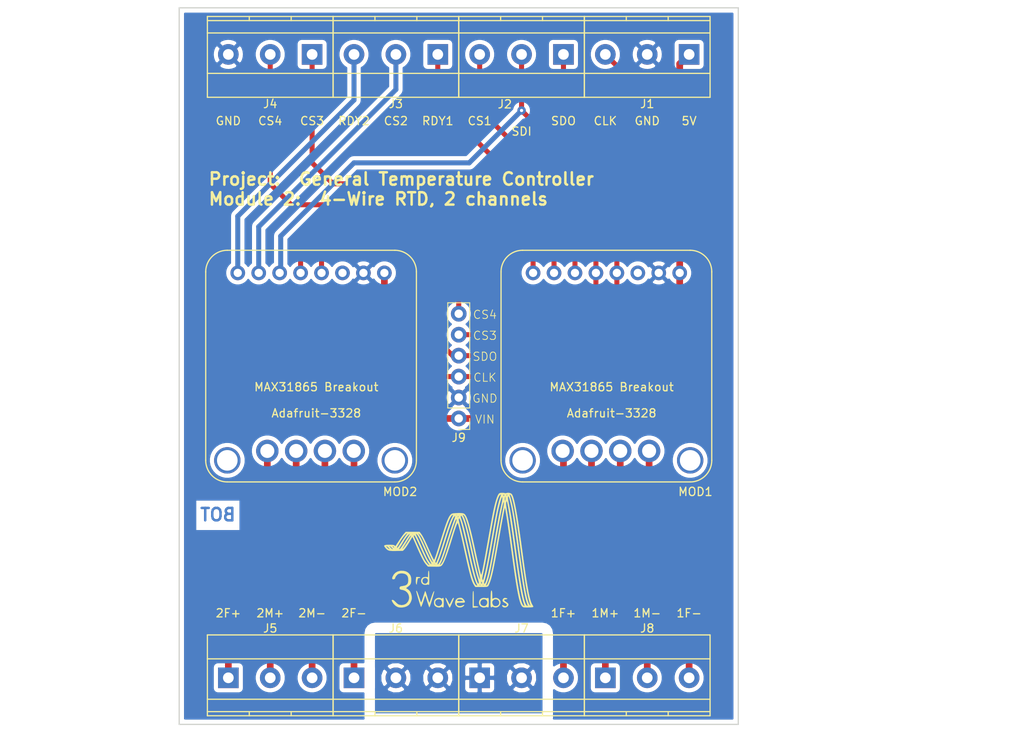
<source format=kicad_pcb>
(kicad_pcb (version 4) (host pcbnew 4.0.6)

  (general
    (links 32)
    (no_connects 0)
    (area 77.784999 50.974999 145.735001 138.025001)
    (thickness 1.6)
    (drawings 35)
    (tracks 92)
    (zones 0)
    (modules 13)
    (nets 27)
  )

  (page A)
  (title_block
    (title "SPI Temperature Sensor Module")
    (date 2017-06-10)
    (rev 1)
    (company "3rd Wave Labs LLC")
    (comment 1 "Chip Cotten")
    (comment 2 "Thermocouple Expansion Header, 2X MAX31855")
    (comment 3 "2X 4-Wire RTD  MAX31865 Modules")
    (comment 4 "Generic Temperature Controller Project")
  )

  (layers
    (0 F.Cu signal)
    (31 B.Cu signal)
    (32 B.Adhes user)
    (33 F.Adhes user)
    (34 B.Paste user)
    (35 F.Paste user)
    (36 B.SilkS user)
    (37 F.SilkS user)
    (38 B.Mask user)
    (39 F.Mask user)
    (40 Dwgs.User user)
    (41 Cmts.User user)
    (42 Eco1.User user)
    (43 Eco2.User user)
    (44 Edge.Cuts user)
    (45 Margin user)
    (46 B.CrtYd user)
    (47 F.CrtYd user)
    (48 B.Fab user)
    (49 F.Fab user)
  )

  (setup
    (last_trace_width 0.6096)
    (user_trace_width 0.8128)
    (trace_clearance 0.254)
    (zone_clearance 1.27)
    (zone_45_only no)
    (trace_min 0.1778)
    (segment_width 0.2)
    (edge_width 0.15)
    (via_size 1.016)
    (via_drill 0.39878)
    (via_min_size 0.6858)
    (via_min_drill 0.3302)
    (user_via 1.2192 0.39878)
    (uvia_size 0.762)
    (uvia_drill 0.508)
    (uvias_allowed no)
    (uvia_min_size 0)
    (uvia_min_drill 0)
    (pcb_text_width 0.3)
    (pcb_text_size 1.5 1.5)
    (mod_edge_width 0.15)
    (mod_text_size 1 1)
    (mod_text_width 0.15)
    (pad_size 1.524 1.524)
    (pad_drill 0.762)
    (pad_to_mask_clearance 0.2)
    (aux_axis_origin 0 0)
    (visible_elements 7FFFFFFF)
    (pcbplotparams
      (layerselection 0x010f0_80000001)
      (usegerberextensions true)
      (excludeedgelayer true)
      (linewidth 0.100000)
      (plotframeref false)
      (viasonmask false)
      (mode 1)
      (useauxorigin false)
      (hpglpennumber 1)
      (hpglpenspeed 20)
      (hpglpendiameter 15)
      (hpglpenoverlay 2)
      (psnegative false)
      (psa4output false)
      (plotreference true)
      (plotvalue true)
      (plotinvisibletext false)
      (padsonsilk false)
      (subtractmaskfromsilk false)
      (outputformat 1)
      (mirror false)
      (drillshape 0)
      (scaleselection 1)
      (outputdirectory GERBERS/))
  )

  (net 0 "")
  (net 1 VIN)
  (net 2 GND)
  (net 3 CLK)
  (net 4 SDO)
  (net 5 SDI)
  (net 6 CS1)
  (net 7 CS2)
  (net 8 RDY1)
  (net 9 RDY2)
  (net 10 RTD1_M+)
  (net 11 RTD1_M-)
  (net 12 RTD1_F-)
  (net 13 HTR1_SHIELD)
  (net 14 RTD1_F+)
  (net 15 RTD2_F-)
  (net 16 RTD2_F+)
  (net 17 RTD2_M+)
  (net 18 RTD2_M-)
  (net 19 "Net-(MOD1-Pad3)")
  (net 20 "Net-(MOD2-Pad3)")
  (net 21 CS3)
  (net 22 CS4)
  (net 23 "Net-(MOD1-PadH2)")
  (net 24 "Net-(MOD1-PadH1)")
  (net 25 "Net-(MOD2-PadH2)")
  (net 26 "Net-(MOD2-PadH1)")

  (net_class Default "This is the default net class."
    (clearance 0.254)
    (trace_width 0.6096)
    (via_dia 1.016)
    (via_drill 0.39878)
    (uvia_dia 0.762)
    (uvia_drill 0.508)
    (add_net CLK)
    (add_net CS1)
    (add_net CS2)
    (add_net CS3)
    (add_net CS4)
    (add_net GND)
    (add_net HTR1_SHIELD)
    (add_net "Net-(MOD1-Pad3)")
    (add_net "Net-(MOD1-PadH1)")
    (add_net "Net-(MOD1-PadH2)")
    (add_net "Net-(MOD2-Pad3)")
    (add_net "Net-(MOD2-PadH1)")
    (add_net "Net-(MOD2-PadH2)")
    (add_net RDY1)
    (add_net RDY2)
    (add_net RTD1_F+)
    (add_net RTD1_F-)
    (add_net RTD1_M+)
    (add_net RTD1_M-)
    (add_net RTD2_F+)
    (add_net RTD2_F-)
    (add_net RTD2_M+)
    (add_net RTD2_M-)
    (add_net SDI)
    (add_net SDO)
    (add_net VIN)
  )

  (module CBC_Connectors:TB_PhxCon_MKDS-1.5-3-5.08 (layer F.Cu) (tedit 591D2103) (tstamp 593643E0)
    (at 139.7 56.7 180)
    (path /59362CCC)
    (fp_text reference J1 (at 5.08 -3 180) (layer F.Fab)
      (effects (font (size 1 1) (thickness 0.15)))
    )
    (fp_text value TB_PhxContact_MKDS-1.5-3-5.08 (at 5.08 5.75 180) (layer F.Fab)
      (effects (font (size 1 1) (thickness 0.15)))
    )
    (fp_line (start -2.79 -5.45) (end 12.95 -5.45) (layer F.CrtYd) (width 0.05))
    (fp_line (start 12.95 -5.45) (end 12.95 4.85) (layer F.CrtYd) (width 0.05))
    (fp_line (start 12.95 4.85) (end -2.79 4.85) (layer F.CrtYd) (width 0.05))
    (fp_line (start -2.79 4.85) (end -2.79 -5.45) (layer F.CrtYd) (width 0.05))
    (fp_text user %R (at 5.08 3.39 180) (layer Eco1.User)
      (effects (font (size 0.5 0.5) (thickness 0.05)))
    )
    (fp_text user %R (at 5.08 -6 180) (layer F.SilkS)
      (effects (font (size 1 1) (thickness 0.15)))
    )
    (fp_line (start 12.7 2.6) (end -2.54 2.6) (layer F.Fab) (width 0.1))
    (fp_line (start 12.7 4.6) (end -2.54 4.6) (layer F.Fab) (width 0.1))
    (fp_line (start 12.7 -5.2) (end 12.7 4.6) (layer F.Fab) (width 0.1))
    (fp_line (start -2.54 4.6) (end -2.54 -5.2) (layer F.Fab) (width 0.1))
    (fp_line (start -2.54 -5.2) (end 12.7 -5.2) (layer F.Fab) (width 0.1))
    (fp_line (start 7.62 4.1) (end 7.62 4.6) (layer F.SilkS) (width 0.15))
    (fp_line (start 2.54 4.1) (end 2.54 4.6) (layer F.SilkS) (width 0.15))
    (fp_line (start 12.7 -2.3) (end -2.54 -2.3) (layer F.SilkS) (width 0.15))
    (fp_line (start 12.7 2.6) (end -2.54 2.6) (layer F.SilkS) (width 0.15))
    (fp_line (start 12.7 4.1) (end -2.54 4.1) (layer F.SilkS) (width 0.15))
    (fp_line (start -2.54 -5.2) (end 12.7 -5.2) (layer F.SilkS) (width 0.15))
    (fp_line (start 12.7 -5.2) (end 12.7 4.6) (layer F.SilkS) (width 0.15))
    (fp_line (start 12.7 4.6) (end -2.54 4.6) (layer F.SilkS) (width 0.15))
    (fp_line (start -2.54 4.6) (end -2.54 -5.2) (layer F.SilkS) (width 0.15))
    (pad 1 thru_hole rect (at 0 0 180) (size 2.5 2.5) (drill 1.3) (layers *.Cu *.Mask)
      (net 1 VIN))
    (pad 2 thru_hole circle (at 5.08 0 180) (size 2.5 2.5) (drill 1.3) (layers *.Cu *.Mask)
      (net 2 GND))
    (pad 3 thru_hole circle (at 10.16 0 180) (size 2.5 2.5) (drill 1.3) (layers *.Cu *.Mask)
      (net 3 CLK))
  )

  (module CBC_Connectors:TB_PhxCon_MKDS-1.5-3-5.08 locked (layer F.Cu) (tedit 593AD605) (tstamp 593643FB)
    (at 124.46 56.7 180)
    (path /59362D27)
    (fp_text reference J2 (at 5.08 -3 180) (layer F.Fab)
      (effects (font (size 1 1) (thickness 0.15)))
    )
    (fp_text value TB_PhxContact_MKDS-1.5-3-5.08 (at 5.08 5.75 180) (layer F.Fab)
      (effects (font (size 1 1) (thickness 0.15)))
    )
    (fp_line (start -2.79 -5.45) (end 12.95 -5.45) (layer F.CrtYd) (width 0.05))
    (fp_line (start 12.95 -5.45) (end 12.95 4.85) (layer F.CrtYd) (width 0.05))
    (fp_line (start 12.95 4.85) (end -2.79 4.85) (layer F.CrtYd) (width 0.05))
    (fp_line (start -2.79 4.85) (end -2.79 -5.45) (layer F.CrtYd) (width 0.05))
    (fp_text user %R (at 5.08 3.39 180) (layer Eco1.User)
      (effects (font (size 0.5 0.5) (thickness 0.05)))
    )
    (fp_text user %R (at 7.112 -6.038 180) (layer F.SilkS)
      (effects (font (size 1 1) (thickness 0.15)))
    )
    (fp_line (start 12.7 2.6) (end -2.54 2.6) (layer F.Fab) (width 0.1))
    (fp_line (start 12.7 4.6) (end -2.54 4.6) (layer F.Fab) (width 0.1))
    (fp_line (start 12.7 -5.2) (end 12.7 4.6) (layer F.Fab) (width 0.1))
    (fp_line (start -2.54 4.6) (end -2.54 -5.2) (layer F.Fab) (width 0.1))
    (fp_line (start -2.54 -5.2) (end 12.7 -5.2) (layer F.Fab) (width 0.1))
    (fp_line (start 7.62 4.1) (end 7.62 4.6) (layer F.SilkS) (width 0.15))
    (fp_line (start 2.54 4.1) (end 2.54 4.6) (layer F.SilkS) (width 0.15))
    (fp_line (start 12.7 -2.3) (end -2.54 -2.3) (layer F.SilkS) (width 0.15))
    (fp_line (start 12.7 2.6) (end -2.54 2.6) (layer F.SilkS) (width 0.15))
    (fp_line (start 12.7 4.1) (end -2.54 4.1) (layer F.SilkS) (width 0.15))
    (fp_line (start -2.54 -5.2) (end 12.7 -5.2) (layer F.SilkS) (width 0.15))
    (fp_line (start 12.7 -5.2) (end 12.7 4.6) (layer F.SilkS) (width 0.15))
    (fp_line (start 12.7 4.6) (end -2.54 4.6) (layer F.SilkS) (width 0.15))
    (fp_line (start -2.54 4.6) (end -2.54 -5.2) (layer F.SilkS) (width 0.15))
    (pad 1 thru_hole rect (at 0 0 180) (size 2.5 2.5) (drill 1.3) (layers *.Cu *.Mask)
      (net 4 SDO))
    (pad 2 thru_hole circle (at 5.08 0 180) (size 2.5 2.5) (drill 1.3) (layers *.Cu *.Mask)
      (net 5 SDI))
    (pad 3 thru_hole circle (at 10.16 0 180) (size 2.5 2.5) (drill 1.3) (layers *.Cu *.Mask)
      (net 6 CS1))
  )

  (module CBC_Connectors:TB_PhxCon_MKDS-1.5-3-5.08 (layer F.Cu) (tedit 591D2103) (tstamp 59364416)
    (at 109.22 56.7 180)
    (path /59362D53)
    (fp_text reference J3 (at 5.08 -3 180) (layer F.Fab)
      (effects (font (size 1 1) (thickness 0.15)))
    )
    (fp_text value TB_PhxContact_MKDS-1.5-3-5.08 (at 5.08 5.75 180) (layer F.Fab)
      (effects (font (size 1 1) (thickness 0.15)))
    )
    (fp_line (start -2.79 -5.45) (end 12.95 -5.45) (layer F.CrtYd) (width 0.05))
    (fp_line (start 12.95 -5.45) (end 12.95 4.85) (layer F.CrtYd) (width 0.05))
    (fp_line (start 12.95 4.85) (end -2.79 4.85) (layer F.CrtYd) (width 0.05))
    (fp_line (start -2.79 4.85) (end -2.79 -5.45) (layer F.CrtYd) (width 0.05))
    (fp_text user %R (at 5.08 3.39 180) (layer Eco1.User)
      (effects (font (size 0.5 0.5) (thickness 0.05)))
    )
    (fp_text user %R (at 5.08 -6 180) (layer F.SilkS)
      (effects (font (size 1 1) (thickness 0.15)))
    )
    (fp_line (start 12.7 2.6) (end -2.54 2.6) (layer F.Fab) (width 0.1))
    (fp_line (start 12.7 4.6) (end -2.54 4.6) (layer F.Fab) (width 0.1))
    (fp_line (start 12.7 -5.2) (end 12.7 4.6) (layer F.Fab) (width 0.1))
    (fp_line (start -2.54 4.6) (end -2.54 -5.2) (layer F.Fab) (width 0.1))
    (fp_line (start -2.54 -5.2) (end 12.7 -5.2) (layer F.Fab) (width 0.1))
    (fp_line (start 7.62 4.1) (end 7.62 4.6) (layer F.SilkS) (width 0.15))
    (fp_line (start 2.54 4.1) (end 2.54 4.6) (layer F.SilkS) (width 0.15))
    (fp_line (start 12.7 -2.3) (end -2.54 -2.3) (layer F.SilkS) (width 0.15))
    (fp_line (start 12.7 2.6) (end -2.54 2.6) (layer F.SilkS) (width 0.15))
    (fp_line (start 12.7 4.1) (end -2.54 4.1) (layer F.SilkS) (width 0.15))
    (fp_line (start -2.54 -5.2) (end 12.7 -5.2) (layer F.SilkS) (width 0.15))
    (fp_line (start 12.7 -5.2) (end 12.7 4.6) (layer F.SilkS) (width 0.15))
    (fp_line (start 12.7 4.6) (end -2.54 4.6) (layer F.SilkS) (width 0.15))
    (fp_line (start -2.54 4.6) (end -2.54 -5.2) (layer F.SilkS) (width 0.15))
    (pad 1 thru_hole rect (at 0 0 180) (size 2.5 2.5) (drill 1.3) (layers *.Cu *.Mask)
      (net 8 RDY1))
    (pad 2 thru_hole circle (at 5.08 0 180) (size 2.5 2.5) (drill 1.3) (layers *.Cu *.Mask)
      (net 7 CS2))
    (pad 3 thru_hole circle (at 10.16 0 180) (size 2.5 2.5) (drill 1.3) (layers *.Cu *.Mask)
      (net 9 RDY2))
  )

  (module CBC_Connectors:TB_PhxCon_MKDS-1.5-3-5.08 locked (layer F.Cu) (tedit 591D2103) (tstamp 59364431)
    (at 93.98 56.7 180)
    (path /59362D7D)
    (fp_text reference J4 (at 5.08 -3 180) (layer F.Fab)
      (effects (font (size 1 1) (thickness 0.15)))
    )
    (fp_text value TB_PhxContact_MKDS-1.5-3-5.08 (at 5.08 5.75 180) (layer F.Fab)
      (effects (font (size 1 1) (thickness 0.15)))
    )
    (fp_line (start -2.79 -5.45) (end 12.95 -5.45) (layer F.CrtYd) (width 0.05))
    (fp_line (start 12.95 -5.45) (end 12.95 4.85) (layer F.CrtYd) (width 0.05))
    (fp_line (start 12.95 4.85) (end -2.79 4.85) (layer F.CrtYd) (width 0.05))
    (fp_line (start -2.79 4.85) (end -2.79 -5.45) (layer F.CrtYd) (width 0.05))
    (fp_text user %R (at 5.08 3.39 180) (layer Eco1.User)
      (effects (font (size 0.5 0.5) (thickness 0.05)))
    )
    (fp_text user %R (at 5.08 -6 180) (layer F.SilkS)
      (effects (font (size 1 1) (thickness 0.15)))
    )
    (fp_line (start 12.7 2.6) (end -2.54 2.6) (layer F.Fab) (width 0.1))
    (fp_line (start 12.7 4.6) (end -2.54 4.6) (layer F.Fab) (width 0.1))
    (fp_line (start 12.7 -5.2) (end 12.7 4.6) (layer F.Fab) (width 0.1))
    (fp_line (start -2.54 4.6) (end -2.54 -5.2) (layer F.Fab) (width 0.1))
    (fp_line (start -2.54 -5.2) (end 12.7 -5.2) (layer F.Fab) (width 0.1))
    (fp_line (start 7.62 4.1) (end 7.62 4.6) (layer F.SilkS) (width 0.15))
    (fp_line (start 2.54 4.1) (end 2.54 4.6) (layer F.SilkS) (width 0.15))
    (fp_line (start 12.7 -2.3) (end -2.54 -2.3) (layer F.SilkS) (width 0.15))
    (fp_line (start 12.7 2.6) (end -2.54 2.6) (layer F.SilkS) (width 0.15))
    (fp_line (start 12.7 4.1) (end -2.54 4.1) (layer F.SilkS) (width 0.15))
    (fp_line (start -2.54 -5.2) (end 12.7 -5.2) (layer F.SilkS) (width 0.15))
    (fp_line (start 12.7 -5.2) (end 12.7 4.6) (layer F.SilkS) (width 0.15))
    (fp_line (start 12.7 4.6) (end -2.54 4.6) (layer F.SilkS) (width 0.15))
    (fp_line (start -2.54 4.6) (end -2.54 -5.2) (layer F.SilkS) (width 0.15))
    (pad 1 thru_hole rect (at 0 0 180) (size 2.5 2.5) (drill 1.3) (layers *.Cu *.Mask)
      (net 21 CS3))
    (pad 2 thru_hole circle (at 5.08 0 180) (size 2.5 2.5) (drill 1.3) (layers *.Cu *.Mask)
      (net 22 CS4))
    (pad 3 thru_hole circle (at 10.16 0 180) (size 2.5 2.5) (drill 1.3) (layers *.Cu *.Mask)
      (net 2 GND))
  )

  (module CBC_Connectors:TB_PhxCon_MKDS-1.5-3-5.08 locked (layer F.Cu) (tedit 591D2103) (tstamp 5936444C)
    (at 83.82 132.3)
    (path /59362DA6)
    (fp_text reference J5 (at 5.08 -3) (layer F.Fab)
      (effects (font (size 1 1) (thickness 0.15)))
    )
    (fp_text value TB_PhxContact_MKDS-1.5-3-5.08 (at 5.08 5.75) (layer F.Fab)
      (effects (font (size 1 1) (thickness 0.15)))
    )
    (fp_line (start -2.79 -5.45) (end 12.95 -5.45) (layer F.CrtYd) (width 0.05))
    (fp_line (start 12.95 -5.45) (end 12.95 4.85) (layer F.CrtYd) (width 0.05))
    (fp_line (start 12.95 4.85) (end -2.79 4.85) (layer F.CrtYd) (width 0.05))
    (fp_line (start -2.79 4.85) (end -2.79 -5.45) (layer F.CrtYd) (width 0.05))
    (fp_text user %R (at 5.08 3.39) (layer Eco1.User)
      (effects (font (size 0.5 0.5) (thickness 0.05)))
    )
    (fp_text user %R (at 5.08 -6) (layer F.SilkS)
      (effects (font (size 1 1) (thickness 0.15)))
    )
    (fp_line (start 12.7 2.6) (end -2.54 2.6) (layer F.Fab) (width 0.1))
    (fp_line (start 12.7 4.6) (end -2.54 4.6) (layer F.Fab) (width 0.1))
    (fp_line (start 12.7 -5.2) (end 12.7 4.6) (layer F.Fab) (width 0.1))
    (fp_line (start -2.54 4.6) (end -2.54 -5.2) (layer F.Fab) (width 0.1))
    (fp_line (start -2.54 -5.2) (end 12.7 -5.2) (layer F.Fab) (width 0.1))
    (fp_line (start 7.62 4.1) (end 7.62 4.6) (layer F.SilkS) (width 0.15))
    (fp_line (start 2.54 4.1) (end 2.54 4.6) (layer F.SilkS) (width 0.15))
    (fp_line (start 12.7 -2.3) (end -2.54 -2.3) (layer F.SilkS) (width 0.15))
    (fp_line (start 12.7 2.6) (end -2.54 2.6) (layer F.SilkS) (width 0.15))
    (fp_line (start 12.7 4.1) (end -2.54 4.1) (layer F.SilkS) (width 0.15))
    (fp_line (start -2.54 -5.2) (end 12.7 -5.2) (layer F.SilkS) (width 0.15))
    (fp_line (start 12.7 -5.2) (end 12.7 4.6) (layer F.SilkS) (width 0.15))
    (fp_line (start 12.7 4.6) (end -2.54 4.6) (layer F.SilkS) (width 0.15))
    (fp_line (start -2.54 4.6) (end -2.54 -5.2) (layer F.SilkS) (width 0.15))
    (pad 1 thru_hole rect (at 0 0) (size 2.5 2.5) (drill 1.3) (layers *.Cu *.Mask)
      (net 16 RTD2_F+))
    (pad 2 thru_hole circle (at 5.08 0) (size 2.5 2.5) (drill 1.3) (layers *.Cu *.Mask)
      (net 17 RTD2_M+))
    (pad 3 thru_hole circle (at 10.16 0) (size 2.5 2.5) (drill 1.3) (layers *.Cu *.Mask)
      (net 18 RTD2_M-))
  )

  (module CBC_Connectors:TB_PhxCon_MKDS-1.5-3-5.08 (layer F.Cu) (tedit 591D2103) (tstamp 59364467)
    (at 99.06 132.3)
    (path /59362DEB)
    (fp_text reference J6 (at 5.08 -3) (layer F.Fab)
      (effects (font (size 1 1) (thickness 0.15)))
    )
    (fp_text value TB_PhxContact_MKDS-1.5-3-5.08 (at 5.08 5.75) (layer F.Fab)
      (effects (font (size 1 1) (thickness 0.15)))
    )
    (fp_line (start -2.79 -5.45) (end 12.95 -5.45) (layer F.CrtYd) (width 0.05))
    (fp_line (start 12.95 -5.45) (end 12.95 4.85) (layer F.CrtYd) (width 0.05))
    (fp_line (start 12.95 4.85) (end -2.79 4.85) (layer F.CrtYd) (width 0.05))
    (fp_line (start -2.79 4.85) (end -2.79 -5.45) (layer F.CrtYd) (width 0.05))
    (fp_text user %R (at 5.08 3.39) (layer Eco1.User)
      (effects (font (size 0.5 0.5) (thickness 0.05)))
    )
    (fp_text user %R (at 5.08 -6) (layer F.SilkS)
      (effects (font (size 1 1) (thickness 0.15)))
    )
    (fp_line (start 12.7 2.6) (end -2.54 2.6) (layer F.Fab) (width 0.1))
    (fp_line (start 12.7 4.6) (end -2.54 4.6) (layer F.Fab) (width 0.1))
    (fp_line (start 12.7 -5.2) (end 12.7 4.6) (layer F.Fab) (width 0.1))
    (fp_line (start -2.54 4.6) (end -2.54 -5.2) (layer F.Fab) (width 0.1))
    (fp_line (start -2.54 -5.2) (end 12.7 -5.2) (layer F.Fab) (width 0.1))
    (fp_line (start 7.62 4.1) (end 7.62 4.6) (layer F.SilkS) (width 0.15))
    (fp_line (start 2.54 4.1) (end 2.54 4.6) (layer F.SilkS) (width 0.15))
    (fp_line (start 12.7 -2.3) (end -2.54 -2.3) (layer F.SilkS) (width 0.15))
    (fp_line (start 12.7 2.6) (end -2.54 2.6) (layer F.SilkS) (width 0.15))
    (fp_line (start 12.7 4.1) (end -2.54 4.1) (layer F.SilkS) (width 0.15))
    (fp_line (start -2.54 -5.2) (end 12.7 -5.2) (layer F.SilkS) (width 0.15))
    (fp_line (start 12.7 -5.2) (end 12.7 4.6) (layer F.SilkS) (width 0.15))
    (fp_line (start 12.7 4.6) (end -2.54 4.6) (layer F.SilkS) (width 0.15))
    (fp_line (start -2.54 4.6) (end -2.54 -5.2) (layer F.SilkS) (width 0.15))
    (pad 1 thru_hole rect (at 0 0) (size 2.5 2.5) (drill 1.3) (layers *.Cu *.Mask)
      (net 15 RTD2_F-))
    (pad 2 thru_hole circle (at 5.08 0) (size 2.5 2.5) (drill 1.3) (layers *.Cu *.Mask)
      (net 13 HTR1_SHIELD))
    (pad 3 thru_hole circle (at 10.16 0) (size 2.5 2.5) (drill 1.3) (layers *.Cu *.Mask)
      (net 13 HTR1_SHIELD))
  )

  (module CBC_Connectors:TB_PhxCon_MKDS-1.5-3-5.08 locked (layer F.Cu) (tedit 591D2103) (tstamp 59364482)
    (at 114.3 132.3)
    (path /59362E2C)
    (fp_text reference J7 (at 5.08 -3) (layer F.Fab)
      (effects (font (size 1 1) (thickness 0.15)))
    )
    (fp_text value TB_PhxContact_MKDS-1.5-3-5.08 (at 5.08 5.75) (layer F.Fab)
      (effects (font (size 1 1) (thickness 0.15)))
    )
    (fp_line (start -2.79 -5.45) (end 12.95 -5.45) (layer F.CrtYd) (width 0.05))
    (fp_line (start 12.95 -5.45) (end 12.95 4.85) (layer F.CrtYd) (width 0.05))
    (fp_line (start 12.95 4.85) (end -2.79 4.85) (layer F.CrtYd) (width 0.05))
    (fp_line (start -2.79 4.85) (end -2.79 -5.45) (layer F.CrtYd) (width 0.05))
    (fp_text user %R (at 5.08 3.39) (layer Eco1.User)
      (effects (font (size 0.5 0.5) (thickness 0.05)))
    )
    (fp_text user %R (at 5.08 -6) (layer F.SilkS)
      (effects (font (size 1 1) (thickness 0.15)))
    )
    (fp_line (start 12.7 2.6) (end -2.54 2.6) (layer F.Fab) (width 0.1))
    (fp_line (start 12.7 4.6) (end -2.54 4.6) (layer F.Fab) (width 0.1))
    (fp_line (start 12.7 -5.2) (end 12.7 4.6) (layer F.Fab) (width 0.1))
    (fp_line (start -2.54 4.6) (end -2.54 -5.2) (layer F.Fab) (width 0.1))
    (fp_line (start -2.54 -5.2) (end 12.7 -5.2) (layer F.Fab) (width 0.1))
    (fp_line (start 7.62 4.1) (end 7.62 4.6) (layer F.SilkS) (width 0.15))
    (fp_line (start 2.54 4.1) (end 2.54 4.6) (layer F.SilkS) (width 0.15))
    (fp_line (start 12.7 -2.3) (end -2.54 -2.3) (layer F.SilkS) (width 0.15))
    (fp_line (start 12.7 2.6) (end -2.54 2.6) (layer F.SilkS) (width 0.15))
    (fp_line (start 12.7 4.1) (end -2.54 4.1) (layer F.SilkS) (width 0.15))
    (fp_line (start -2.54 -5.2) (end 12.7 -5.2) (layer F.SilkS) (width 0.15))
    (fp_line (start 12.7 -5.2) (end 12.7 4.6) (layer F.SilkS) (width 0.15))
    (fp_line (start 12.7 4.6) (end -2.54 4.6) (layer F.SilkS) (width 0.15))
    (fp_line (start -2.54 4.6) (end -2.54 -5.2) (layer F.SilkS) (width 0.15))
    (pad 1 thru_hole rect (at 0 0) (size 2.5 2.5) (drill 1.3) (layers *.Cu *.Mask)
      (net 13 HTR1_SHIELD))
    (pad 2 thru_hole circle (at 5.08 0) (size 2.5 2.5) (drill 1.3) (layers *.Cu *.Mask)
      (net 13 HTR1_SHIELD))
    (pad 3 thru_hole circle (at 10.16 0) (size 2.5 2.5) (drill 1.3) (layers *.Cu *.Mask)
      (net 14 RTD1_F+))
  )

  (module CBC_Connectors:TB_PhxCon_MKDS-1.5-3-5.08 (layer F.Cu) (tedit 591D2103) (tstamp 5936449D)
    (at 129.54 132.3)
    (path /59362E71)
    (fp_text reference J8 (at 5.08 -3) (layer F.Fab)
      (effects (font (size 1 1) (thickness 0.15)))
    )
    (fp_text value TB_PhxContact_MKDS-1.5-3-5.08 (at 5.08 5.75) (layer F.Fab)
      (effects (font (size 1 1) (thickness 0.15)))
    )
    (fp_line (start -2.79 -5.45) (end 12.95 -5.45) (layer F.CrtYd) (width 0.05))
    (fp_line (start 12.95 -5.45) (end 12.95 4.85) (layer F.CrtYd) (width 0.05))
    (fp_line (start 12.95 4.85) (end -2.79 4.85) (layer F.CrtYd) (width 0.05))
    (fp_line (start -2.79 4.85) (end -2.79 -5.45) (layer F.CrtYd) (width 0.05))
    (fp_text user %R (at 5.08 3.39) (layer Eco1.User)
      (effects (font (size 0.5 0.5) (thickness 0.05)))
    )
    (fp_text user %R (at 5.08 -6) (layer F.SilkS)
      (effects (font (size 1 1) (thickness 0.15)))
    )
    (fp_line (start 12.7 2.6) (end -2.54 2.6) (layer F.Fab) (width 0.1))
    (fp_line (start 12.7 4.6) (end -2.54 4.6) (layer F.Fab) (width 0.1))
    (fp_line (start 12.7 -5.2) (end 12.7 4.6) (layer F.Fab) (width 0.1))
    (fp_line (start -2.54 4.6) (end -2.54 -5.2) (layer F.Fab) (width 0.1))
    (fp_line (start -2.54 -5.2) (end 12.7 -5.2) (layer F.Fab) (width 0.1))
    (fp_line (start 7.62 4.1) (end 7.62 4.6) (layer F.SilkS) (width 0.15))
    (fp_line (start 2.54 4.1) (end 2.54 4.6) (layer F.SilkS) (width 0.15))
    (fp_line (start 12.7 -2.3) (end -2.54 -2.3) (layer F.SilkS) (width 0.15))
    (fp_line (start 12.7 2.6) (end -2.54 2.6) (layer F.SilkS) (width 0.15))
    (fp_line (start 12.7 4.1) (end -2.54 4.1) (layer F.SilkS) (width 0.15))
    (fp_line (start -2.54 -5.2) (end 12.7 -5.2) (layer F.SilkS) (width 0.15))
    (fp_line (start 12.7 -5.2) (end 12.7 4.6) (layer F.SilkS) (width 0.15))
    (fp_line (start 12.7 4.6) (end -2.54 4.6) (layer F.SilkS) (width 0.15))
    (fp_line (start -2.54 4.6) (end -2.54 -5.2) (layer F.SilkS) (width 0.15))
    (pad 1 thru_hole rect (at 0 0) (size 2.5 2.5) (drill 1.3) (layers *.Cu *.Mask)
      (net 10 RTD1_M+))
    (pad 2 thru_hole circle (at 5.08 0) (size 2.5 2.5) (drill 1.3) (layers *.Cu *.Mask)
      (net 11 RTD1_M-))
    (pad 3 thru_hole circle (at 10.16 0) (size 2.5 2.5) (drill 1.3) (layers *.Cu *.Mask)
      (net 12 RTD1_F-))
  )

  (module CBC_Modules:Adafruit-3328_MAX31865_0291 (layer F.Cu) (tedit 5936D4B6) (tstamp 593644E8)
    (at 129.667 94.5 180)
    (tags MAX31865)
    (path /5936318E)
    (fp_text reference MOD1 (at 0.635 0.635 180) (layer F.Fab)
      (effects (font (size 1 1) (thickness 0.15)))
    )
    (fp_text value Adafruit_MAX31865_0291 (at 0 3.175 180) (layer F.Fab)
      (effects (font (size 1 1) (thickness 0.15)))
    )
    (fp_line (start -1.6002 0) (end 1.6002 0) (layer Dwgs.User) (width 0.1016))
    (fp_line (start 0 -1.6002) (end 0 1.6002) (layer Dwgs.User) (width 0.1016))
    (fp_text user "Drill dia at least 0.072\" " (at 20.574 0.5588 180) (layer Cmts.User)
      (effects (font (size 0.6 0.6) (thickness 0.06)))
    )
    (fp_text user "Hex Profile, 0.071\" max diameter (across points)" (at 26.2509 -0.8128 180) (layer Cmts.User)
      (effects (font (size 0.6 0.6) (thickness 0.06)))
    )
    (fp_text user "Mill-Max 0291 Press-Fit Receptacle Notes" (at 24.3459 -2.3749 180) (layer Cmts.User)
      (effects (font (size 0.6 0.6) (thickness 0.06)))
    )
    (fp_text user "Plated Mounting Holes for M2.5 screw" (at 23.0886 -6.0706 180) (layer Cmts.User)
      (effects (font (size 0.6 0.6) (thickness 0.06)))
    )
    (fp_text user "0.1\" Female HDR for digital side" (at 22.0218 -7.5565 180) (layer Cmts.User)
      (effects (font (size 0.6 0.6) (thickness 0.06)))
    )
    (fp_text user "Socket Mount Layout onto Main PCB" (at 21.8694 -11.2522 180) (layer Cmts.User)
      (effects (font (size 0.6 0.6) (thickness 0.06)))
    )
    (fp_text user "Mill-Max 0291 Receptacle for Sensor" (at 23.1648 -9.1567 180) (layer Cmts.User)
      (effects (font (size 0.6 0.6) (thickness 0.06)))
    )
    (fp_text user M- (at -1.27 -8.255 180) (layer Cmts.User)
      (effects (font (size 0.7 0.7) (thickness 0.07)))
    )
    (fp_text user M+ (at 1.905 -8.255 180) (layer Cmts.User)
      (effects (font (size 0.7 0.7) (thickness 0.07)))
    )
    (fp_text user F- (at -5.08 -8.255 180) (layer Cmts.User)
      (effects (font (size 0.7 0.7) (thickness 0.07)))
    )
    (fp_text user F+ (at 5.08 -8.255 180) (layer Cmts.User)
      (effects (font (size 0.7 0.7) (thickness 0.07)))
    )
    (fp_text user RDY (at 8.89 8.89 270) (layer Cmts.User)
      (effects (font (size 0.7 0.7) (thickness 0.07)))
    )
    (fp_text user CS (at 6.35 8.89 270) (layer Cmts.User)
      (effects (font (size 0.7 0.7) (thickness 0.07)))
    )
    (fp_text user SDI (at 3.81 8.89 270) (layer Cmts.User)
      (effects (font (size 0.7 0.7) (thickness 0.07)))
    )
    (fp_text user SDO (at 1.27 8.89 270) (layer Cmts.User)
      (effects (font (size 0.7 0.7) (thickness 0.07)))
    )
    (fp_text user CLK (at -1.27 8.89 270) (layer Cmts.User)
      (effects (font (size 0.7 0.7) (thickness 0.07)))
    )
    (fp_text user 3V3 (at -3.81 8.89 270) (layer Cmts.User)
      (effects (font (size 0.7 0.7) (thickness 0.07)))
    )
    (fp_text user GND (at -6.35 8.89 270) (layer Cmts.User)
      (effects (font (size 0.7 0.7) (thickness 0.07)))
    )
    (fp_text user VIN (at -8.89 8.89 270) (layer Cmts.User)
      (effects (font (size 0.7 0.7) (thickness 0.07)))
    )
    (fp_circle (center -8.89 11.303) (end -8.89 11.9888) (layer Dwgs.User) (width 0.38862))
    (fp_circle (center -5.17906 -10.287) (end -4.38404 -10.16) (layer Dwgs.User) (width 0.59182))
    (fp_circle (center -1.67894 -10.287) (end -0.88392 -10.16) (layer Dwgs.User) (width 0.59182))
    (fp_circle (center 1.80594 -10.287) (end 2.60096 -10.16) (layer Dwgs.User) (width 0.59182))
    (fp_circle (center 5.30606 -10.287) (end 6.10108 -10.16) (layer Dwgs.User) (width 0.59182))
    (fp_circle (center 10.16 -11.43) (end 10.16 -10.00506) (layer Dwgs.User) (width 0.35052))
    (fp_circle (center -10.16 -11.43) (end -10.16 -10.00506) (layer Dwgs.User) (width 0.35052))
    (fp_arc (start 10.16 -11.43) (end 10.16 -14.0462) (angle 90) (layer F.SilkS) (width 0.1524))
    (fp_arc (start 10.16 -11.43) (end 10.16 -13.97) (angle 90) (layer F.Fab) (width 0.1016))
    (fp_arc (start -10.16 -11.43) (end -12.7762 -11.43) (angle 90) (layer F.SilkS) (width 0.1524))
    (fp_arc (start -10.16 -11.43) (end -12.7 -11.43) (angle 90) (layer F.Fab) (width 0.1016))
    (fp_arc (start -10.16 11.43) (end -10.16 14.0462) (angle 90) (layer F.SilkS) (width 0.1524))
    (fp_arc (start -10.16 11.43) (end -10.16 13.97) (angle 90) (layer F.Fab) (width 0.1016))
    (fp_arc (start 10.16 11.43) (end 12.7 11.43) (angle 90) (layer F.Fab) (width 0.1016))
    (fp_arc (start 10.16 11.43) (end 12.7762 11.43) (angle 90) (layer F.SilkS) (width 0.1524))
    (fp_line (start 12.7762 11.43) (end 12.7762 -11.43) (layer F.SilkS) (width 0.1524))
    (fp_line (start -12.7762 -11.43) (end -12.7762 11.43) (layer F.SilkS) (width 0.1524))
    (fp_line (start -10.16 -14.0462) (end 10.16 -14.0462) (layer F.SilkS) (width 0.1524))
    (fp_line (start -10.16 14.0462) (end 10.16 14.0462) (layer F.SilkS) (width 0.1524))
    (fp_line (start 12.7 -11.43) (end 12.7 11.43) (layer F.Fab) (width 0.1016))
    (fp_line (start -10.16 13.97) (end 10.16 13.97) (layer F.Fab) (width 0.1016))
    (fp_line (start -10.16 -13.97) (end 10.16 -13.97) (layer F.Fab) (width 0.1016))
    (fp_line (start -12.7 -11.43) (end -12.7 11.43) (layer F.Fab) (width 0.1016))
    (fp_line (start 12.954 14.224) (end 12.954 -14.224) (layer F.CrtYd) (width 0.0508))
    (fp_line (start -12.954 14.224) (end 12.954 14.224) (layer F.CrtYd) (width 0.0508))
    (fp_line (start -12.954 -14.224) (end -12.954 14.224) (layer F.CrtYd) (width 0.0508))
    (fp_line (start -12.954 -14.224) (end 12.954 -14.224) (layer F.CrtYd) (width 0.0508))
    (fp_text user %R (at 0 5.715 180) (layer Eco1.User)
      (effects (font (size 0.762 0.762) (thickness 0.0762)))
    )
    (fp_text user %R (at -10.795 -15.24 180) (layer F.SilkS)
      (effects (font (size 1 1) (thickness 0.15)))
    )
    (fp_text user "MAX31865 Breakout" (at -0.635 -2.54 180) (layer F.SilkS)
      (effects (font (size 1 1) (thickness 0.15)))
    )
    (fp_text user Adafruit-3328 (at -0.635 -5.715 180) (layer F.SilkS)
      (effects (font (size 1 1) (thickness 0.15)))
    )
    (fp_circle (center -6.35 11.303) (end -6.35 11.9888) (layer Dwgs.User) (width 0.38862))
    (fp_circle (center -3.81 11.303) (end -3.81 11.9888) (layer Dwgs.User) (width 0.38862))
    (fp_circle (center -1.27 11.303) (end -1.27 11.9888) (layer Dwgs.User) (width 0.38862))
    (fp_circle (center 1.27 11.303) (end 1.27 11.9888) (layer Dwgs.User) (width 0.38862))
    (fp_circle (center 3.81 11.303) (end 3.81 11.9888) (layer Dwgs.User) (width 0.38862))
    (fp_circle (center 6.35 11.303) (end 6.35 11.9888) (layer Dwgs.User) (width 0.38862))
    (fp_circle (center 8.89 11.303) (end 8.89 11.9888) (layer Dwgs.User) (width 0.38862))
    (pad H2 thru_hole circle (at -10.16 -11.43 180) (size 3.2004 3.2004) (drill 2.49936) (layers *.Cu *.Mask)
      (net 23 "Net-(MOD1-PadH2)"))
    (pad H1 thru_hole circle (at 10.16 -11.43 180) (size 3.2004 3.2004) (drill 2.49936) (layers *.Cu *.Mask)
      (net 24 "Net-(MOD1-PadH1)"))
    (pad 1 thru_hole circle (at -8.89 11.303 180) (size 1.778 1.778) (drill 1.00076) (layers *.Cu *.Mask)
      (net 1 VIN))
    (pad 2 thru_hole circle (at -6.35 11.303 180) (size 1.778 1.778) (drill 1.00076) (layers *.Cu *.Mask)
      (net 2 GND))
    (pad 3 thru_hole circle (at -3.81 11.303 180) (size 1.778 1.778) (drill 1.00076) (layers *.Cu *.Mask)
      (net 19 "Net-(MOD1-Pad3)"))
    (pad 4 thru_hole circle (at -1.27 11.303 180) (size 1.778 1.778) (drill 1.00076) (layers *.Cu *.Mask)
      (net 3 CLK))
    (pad 5 thru_hole circle (at 1.27 11.303 180) (size 1.778 1.778) (drill 1.00076) (layers *.Cu *.Mask)
      (net 4 SDO))
    (pad 6 thru_hole circle (at 3.81 11.303 180) (size 1.778 1.778) (drill 1.00076) (layers *.Cu *.Mask)
      (net 5 SDI))
    (pad 7 thru_hole circle (at 6.35 11.303 180) (size 1.778 1.778) (drill 1.00076) (layers *.Cu *.Mask)
      (net 6 CS1))
    (pad 8 thru_hole circle (at 8.89 11.303 180) (size 1.778 1.778) (drill 1.00076) (layers *.Cu *.Mask)
      (net 8 RDY1))
    (pad 9 thru_hole circle (at 5.30606 -10.287 180) (size 2.7178 2.7178) (drill 1.7018) (layers *.Cu *.Mask)
      (net 14 RTD1_F+))
    (pad 10 thru_hole circle (at 1.80594 -10.287 180) (size 2.7178 2.7178) (drill 1.7018) (layers *.Cu *.Mask)
      (net 10 RTD1_M+))
    (pad 11 thru_hole circle (at -1.67894 -10.287 180) (size 2.7178 2.7178) (drill 1.7018) (layers *.Cu *.Mask)
      (net 11 RTD1_M-))
    (pad 12 thru_hole circle (at -5.17906 -10.287 180) (size 2.7178 2.7178) (drill 1.7018) (layers *.Cu *.Mask)
      (net 12 RTD1_F-))
  )

  (module CBC_Modules:Adafruit-3328_MAX31865_0291 (layer F.Cu) (tedit 5936D4B6) (tstamp 59364533)
    (at 93.853 94.5 180)
    (tags MAX31865)
    (path /5936326C)
    (fp_text reference MOD2 (at 0.635 0.635 180) (layer F.Fab)
      (effects (font (size 1 1) (thickness 0.15)))
    )
    (fp_text value Adafruit_MAX31865_0291 (at 0 3.175 180) (layer F.Fab)
      (effects (font (size 1 1) (thickness 0.15)))
    )
    (fp_line (start -1.6002 0) (end 1.6002 0) (layer Dwgs.User) (width 0.1016))
    (fp_line (start 0 -1.6002) (end 0 1.6002) (layer Dwgs.User) (width 0.1016))
    (fp_text user "Drill dia at least 0.072\" " (at 20.574 0.5588 180) (layer Cmts.User)
      (effects (font (size 0.6 0.6) (thickness 0.06)))
    )
    (fp_text user "Hex Profile, 0.071\" max diameter (across points)" (at 26.2509 -0.8128 180) (layer Cmts.User)
      (effects (font (size 0.6 0.6) (thickness 0.06)))
    )
    (fp_text user "Mill-Max 0291 Press-Fit Receptacle Notes" (at 24.3459 -2.3749 180) (layer Cmts.User)
      (effects (font (size 0.6 0.6) (thickness 0.06)))
    )
    (fp_text user "Plated Mounting Holes for M2.5 screw" (at 23.0886 -6.0706 180) (layer Cmts.User)
      (effects (font (size 0.6 0.6) (thickness 0.06)))
    )
    (fp_text user "0.1\" Female HDR for digital side" (at 22.0218 -7.5565 180) (layer Cmts.User)
      (effects (font (size 0.6 0.6) (thickness 0.06)))
    )
    (fp_text user "Socket Mount Layout onto Main PCB" (at 21.8694 -11.2522 180) (layer Cmts.User)
      (effects (font (size 0.6 0.6) (thickness 0.06)))
    )
    (fp_text user "Mill-Max 0291 Receptacle for Sensor" (at 23.1648 -9.1567 180) (layer Cmts.User)
      (effects (font (size 0.6 0.6) (thickness 0.06)))
    )
    (fp_text user M- (at -1.27 -8.255 180) (layer Cmts.User)
      (effects (font (size 0.7 0.7) (thickness 0.07)))
    )
    (fp_text user M+ (at 1.905 -8.255 180) (layer Cmts.User)
      (effects (font (size 0.7 0.7) (thickness 0.07)))
    )
    (fp_text user F- (at -5.08 -8.255 180) (layer Cmts.User)
      (effects (font (size 0.7 0.7) (thickness 0.07)))
    )
    (fp_text user F+ (at 5.08 -8.255 180) (layer Cmts.User)
      (effects (font (size 0.7 0.7) (thickness 0.07)))
    )
    (fp_text user RDY (at 8.89 8.89 270) (layer Cmts.User)
      (effects (font (size 0.7 0.7) (thickness 0.07)))
    )
    (fp_text user CS (at 6.35 8.89 270) (layer Cmts.User)
      (effects (font (size 0.7 0.7) (thickness 0.07)))
    )
    (fp_text user SDI (at 3.81 8.89 270) (layer Cmts.User)
      (effects (font (size 0.7 0.7) (thickness 0.07)))
    )
    (fp_text user SDO (at 1.27 8.89 270) (layer Cmts.User)
      (effects (font (size 0.7 0.7) (thickness 0.07)))
    )
    (fp_text user CLK (at -1.27 8.89 270) (layer Cmts.User)
      (effects (font (size 0.7 0.7) (thickness 0.07)))
    )
    (fp_text user 3V3 (at -3.81 8.89 270) (layer Cmts.User)
      (effects (font (size 0.7 0.7) (thickness 0.07)))
    )
    (fp_text user GND (at -6.35 8.89 270) (layer Cmts.User)
      (effects (font (size 0.7 0.7) (thickness 0.07)))
    )
    (fp_text user VIN (at -8.89 8.89 270) (layer Cmts.User)
      (effects (font (size 0.7 0.7) (thickness 0.07)))
    )
    (fp_circle (center -8.89 11.303) (end -8.89 11.9888) (layer Dwgs.User) (width 0.38862))
    (fp_circle (center -5.17906 -10.287) (end -4.38404 -10.16) (layer Dwgs.User) (width 0.59182))
    (fp_circle (center -1.67894 -10.287) (end -0.88392 -10.16) (layer Dwgs.User) (width 0.59182))
    (fp_circle (center 1.80594 -10.287) (end 2.60096 -10.16) (layer Dwgs.User) (width 0.59182))
    (fp_circle (center 5.30606 -10.287) (end 6.10108 -10.16) (layer Dwgs.User) (width 0.59182))
    (fp_circle (center 10.16 -11.43) (end 10.16 -10.00506) (layer Dwgs.User) (width 0.35052))
    (fp_circle (center -10.16 -11.43) (end -10.16 -10.00506) (layer Dwgs.User) (width 0.35052))
    (fp_arc (start 10.16 -11.43) (end 10.16 -14.0462) (angle 90) (layer F.SilkS) (width 0.1524))
    (fp_arc (start 10.16 -11.43) (end 10.16 -13.97) (angle 90) (layer F.Fab) (width 0.1016))
    (fp_arc (start -10.16 -11.43) (end -12.7762 -11.43) (angle 90) (layer F.SilkS) (width 0.1524))
    (fp_arc (start -10.16 -11.43) (end -12.7 -11.43) (angle 90) (layer F.Fab) (width 0.1016))
    (fp_arc (start -10.16 11.43) (end -10.16 14.0462) (angle 90) (layer F.SilkS) (width 0.1524))
    (fp_arc (start -10.16 11.43) (end -10.16 13.97) (angle 90) (layer F.Fab) (width 0.1016))
    (fp_arc (start 10.16 11.43) (end 12.7 11.43) (angle 90) (layer F.Fab) (width 0.1016))
    (fp_arc (start 10.16 11.43) (end 12.7762 11.43) (angle 90) (layer F.SilkS) (width 0.1524))
    (fp_line (start 12.7762 11.43) (end 12.7762 -11.43) (layer F.SilkS) (width 0.1524))
    (fp_line (start -12.7762 -11.43) (end -12.7762 11.43) (layer F.SilkS) (width 0.1524))
    (fp_line (start -10.16 -14.0462) (end 10.16 -14.0462) (layer F.SilkS) (width 0.1524))
    (fp_line (start -10.16 14.0462) (end 10.16 14.0462) (layer F.SilkS) (width 0.1524))
    (fp_line (start 12.7 -11.43) (end 12.7 11.43) (layer F.Fab) (width 0.1016))
    (fp_line (start -10.16 13.97) (end 10.16 13.97) (layer F.Fab) (width 0.1016))
    (fp_line (start -10.16 -13.97) (end 10.16 -13.97) (layer F.Fab) (width 0.1016))
    (fp_line (start -12.7 -11.43) (end -12.7 11.43) (layer F.Fab) (width 0.1016))
    (fp_line (start 12.954 14.224) (end 12.954 -14.224) (layer F.CrtYd) (width 0.0508))
    (fp_line (start -12.954 14.224) (end 12.954 14.224) (layer F.CrtYd) (width 0.0508))
    (fp_line (start -12.954 -14.224) (end -12.954 14.224) (layer F.CrtYd) (width 0.0508))
    (fp_line (start -12.954 -14.224) (end 12.954 -14.224) (layer F.CrtYd) (width 0.0508))
    (fp_text user %R (at 0 5.715 180) (layer Eco1.User)
      (effects (font (size 0.762 0.762) (thickness 0.0762)))
    )
    (fp_text user %R (at -10.795 -15.24 180) (layer F.SilkS)
      (effects (font (size 1 1) (thickness 0.15)))
    )
    (fp_text user "MAX31865 Breakout" (at -0.635 -2.54 180) (layer F.SilkS)
      (effects (font (size 1 1) (thickness 0.15)))
    )
    (fp_text user Adafruit-3328 (at -0.635 -5.715 180) (layer F.SilkS)
      (effects (font (size 1 1) (thickness 0.15)))
    )
    (fp_circle (center -6.35 11.303) (end -6.35 11.9888) (layer Dwgs.User) (width 0.38862))
    (fp_circle (center -3.81 11.303) (end -3.81 11.9888) (layer Dwgs.User) (width 0.38862))
    (fp_circle (center -1.27 11.303) (end -1.27 11.9888) (layer Dwgs.User) (width 0.38862))
    (fp_circle (center 1.27 11.303) (end 1.27 11.9888) (layer Dwgs.User) (width 0.38862))
    (fp_circle (center 3.81 11.303) (end 3.81 11.9888) (layer Dwgs.User) (width 0.38862))
    (fp_circle (center 6.35 11.303) (end 6.35 11.9888) (layer Dwgs.User) (width 0.38862))
    (fp_circle (center 8.89 11.303) (end 8.89 11.9888) (layer Dwgs.User) (width 0.38862))
    (pad H2 thru_hole circle (at -10.16 -11.43 180) (size 3.2004 3.2004) (drill 2.49936) (layers *.Cu *.Mask)
      (net 25 "Net-(MOD2-PadH2)"))
    (pad H1 thru_hole circle (at 10.16 -11.43 180) (size 3.2004 3.2004) (drill 2.49936) (layers *.Cu *.Mask)
      (net 26 "Net-(MOD2-PadH1)"))
    (pad 1 thru_hole circle (at -8.89 11.303 180) (size 1.778 1.778) (drill 1.00076) (layers *.Cu *.Mask)
      (net 1 VIN))
    (pad 2 thru_hole circle (at -6.35 11.303 180) (size 1.778 1.778) (drill 1.00076) (layers *.Cu *.Mask)
      (net 2 GND))
    (pad 3 thru_hole circle (at -3.81 11.303 180) (size 1.778 1.778) (drill 1.00076) (layers *.Cu *.Mask)
      (net 20 "Net-(MOD2-Pad3)"))
    (pad 4 thru_hole circle (at -1.27 11.303 180) (size 1.778 1.778) (drill 1.00076) (layers *.Cu *.Mask)
      (net 3 CLK))
    (pad 5 thru_hole circle (at 1.27 11.303 180) (size 1.778 1.778) (drill 1.00076) (layers *.Cu *.Mask)
      (net 4 SDO))
    (pad 6 thru_hole circle (at 3.81 11.303 180) (size 1.778 1.778) (drill 1.00076) (layers *.Cu *.Mask)
      (net 5 SDI))
    (pad 7 thru_hole circle (at 6.35 11.303 180) (size 1.778 1.778) (drill 1.00076) (layers *.Cu *.Mask)
      (net 7 CS2))
    (pad 8 thru_hole circle (at 8.89 11.303 180) (size 1.778 1.778) (drill 1.00076) (layers *.Cu *.Mask)
      (net 9 RDY2))
    (pad 9 thru_hole circle (at 5.30606 -10.287 180) (size 2.7178 2.7178) (drill 1.7018) (layers *.Cu *.Mask)
      (net 16 RTD2_F+))
    (pad 10 thru_hole circle (at 1.80594 -10.287 180) (size 2.7178 2.7178) (drill 1.7018) (layers *.Cu *.Mask)
      (net 17 RTD2_M+))
    (pad 11 thru_hole circle (at -1.67894 -10.287 180) (size 2.7178 2.7178) (drill 1.7018) (layers *.Cu *.Mask)
      (net 18 RTD2_M-))
    (pad 12 thru_hole circle (at -5.17906 -10.287 180) (size 2.7178 2.7178) (drill 1.7018) (layers *.Cu *.Mask)
      (net 15 RTD2_F-))
  )

  (module CBC_Connectors:Pin_Header_Straight_1x06_Pitch2.54mm (layer F.Cu) (tedit 593AC616) (tstamp 594E7F27)
    (at 111.76 100.85 180)
    (descr "Through hole straight pin header, 1x06, 2.54mm pitch, single row")
    (tags "Through hole pin header THT 1x06 2.54mm single row")
    (path /594C2FD0)
    (fp_text reference J9 (at 0 -2.33 180) (layer F.Fab)
      (effects (font (size 1 1) (thickness 0.15)))
    )
    (fp_text value Pin_Header_Straight_2.54mm_1x06 (at 0 15.03 180) (layer F.Fab)
      (effects (font (size 1 1) (thickness 0.15)))
    )
    (fp_text user %R (at 0 -1.524 180) (layer Eco1.User)
      (effects (font (size 0.3 0.3) (thickness 0.03)))
    )
    (fp_line (start -1.27 -1.27) (end -1.27 13.97) (layer F.Fab) (width 0.1))
    (fp_line (start -1.27 13.97) (end 1.27 13.97) (layer F.Fab) (width 0.1))
    (fp_line (start 1.27 13.97) (end 1.27 -1.27) (layer F.Fab) (width 0.1))
    (fp_line (start 1.27 -1.27) (end -1.27 -1.27) (layer F.Fab) (width 0.1))
    (fp_line (start -1.33 1.27) (end -1.33 14.03) (layer F.SilkS) (width 0.12))
    (fp_line (start -1.33 14.03) (end 1.33 14.03) (layer F.SilkS) (width 0.12))
    (fp_line (start 1.33 14.03) (end 1.33 1.27) (layer F.SilkS) (width 0.12))
    (fp_line (start 1.33 1.27) (end -1.33 1.27) (layer F.SilkS) (width 0.12))
    (fp_line (start -1.33 0) (end -1.33 -1.33) (layer F.SilkS) (width 0.12))
    (fp_line (start -1.33 -1.33) (end 0 -1.33) (layer F.SilkS) (width 0.12))
    (fp_line (start -1.8 -1.8) (end -1.8 14.5) (layer F.CrtYd) (width 0.05))
    (fp_line (start -1.8 14.5) (end 1.8 14.5) (layer F.CrtYd) (width 0.05))
    (fp_line (start 1.8 14.5) (end 1.8 -1.8) (layer F.CrtYd) (width 0.05))
    (fp_line (start 1.8 -1.8) (end -1.8 -1.8) (layer F.CrtYd) (width 0.05))
    (fp_text user %R (at 0 -2.33 180) (layer F.SilkS)
      (effects (font (size 1 1) (thickness 0.15)))
    )
    (pad 1 thru_hole circle (at 0 0 180) (size 1.9 1.9) (drill 1.02) (layers *.Cu *.Mask)
      (net 1 VIN))
    (pad 2 thru_hole circle (at 0 2.54 180) (size 1.9 1.9) (drill 1.02) (layers *.Cu *.Mask)
      (net 2 GND))
    (pad 3 thru_hole circle (at 0 5.08 180) (size 1.9 1.9) (drill 1.02) (layers *.Cu *.Mask)
      (net 3 CLK))
    (pad 4 thru_hole circle (at 0 7.62 180) (size 1.9 1.9) (drill 1.02) (layers *.Cu *.Mask)
      (net 4 SDO))
    (pad 5 thru_hole circle (at 0 10.16 180) (size 1.9 1.9) (drill 1.02) (layers *.Cu *.Mask)
      (net 21 CS3))
    (pad 6 thru_hole circle (at 0 12.7 180) (size 1.9 1.9) (drill 1.02) (layers *.Cu *.Mask)
      (net 22 CS4))
    (model ${KISYS3DMOD}/Pin_Headers.3dshapes/Pin_Header_Straight_1x06_Pitch2.54mm.wrl
      (at (xyz 0 -0.25 0))
      (scale (xyz 1 1 1))
      (rotate (xyz 0 0 90))
    )
  )

  (module CBC_Logo:3WL_14mmH_600DPI_NEG (layer F.Cu) (tedit 593C39F5) (tstamp 593C445B)
    (at 111.76 116.84)
    (fp_text reference G*** (at 0.762 -6.096) (layer Eco1.User) hide
      (effects (font (thickness 0.3)))
    )
    (fp_text value LOGO (at -5.461 -6.223) (layer Cmts.User) hide
      (effects (font (thickness 0.3)))
    )
    (fp_poly (pts (xy -1.528934 5.795247) (xy -1.457306 5.897001) (xy -1.370509 6.049144) (xy -1.277016 6.237703)
      (xy -1.249913 6.297083) (xy -1.187244 6.429182) (xy -1.135597 6.523894) (xy -1.10589 6.56125)
      (xy -1.105469 6.561276) (xy -1.077762 6.525208) (xy -1.024905 6.428746) (xy -0.955925 6.288954)
      (xy -0.915536 6.202299) (xy -0.811613 5.987427) (xy -0.729371 5.847369) (xy -0.664415 5.776386)
      (xy -0.612348 5.768741) (xy -0.593874 5.78241) (xy -0.599355 5.829651) (xy -0.634105 5.936634)
      (xy -0.690981 6.086663) (xy -0.762843 6.263041) (xy -0.842549 6.449072) (xy -0.922958 6.628059)
      (xy -0.996928 6.783306) (xy -1.057319 6.898118) (xy -1.094917 6.953849) (xy -1.123344 6.930188)
      (xy -1.177498 6.841188) (xy -1.25051 6.699653) (xy -1.335515 6.518385) (xy -1.369407 6.442038)
      (xy -1.479446 6.184756) (xy -1.554043 5.995557) (xy -1.59553 5.86675) (xy -1.606241 5.790645)
      (xy -1.588507 5.759552) (xy -1.576917 5.757857) (xy -1.528934 5.795247)) (layer F.SilkS) (width 0.01))
    (fp_poly (pts (xy -6.639599 2.497907) (xy -6.38732 2.564373) (xy -6.174131 2.684986) (xy -6.051651 2.791984)
      (xy -5.905379 2.968586) (xy -5.812685 3.161348) (xy -5.767244 3.390211) (xy -5.762732 3.675117)
      (xy -5.76387 3.699372) (xy -5.782705 3.899784) (xy -5.824725 4.052183) (xy -5.90339 4.180159)
      (xy -6.032163 4.307304) (xy -6.175409 4.420593) (xy -6.396074 4.586687) (xy -6.204637 4.70584)
      (xy -6.068536 4.809461) (xy -5.946713 4.93305) (xy -5.908075 4.984246) (xy -5.809157 5.180076)
      (xy -5.734275 5.416429) (xy -5.691987 5.657789) (xy -5.690854 5.86864) (xy -5.692284 5.879558)
      (xy -5.75009 6.109196) (xy -5.851276 6.339701) (xy -5.979779 6.53903) (xy -6.073061 6.639098)
      (xy -6.29433 6.783788) (xy -6.564364 6.884212) (xy -6.857008 6.935546) (xy -7.146106 6.932965)
      (xy -7.381769 6.880514) (xy -7.631103 6.747923) (xy -7.852197 6.541451) (xy -7.990417 6.348402)
      (xy -8.079717 6.190813) (xy -8.118922 6.089741) (xy -8.108892 6.034086) (xy -8.050488 6.012751)
      (xy -8.016565 6.011333) (xy -7.936588 6.032202) (xy -7.835629 6.100778) (xy -7.701483 6.226015)
      (xy -7.646148 6.283092) (xy -7.478056 6.446068) (xy -7.339257 6.54835) (xy -7.217833 6.600356)
      (xy -6.926216 6.642197) (xy -6.657064 6.60772) (xy -6.419401 6.498652) (xy -6.330552 6.430496)
      (xy -6.154481 6.226503) (xy -6.049992 5.997648) (xy -6.012934 5.756913) (xy -6.03915 5.517281)
      (xy -6.124488 5.291736) (xy -6.264792 5.093259) (xy -6.455909 4.934834) (xy -6.693685 4.829443)
      (xy -6.85306 4.797527) (xy -7.034439 4.761329) (xy -7.140205 4.701304) (xy -7.177484 4.611578)
      (xy -7.16902 4.537188) (xy -7.144927 4.46043) (xy -7.105959 4.409716) (xy -7.033869 4.375494)
      (xy -6.910413 4.34821) (xy -6.764238 4.325229) (xy -6.50924 4.270478) (xy -6.32699 4.186292)
      (xy -6.207573 4.061565) (xy -6.141079 3.88519) (xy -6.117595 3.64606) (xy -6.117167 3.600195)
      (xy -6.135567 3.343808) (xy -6.195783 3.149162) (xy -6.305341 3.000585) (xy -6.458193 2.889969)
      (xy -6.636153 2.82491) (xy -6.856402 2.795013) (xy -7.083539 2.801779) (xy -7.282167 2.846706)
      (xy -7.301235 2.854243) (xy -7.407796 2.923094) (xy -7.521412 3.032842) (xy -7.621796 3.158948)
      (xy -7.688663 3.276874) (xy -7.704667 3.342218) (xy -7.741348 3.444795) (xy -7.842395 3.503664)
      (xy -7.926129 3.513666) (xy -8.027187 3.493188) (xy -8.069879 3.42649) (xy -8.056645 3.305672)
      (xy -8.022328 3.20248) (xy -7.877692 2.935492) (xy -7.673544 2.724097) (xy -7.419179 2.574549)
      (xy -7.123891 2.493102) (xy -6.948127 2.479608) (xy -6.639599 2.497907)) (layer F.SilkS) (width 0.01))
    (fp_poly (pts (xy -5.083754 4.94345) (xy -5.039142 5.023711) (xy -4.981777 5.162004) (xy -4.907779 5.366468)
      (xy -4.828696 5.598995) (xy -4.752934 5.822352) (xy -4.683886 6.019952) (xy -4.62701 6.176621)
      (xy -4.587765 6.277188) (xy -4.574887 6.304393) (xy -4.550317 6.298582) (xy -4.509976 6.224325)
      (xy -4.452351 6.077921) (xy -4.375933 5.855668) (xy -4.315663 5.669393) (xy -4.242333 5.440804)
      (xy -4.177212 5.241481) (xy -4.124817 5.084956) (xy -4.089665 4.984764) (xy -4.076961 4.954225)
      (xy -4.05875 4.949999) (xy -4.034891 4.980636) (xy -4.002064 5.054945) (xy -3.956951 5.18173)
      (xy -3.896234 5.369798) (xy -3.816593 5.627954) (xy -3.789713 5.71643) (xy -3.720302 5.938057)
      (xy -3.657313 6.125416) (xy -3.605299 6.266036) (xy -3.56881 6.347446) (xy -3.554133 6.361909)
      (xy -3.529977 6.310785) (xy -3.486281 6.195979) (xy -3.429234 6.034471) (xy -3.365027 5.843243)
      (xy -3.36462 5.842) (xy -3.262735 5.54237) (xy -3.172398 5.298969) (xy -3.095948 5.116936)
      (xy -3.035724 5.001411) (xy -2.994067 4.957536) (xy -2.974253 4.984281) (xy -2.982343 5.046571)
      (xy -3.012323 5.174862) (xy -3.059842 5.354657) (xy -3.12055 5.571458) (xy -3.190096 5.81077)
      (xy -3.26413 6.058094) (xy -3.3383 6.298934) (xy -3.408257 6.518794) (xy -3.469649 6.703175)
      (xy -3.518125 6.837582) (xy -3.549335 6.907517) (xy -3.552843 6.912203) (xy -3.574446 6.884541)
      (xy -3.615728 6.787682) (xy -3.672291 6.633599) (xy -3.739737 6.434266) (xy -3.812761 6.204594)
      (xy -3.886464 5.972121) (xy -3.953283 5.772834) (xy -4.008881 5.618759) (xy -4.04892 5.521925)
      (xy -4.068945 5.494224) (xy -4.091654 5.544961) (xy -4.132002 5.65899) (xy -4.183876 5.818337)
      (xy -4.230364 5.969) (xy -4.319692 6.254751) (xy -4.401227 6.495195) (xy -4.471618 6.681558)
      (xy -4.527516 6.805062) (xy -4.565569 6.856934) (xy -4.569823 6.858) (xy -4.593771 6.819436)
      (xy -4.635834 6.712886) (xy -4.691898 6.552058) (xy -4.757846 6.35066) (xy -4.829565 6.122402)
      (xy -4.902938 5.880993) (xy -4.973851 5.640142) (xy -5.038187 5.413557) (xy -5.091833 5.214948)
      (xy -5.130673 5.058023) (xy -5.150591 4.956492) (xy -5.150242 4.924463) (xy -5.119494 4.913081)
      (xy -5.083754 4.94345)) (layer F.SilkS) (width 0.01))
    (fp_poly (pts (xy -2.217814 5.788437) (xy -2.152737 5.816342) (xy -2.065168 5.852106) (xy -2.007504 5.83795)
      (xy -1.976882 5.811072) (xy -1.918865 5.767316) (xy -1.87646 5.773962) (xy -1.84755 5.838297)
      (xy -1.830018 5.967608) (xy -1.821747 6.169182) (xy -1.820333 6.35) (xy -1.823544 6.604533)
      (xy -1.834585 6.781879) (xy -1.855574 6.889326) (xy -1.888628 6.934159) (xy -1.935863 6.923666)
      (xy -1.976882 6.888927) (xy -2.034447 6.848814) (xy -2.101824 6.859222) (xy -2.152737 6.883657)
      (xy -2.343717 6.937208) (xy -2.560109 6.911116) (xy -2.695943 6.860396) (xy -2.840566 6.768514)
      (xy -2.937476 6.655329) (xy -2.939359 6.651762) (xy -2.996238 6.462885) (xy -2.99647 6.342923)
      (xy -2.863918 6.342923) (xy -2.828415 6.502186) (xy -2.724075 6.647587) (xy -2.702973 6.666355)
      (xy -2.538365 6.757083) (xy -2.366172 6.765993) (xy -2.199558 6.693044) (xy -2.167272 6.667964)
      (xy -2.052128 6.526682) (xy -2.014456 6.357737) (xy -2.03851 6.197821) (xy -2.115646 6.046315)
      (xy -2.248185 5.956709) (xy -2.439605 5.926675) (xy -2.443586 5.926666) (xy -2.620416 5.961668)
      (xy -2.753616 6.054692) (xy -2.836884 6.187767) (xy -2.863918 6.342923) (xy -2.99647 6.342923)
      (xy -2.996646 6.252695) (xy -2.941772 6.059784) (xy -2.919915 6.019369) (xy -2.789651 5.881068)
      (xy -2.611941 5.791909) (xy -2.412694 5.758747) (xy -2.217814 5.788437)) (layer F.SilkS) (width 0.01))
    (fp_poly (pts (xy 0.365023 5.776072) (xy 0.448042 5.821618) (xy 0.500961 5.86374) (xy 0.618598 5.984173)
      (xy 0.705444 6.113693) (xy 0.748402 6.22943) (xy 0.745225 6.29032) (xy 0.711642 6.320281)
      (xy 0.629907 6.339025) (xy 0.486859 6.34846) (xy 0.329412 6.350578) (xy 0.0933 6.35375)
      (xy -0.070607 6.364563) (xy -0.174654 6.386179) (xy -0.231183 6.421759) (xy -0.252539 6.474466)
      (xy -0.254 6.500031) (xy -0.21713 6.619727) (xy -0.118579 6.706553) (xy 0.023563 6.75601)
      (xy 0.191205 6.763602) (xy 0.366259 6.724832) (xy 0.465026 6.678774) (xy 0.58414 6.623207)
      (xy 0.653263 6.616936) (xy 0.664005 6.656614) (xy 0.610046 6.736583) (xy 0.442512 6.864691)
      (xy 0.238511 6.928451) (xy 0.021777 6.92305) (xy -0.109424 6.882493) (xy -0.281506 6.766634)
      (xy -0.394177 6.605718) (xy -0.445196 6.417141) (xy -0.432322 6.218297) (xy -0.371449 6.070587)
      (xy -0.22111 6.070587) (xy -0.206477 6.105825) (xy -0.13046 6.135826) (xy -0.016341 6.155757)
      (xy 0.112596 6.160785) (xy 0.185208 6.154939) (xy 0.322681 6.141952) (xy 0.439208 6.136995)
      (xy 0.5715 6.135657) (xy 0.452723 6.031162) (xy 0.315978 5.955773) (xy 0.150372 5.927337)
      (xy -0.016148 5.944218) (xy -0.155632 6.004781) (xy -0.22111 6.070587) (xy -0.371449 6.070587)
      (xy -0.353313 6.026581) (xy -0.23771 5.886992) (xy -0.135381 5.817568) (xy 0.000285 5.779185)
      (xy 0.119021 5.766107) (xy 0.266767 5.760487) (xy 0.365023 5.776072)) (layer F.SilkS) (width 0.01))
    (fp_poly (pts (xy 1.783154 4.935018) (xy 1.794146 4.982321) (xy 1.803849 5.101593) (xy 1.811752 5.280141)
      (xy 1.817347 5.505271) (xy 1.820122 5.76429) (xy 1.820333 5.860576) (xy 1.820333 6.763157)
      (xy 2.073442 6.781465) (xy 2.25853 6.802869) (xy 2.361452 6.831546) (xy 2.383944 6.863401)
      (xy 2.327741 6.894336) (xy 2.194578 6.920256) (xy 2.007984 6.936031) (xy 1.693333 6.95192)
      (xy 1.693333 6.063585) (xy 1.694898 5.700028) (xy 1.699926 5.414815) (xy 1.708915 5.201676)
      (xy 1.722365 5.054338) (xy 1.740774 4.966532) (xy 1.764643 4.931987) (xy 1.783154 4.935018)) (layer F.SilkS) (width 0.01))
    (fp_poly (pts (xy 3.59242 5.783501) (xy 3.618141 5.859726) (xy 3.633304 6.000199) (xy 3.639927 6.213005)
      (xy 3.640667 6.35) (xy 3.637717 6.601254) (xy 3.62738 6.776234) (xy 3.607419 6.883178)
      (xy 3.575599 6.930321) (xy 3.529686 6.925899) (xy 3.49153 6.899528) (xy 3.419661 6.870539)
      (xy 3.312684 6.89043) (xy 3.296567 6.895883) (xy 3.103028 6.935726) (xy 2.91932 6.92599)
      (xy 2.878667 6.915062) (xy 2.671374 6.810418) (xy 2.532643 6.656362) (xy 2.463501 6.454288)
      (xy 2.455333 6.34068) (xy 2.456936 6.330967) (xy 2.619067 6.330967) (xy 2.636912 6.483249)
      (xy 2.715007 6.619947) (xy 2.826814 6.707344) (xy 2.974791 6.758424) (xy 3.127271 6.765646)
      (xy 3.248928 6.728057) (xy 3.261609 6.71907) (xy 3.392694 6.574677) (xy 3.457156 6.413854)
      (xy 3.459417 6.253008) (xy 3.403898 6.108543) (xy 3.295024 5.996864) (xy 3.137215 5.934376)
      (xy 3.048 5.926666) (xy 2.875938 5.960952) (xy 2.743689 6.051786) (xy 2.656362 6.181135)
      (xy 2.619067 6.330967) (xy 2.456936 6.330967) (xy 2.491319 6.122737) (xy 2.592762 5.950667)
      (xy 2.749896 5.831495) (xy 2.952952 5.772244) (xy 3.19216 5.779938) (xy 3.226245 5.786395)
      (xy 3.393534 5.810101) (xy 3.490888 5.797986) (xy 3.501229 5.791453) (xy 3.554122 5.763439)
      (xy 3.59242 5.783501)) (layer F.SilkS) (width 0.01))
    (fp_poly (pts (xy 4.01334 4.909345) (xy 4.039768 5.027744) (xy 4.056928 5.216577) (xy 4.063891 5.468891)
      (xy 4.064 5.508625) (xy 4.065702 5.675138) (xy 4.070256 5.803814) (xy 4.076836 5.87563)
      (xy 4.080328 5.884333) (xy 4.125189 5.866805) (xy 4.21175 5.824296) (xy 4.217911 5.821094)
      (xy 4.411249 5.763361) (xy 4.608146 5.777202) (xy 4.790439 5.852929) (xy 4.939962 5.98086)
      (xy 5.038549 6.151308) (xy 5.066046 6.27328) (xy 5.050763 6.480224) (xy 4.970707 6.661069)
      (xy 4.840613 6.805023) (xy 4.675218 6.901299) (xy 4.489258 6.939106) (xy 4.297469 6.907656)
      (xy 4.236374 6.880738) (xy 4.140801 6.836847) (xy 4.082264 6.835476) (xy 4.024696 6.876437)
      (xy 4.021186 6.879601) (xy 3.960759 6.924053) (xy 3.921543 6.903339) (xy 3.891596 6.852262)
      (xy 3.873187 6.792459) (xy 3.861248 6.68816) (xy 3.855534 6.530251) (xy 3.855802 6.309616)
      (xy 3.855865 6.306512) (xy 4.064 6.306512) (xy 4.089909 6.462078) (xy 4.156429 6.610113)
      (xy 4.246749 6.715414) (xy 4.265082 6.727608) (xy 4.406169 6.768904) (xy 4.57234 6.761552)
      (xy 4.721999 6.709078) (xy 4.756271 6.686003) (xy 4.872357 6.549907) (xy 4.919069 6.394127)
      (xy 4.902933 6.236497) (xy 4.830478 6.094849) (xy 4.708228 5.987017) (xy 4.542711 5.930834)
      (xy 4.478368 5.926666) (xy 4.31314 5.962216) (xy 4.175748 6.056329) (xy 4.086709 6.190199)
      (xy 4.064 6.306512) (xy 3.855865 6.306512) (xy 3.861808 6.01714) (xy 3.865634 5.882262)
      (xy 3.876389 5.556783) (xy 3.887353 5.306799) (xy 3.899549 5.123141) (xy 3.913998 4.996641)
      (xy 3.93172 4.91813) (xy 3.953737 4.878441) (xy 3.978571 4.868333) (xy 4.01334 4.909345)) (layer F.SilkS) (width 0.01))
    (fp_poly (pts (xy 5.761293 5.788847) (xy 5.871166 5.828995) (xy 5.897126 5.868939) (xy 5.839895 5.906142)
      (xy 5.719737 5.934868) (xy 5.602836 5.95834) (xy 5.526191 5.980281) (xy 5.513424 5.987131)
      (xy 5.506546 6.046914) (xy 5.571029 6.13136) (xy 5.700071 6.232584) (xy 5.756467 6.268822)
      (xy 5.918436 6.381482) (xy 6.008011 6.480337) (xy 6.033386 6.577545) (xy 6.016198 6.654144)
      (xy 5.925322 6.789077) (xy 5.785316 6.886574) (xy 5.623811 6.933673) (xy 5.46844 6.917413)
      (xy 5.461 6.914574) (xy 5.357527 6.852913) (xy 5.277632 6.771084) (xy 5.249333 6.703272)
      (xy 5.280048 6.654305) (xy 5.360014 6.65565) (xy 5.470967 6.706535) (xy 5.481208 6.713098)
      (xy 5.609935 6.762222) (xy 5.73092 6.749898) (xy 5.812664 6.683837) (xy 5.838407 6.594192)
      (xy 5.794249 6.508228) (xy 5.674787 6.418416) (xy 5.588386 6.371362) (xy 5.418743 6.266437)
      (xy 5.328645 6.159568) (xy 5.313263 6.041807) (xy 5.351815 5.933147) (xy 5.448665 5.815377)
      (xy 5.584562 5.768565) (xy 5.761293 5.788847)) (layer F.SilkS) (width 0.01))
    (fp_poly (pts (xy 6.150021 -6.958857) (xy 6.31785 -6.904575) (xy 6.416012 -6.83817) (xy 6.485971 -6.739195)
      (xy 6.559201 -6.57795) (xy 6.636036 -6.352648) (xy 6.716807 -6.061506) (xy 6.801847 -5.702739)
      (xy 6.891489 -5.274563) (xy 6.986065 -4.775193) (xy 7.085908 -4.202846) (xy 7.19135 -3.555737)
      (xy 7.302722 -2.832081) (xy 7.420359 -2.030094) (xy 7.544592 -1.147992) (xy 7.675754 -0.18399)
      (xy 7.726089 0.19368) (xy 7.847239 1.095429) (xy 7.960957 1.916244) (xy 8.067875 2.659474)
      (xy 8.168623 3.328468) (xy 8.263833 3.926573) (xy 8.354136 4.457138) (xy 8.440163 4.923511)
      (xy 8.522546 5.32904) (xy 8.601915 5.677075) (xy 8.678902 5.970963) (xy 8.754139 6.214053)
      (xy 8.828255 6.409693) (xy 8.901883 6.561231) (xy 8.937436 6.61959) (xy 9.013034 6.744674)
      (xy 9.039137 6.822648) (xy 9.021412 6.870629) (xy 9.020774 6.871276) (xy 8.960103 6.891489)
      (xy 8.834688 6.908269) (xy 8.664404 6.920999) (xy 8.469126 6.929064) (xy 8.268731 6.931847)
      (xy 8.083092 6.928732) (xy 7.932086 6.919102) (xy 7.854425 6.907442) (xy 7.774163 6.874735)
      (xy 7.696913 6.81156) (xy 7.621865 6.714297) (xy 7.548211 6.579327) (xy 7.475138 6.40303)
      (xy 7.401837 6.181784) (xy 7.327497 5.91197) (xy 7.25131 5.589968) (xy 7.172463 5.212157)
      (xy 7.090148 4.774918) (xy 7.003554 4.27463) (xy 6.91187 3.707673) (xy 6.814287 3.070427)
      (xy 6.709994 2.359272) (xy 6.598181 1.570587) (xy 6.49801 0.846666) (xy 6.386422 0.036357)
      (xy 6.280312 -0.726943) (xy 6.180135 -1.440195) (xy 6.086343 -2.100361) (xy 5.999391 -2.704403)
      (xy 5.919731 -3.249283) (xy 5.847818 -3.731961) (xy 5.784104 -4.1494) (xy 5.729043 -4.498561)
      (xy 5.683089 -4.776406) (xy 5.646694 -4.979896) (xy 5.620313 -5.105993) (xy 5.604399 -5.151659)
      (xy 5.602871 -5.151316) (xy 5.581521 -5.094893) (xy 5.546797 -4.955037) (xy 5.498728 -4.731914)
      (xy 5.437345 -4.425689) (xy 5.362681 -4.036527) (xy 5.274767 -3.564594) (xy 5.173633 -3.010055)
      (xy 5.05931 -2.373076) (xy 4.931831 -1.653823) (xy 4.791225 -0.85246) (xy 4.78282 -0.804334)
      (xy 4.653298 -0.069093) (xy 4.535023 0.58784) (xy 4.426822 1.171908) (xy 4.32752 1.688554)
      (xy 4.235943 2.143222) (xy 4.150919 2.541354) (xy 4.071272 2.888393) (xy 3.995829 3.189783)
      (xy 3.923416 3.450965) (xy 3.852859 3.677383) (xy 3.782984 3.874481) (xy 3.762059 3.928502)
      (xy 3.692397 4.107267) (xy 3.635974 4.239389) (xy 3.579158 4.331874) (xy 3.508319 4.391729)
      (xy 3.409827 4.425961) (xy 3.27005 4.441574) (xy 3.075358 4.445577) (xy 2.812121 4.444974)
      (xy 2.757381 4.444918) (xy 2.010833 4.444836) (xy 1.8755 4.243834) (xy 1.80858 4.137688)
      (xy 1.74403 4.019453) (xy 1.680399 3.883824) (xy 1.616236 3.72549) (xy 1.550088 3.539146)
      (xy 1.480505 3.319482) (xy 1.406033 3.06119) (xy 1.325222 2.758964) (xy 1.236619 2.407495)
      (xy 1.138774 2.001474) (xy 1.030233 1.535595) (xy 0.909546 1.004549) (xy 0.775261 0.403028)
      (xy 0.625926 -0.274275) (xy 0.570064 -0.529167) (xy 0.471367 -0.974533) (xy 0.373959 -1.403576)
      (xy 0.279781 -1.808475) (xy 0.19077 -2.18141) (xy 0.108865 -2.51456) (xy 0.036006 -2.800104)
      (xy -0.025869 -3.030224) (xy -0.074822 -3.197097) (xy -0.108914 -3.292904) (xy -0.119747 -3.31168)
      (xy -0.151936 -3.292879) (xy -0.204592 -3.195751) (xy -0.276428 -3.023794) (xy -0.366157 -2.780507)
      (xy -0.472493 -2.469387) (xy -0.59415 -2.093933) (xy -0.729842 -1.657642) (xy -0.738976 -1.627722)
      (xy -0.943234 -0.966285) (xy -1.128332 -0.384572) (xy -1.295148 0.119954) (xy -1.444565 0.549828)
      (xy -1.577464 0.907587) (xy -1.694724 1.195768) (xy -1.794139 1.410791) (xy -1.89174 1.601318)
      (xy -1.97629 1.745051) (xy -2.061494 1.848355) (xy -2.161057 1.917596) (xy -2.288683 1.959138)
      (xy -2.458077 1.979346) (xy -2.682945 1.984586) (xy -2.97699 1.981222) (xy -3.020777 1.980489)
      (xy -3.734387 1.9685) (xy -3.95211 1.734027) (xy -4.069271 1.592003) (xy -4.194379 1.407854)
      (xy -4.330914 1.175034) (xy -4.482354 0.886998) (xy -4.652177 0.537203) (xy -4.843863 0.119104)
      (xy -5.008767 -0.254) (xy -5.124987 -0.519911) (xy -5.238185 -0.778171) (xy -5.340957 -1.011947)
      (xy -5.425902 -1.204405) (xy -5.485617 -1.338711) (xy -5.492216 -1.353412) (xy -5.615416 -1.627324)
      (xy -5.823958 -1.276626) (xy -6.034497 -0.929515) (xy -6.225466 -0.628572) (xy -6.392115 -0.380829)
      (xy -6.529696 -0.193318) (xy -6.633459 -0.073071) (xy -6.642902 -0.063974) (xy -6.777905 0.062553)
      (xy -7.540179 0.078383) (xy -7.865518 0.082767) (xy -8.120015 0.07837) (xy -8.317334 0.061634)
      (xy -8.471138 0.028997) (xy -8.595092 -0.0231) (xy -8.702858 -0.098218) (xy -8.8081 -0.199916)
      (xy -8.86941 -0.267959) (xy -8.964334 -0.386444) (xy -9.029059 -0.486881) (xy -9.032153 -0.496019)
      (xy -8.789093 -0.496019) (xy -8.774396 -0.457569) (xy -8.714402 -0.384093) (xy -8.628689 -0.294969)
      (xy -8.536829 -0.209578) (xy -8.458401 -0.1473) (xy -8.416346 -0.127) (xy -8.411894 -0.15657)
      (xy -8.450464 -0.23012) (xy -8.467885 -0.255712) (xy -8.554389 -0.357135) (xy -8.650831 -0.4417)
      (xy -8.716806 -0.481851) (xy -8.387578 -0.481851) (xy -8.338813 -0.409538) (xy -8.255 -0.3175)
      (xy -8.124724 -0.192703) (xy -8.042277 -0.133368) (xy -8.004402 -0.137436) (xy -8.002533 -0.148167)
      (xy -7.662333 -0.148167) (xy -7.641167 -0.127) (xy -7.62 -0.148167) (xy -7.623171 -0.151338)
      (xy -7.239 -0.151338) (xy -7.214179 -0.126275) (xy -7.151025 -0.157722) (xy -7.131993 -0.175201)
      (xy -6.818363 -0.175201) (xy -6.80505 -0.176036) (xy -6.765047 -0.213976) (xy -6.713534 -0.269607)
      (xy -6.642366 -0.359509) (xy -6.537869 -0.506291) (xy -6.410591 -0.694425) (xy -6.271083 -0.908381)
      (xy -6.157613 -1.087939) (xy -6.029386 -1.297502) (xy -5.920648 -1.482217) (xy -5.837982 -1.630308)
      (xy -5.787973 -1.73) (xy -5.782002 -1.750812) (xy -5.452255 -1.750812) (xy -5.429247 -1.647668)
      (xy -5.411125 -1.595735) (xy -5.350313 -1.446568) (xy -5.26236 -1.241767) (xy -5.152887 -0.993508)
      (xy -5.02751 -0.713967) (xy -4.89185 -0.415321) (xy -4.751524 -0.109746) (xy -4.612153 0.190581)
      (xy -4.479353 0.473484) (xy -4.358745 0.726787) (xy -4.255946 0.938313) (xy -4.176576 1.095886)
      (xy -4.128798 1.183197) (xy -4.032294 1.328908) (xy -3.9209 1.477114) (xy -3.807109 1.613673)
      (xy -3.703416 1.724441) (xy -3.622314 1.795276) (xy -3.576297 1.812035) (xy -3.574511 1.810622)
      (xy -3.581622 1.777495) (xy -2.27915 1.777495) (xy -2.255289 1.787702) (xy -2.189963 1.728762)
      (xy -2.087404 1.599319) (xy -2.079913 1.588938) (xy -2.021627 1.503067) (xy -1.964947 1.407829)
      (xy -1.907466 1.296597) (xy -1.846774 1.162741) (xy -1.780465 0.999633) (xy -1.706129 0.800645)
      (xy -1.62136 0.559149) (xy -1.523748 0.268515) (xy -1.410886 -0.077883) (xy -1.280366 -0.486675)
      (xy -1.12978 -0.964489) (xy -0.990268 -1.410428) (xy -0.876347 -1.773787) (xy -0.765196 -2.125293)
      (xy -0.660501 -2.453511) (xy -0.565946 -2.747003) (xy -0.485216 -2.994335) (xy -0.421998 -3.184071)
      (xy -0.379974 -3.304774) (xy -0.378887 -3.307733) (xy -0.306672 -3.512362) (xy -0.266918 -3.649889)
      (xy -0.257715 -3.730589) (xy -0.269141 -3.750666) (xy 0.008391 -3.750666) (xy 0.009769 -3.684123)
      (xy 0.023035 -3.588554) (xy 0.050014 -3.454142) (xy 0.092529 -3.271069) (xy 0.152402 -3.029514)
      (xy 0.231457 -2.71966) (xy 0.266813 -2.582334) (xy 0.334809 -2.311477) (xy 0.415992 -1.97644)
      (xy 0.506013 -1.595871) (xy 0.600524 -1.188422) (xy 0.695178 -0.772742) (xy 0.785625 -0.367482)
      (xy 0.824445 -0.1905) (xy 0.984921 0.538094) (xy 1.131614 1.187489) (xy 1.265693 1.761821)
      (xy 1.388327 2.265227) (xy 1.500683 2.701844) (xy 1.60393 3.075808) (xy 1.699235 3.391257)
      (xy 1.787768 3.652326) (xy 1.870695 3.863153) (xy 1.949185 4.027875) (xy 2.024406 4.150627)
      (xy 2.06466 4.201583) (xy 2.133023 4.255208) (xy 2.198194 4.274595) (xy 2.2339 4.256358)
      (xy 2.228872 4.22275) (xy 2.223216 4.209668) (xy 2.54 4.209668) (xy 2.562102 4.267589)
      (xy 2.582333 4.275666) (xy 2.623455 4.245282) (xy 2.624667 4.235831) (xy 2.623327 4.233333)
      (xy 2.921 4.233333) (xy 2.953214 4.274436) (xy 2.963333 4.275666) (xy 2.976332 4.265478)
      (xy 3.311152 4.265478) (xy 3.341067 4.274198) (xy 3.39673 4.234554) (xy 3.462176 4.153354)
      (xy 3.471807 4.138083) (xy 3.522809 4.035713) (xy 3.587474 3.879626) (xy 3.654796 3.697097)
      (xy 3.681087 3.6195) (xy 3.741924 3.428536) (xy 3.800679 3.230099) (xy 3.8587 3.017681)
      (xy 3.917336 2.784776) (xy 3.977937 2.524876) (xy 4.041852 2.231476) (xy 4.11043 1.898068)
      (xy 4.185021 1.518145) (xy 4.266975 1.085201) (xy 4.357639 0.59273) (xy 4.458364 0.034223)
      (xy 4.570499 -0.596826) (xy 4.655503 -1.0795) (xy 4.736789 -1.539645) (xy 4.823982 -2.028308)
      (xy 4.913855 -2.527728) (xy 5.003183 -3.020144) (xy 5.088739 -3.487797) (xy 5.167298 -3.912926)
      (xy 5.235634 -4.277769) (xy 5.253837 -4.373748) (xy 5.332592 -4.794233) (xy 5.393729 -5.136724)
      (xy 5.437836 -5.405916) (xy 5.4655 -5.6065) (xy 5.474319 -5.708577) (xy 5.741186 -5.708577)
      (xy 5.743019 -5.614856) (xy 5.754234 -5.486603) (xy 5.775901 -5.313658) (xy 5.809094 -5.085859)
      (xy 5.854885 -4.793046) (xy 5.901976 -4.501053) (xy 5.973368 -4.058565) (xy 6.040118 -3.637199)
      (xy 6.103943 -3.225153) (xy 6.166562 -2.81063) (xy 6.229692 -2.381827) (xy 6.29505 -1.926945)
      (xy 6.364355 -1.434185) (xy 6.439324 -0.891745) (xy 6.521674 -0.287827) (xy 6.604279 0.323653)
      (xy 6.729591 1.241031) (xy 6.847625 2.076755) (xy 6.958891 2.833477) (xy 7.063896 3.513849)
      (xy 7.163149 4.120526) (xy 7.257158 4.65616) (xy 7.346433 5.123403) (xy 7.43148 5.52491)
      (xy 7.512809 5.863332) (xy 7.590929 6.141324) (xy 7.666346 6.361537) (xy 7.73957 6.526625)
      (xy 7.81111 6.639241) (xy 7.815569 6.644637) (xy 7.892114 6.726447) (xy 7.948559 6.770743)
      (xy 7.957435 6.773333) (xy 7.959168 6.735909) (xy 7.937975 6.634538) (xy 7.897775 6.48557)
      (xy 7.853394 6.339416) (xy 7.789458 6.126686) (xy 7.726522 5.893227) (xy 7.663681 5.633772)
      (xy 7.600031 5.343057) (xy 7.534669 5.015814) (xy 7.466691 4.64678) (xy 7.395193 4.230688)
      (xy 7.31927 3.762272) (xy 7.23802 3.236267) (xy 7.150539 2.647408) (xy 7.055921 1.990428)
      (xy 6.953264 1.260062) (xy 6.841664 0.451045) (xy 6.837872 0.423333) (xy 6.718618 -0.441165)
      (xy 6.6046 -1.253585) (xy 6.496269 -2.01105) (xy 6.394077 -2.710681) (xy 6.298474 -3.349599)
      (xy 6.209913 -3.924927) (xy 6.128843 -4.433785) (xy 6.055717 -4.873294) (xy 5.990985 -5.240577)
      (xy 5.935099 -5.532755) (xy 5.888509 -5.746949) (xy 5.851668 -5.880281) (xy 5.84837 -5.88951)
      (xy 5.823114 -5.946466) (xy 5.801954 -5.941179) (xy 5.772125 -5.865364) (xy 5.76137 -5.833065)
      (xy 5.74766 -5.777927) (xy 5.741186 -5.708577) (xy 5.474319 -5.708577) (xy 5.477308 -5.743171)
      (xy 5.473846 -5.820621) (xy 5.455703 -5.843544) (xy 5.43616 -5.831272) (xy 5.405936 -5.770733)
      (xy 5.365079 -5.638272) (xy 5.313341 -5.432661) (xy 5.250475 -5.152667) (xy 5.176236 -4.797062)
      (xy 5.090376 -4.364615) (xy 4.992648 -3.854095) (xy 4.882806 -3.264272) (xy 4.760603 -2.593916)
      (xy 4.625793 -1.841797) (xy 4.54692 -1.397) (xy 4.416128 -0.659177) (xy 4.298108 0.000902)
      (xy 4.191602 0.588987) (xy 4.095355 1.11083) (xy 4.008107 1.572183) (xy 3.928603 1.978796)
      (xy 3.855584 2.336422) (xy 3.787793 2.650811) (xy 3.723973 2.927715) (xy 3.662866 3.172885)
      (xy 3.603215 3.392073) (xy 3.543763 3.59103) (xy 3.483251 3.775508) (xy 3.420424 3.951257)
      (xy 3.354023 4.12403) (xy 3.322948 4.201583) (xy 3.311152 4.265478) (xy 2.976332 4.265478)
      (xy 3.004436 4.243452) (xy 3.005667 4.233333) (xy 2.973452 4.19223) (xy 2.963333 4.191)
      (xy 2.92223 4.223214) (xy 2.921 4.233333) (xy 2.623327 4.233333) (xy 2.593894 4.178498)
      (xy 2.582333 4.169833) (xy 2.546092 4.17943) (xy 2.54 4.209668) (xy 2.223216 4.209668)
      (xy 2.129318 3.992493) (xy 2.035693 3.754377) (xy 1.945492 3.499524) (xy 1.856212 3.219056)
      (xy 1.765347 2.904097) (xy 1.670393 2.545769) (xy 1.568846 2.135195) (xy 1.458203 1.663499)
      (xy 1.335957 1.121802) (xy 1.270486 0.8255) (xy 1.105852 0.079672) (xy 0.956937 -0.587284)
      (xy 0.822727 -1.179493) (xy 0.702207 -1.701081) (xy 0.594363 -2.156172) (xy 0.498182 -2.548892)
      (xy 0.412649 -2.883365) (xy 0.336751 -3.163717) (xy 0.269474 -3.394072) (xy 0.209802 -3.578557)
      (xy 0.156724 -3.721295) (xy 0.147129 -3.744442) (xy 0.100677 -3.844058) (xy 0.069183 -3.874289)
      (xy 0.039632 -3.845662) (xy 0.034008 -3.835954) (xy 0.017078 -3.798004) (xy 0.008391 -3.750666)
      (xy -0.269141 -3.750666) (xy -0.27715 -3.764736) (xy -0.293345 -3.767667) (xy -0.329408 -3.727986)
      (xy -0.387058 -3.612801) (xy -0.464218 -3.4279) (xy -0.558808 -3.179071) (xy -0.668748 -2.872101)
      (xy -0.791961 -2.512778) (xy -0.926367 -2.106891) (xy -1.069887 -1.660226) (xy -1.202437 -1.236846)
      (xy -1.377627 -0.674943) (xy -1.532265 -0.188532) (xy -1.668491 0.228464) (xy -1.788445 0.582122)
      (xy -1.894267 0.878519) (xy -1.988096 1.123733) (xy -2.072073 1.32384) (xy -2.148338 1.484917)
      (xy -2.185547 1.55507) (xy -2.257314 1.699499) (xy -2.27915 1.777495) (xy -3.581622 1.777495)
      (xy -3.584033 1.766264) (xy -3.633434 1.675775) (xy -3.696495 1.581063) (xy -3.818484 1.389124)
      (xy -3.966622 1.119303) (xy -4.139773 0.773868) (xy -4.336802 0.355086) (xy -4.556573 -0.134774)
      (xy -4.562461 -0.148167) (xy -4.752907 -0.578501) (xy -4.914115 -0.935461) (xy -5.048768 -1.224088)
      (xy -5.15955 -1.449427) (xy -5.249145 -1.61652) (xy -5.320238 -1.730409) (xy -5.375513 -1.796139)
      (xy -5.417653 -1.818752) (xy -5.445594 -1.807401) (xy -5.452255 -1.750812) (xy -5.782002 -1.750812)
      (xy -5.776732 -1.769177) (xy -5.812758 -1.765717) (xy -5.875488 -1.705562) (xy -5.967713 -1.584856)
      (xy -6.092222 -1.399744) (xy -6.251804 -1.146372) (xy -6.382277 -0.932294) (xy -6.54626 -0.659878)
      (xy -6.668936 -0.453809) (xy -6.75323 -0.308239) (xy -6.802064 -0.217319) (xy -6.818363 -0.175201)
      (xy -7.131993 -0.175201) (xy -7.080761 -0.22225) (xy -7.031178 -0.286548) (xy -6.944901 -0.409771)
      (xy -6.83046 -0.579265) (xy -6.696382 -0.782377) (xy -6.551197 -1.006454) (xy -6.531501 -1.037167)
      (xy -6.385818 -1.264456) (xy -6.251157 -1.474229) (xy -6.135906 -1.653441) (xy -6.048456 -1.789051)
      (xy -5.997195 -1.868014) (xy -5.993751 -1.87325) (xy -5.946873 -1.958256) (xy -5.950837 -1.975556)
      (xy -5.616222 -1.975556) (xy -5.610411 -1.950389) (xy -5.588 -1.947334) (xy -5.553155 -1.962823)
      (xy -5.559778 -1.975556) (xy -5.610018 -1.980623) (xy -5.616222 -1.975556) (xy -5.950837 -1.975556)
      (xy -5.953147 -1.985636) (xy -6.006026 -1.957803) (xy -6.098962 -1.877169) (xy -6.166157 -1.80975)
      (xy -6.326383 -1.622222) (xy -6.497579 -1.388346) (xy -6.657785 -1.139774) (xy -6.768259 -0.94187)
      (xy -6.836994 -0.816864) (xy -6.933287 -0.654309) (xy -7.037629 -0.487035) (xy -7.049385 -0.468791)
      (xy -7.136768 -0.330953) (xy -7.202867 -0.221442) (xy -7.236748 -0.158561) (xy -7.239 -0.151338)
      (xy -7.623171 -0.151338) (xy -7.641167 -0.169334) (xy -7.662333 -0.148167) (xy -8.002533 -0.148167)
      (xy -8.001 -0.156966) (xy -8.031085 -0.211887) (xy -8.10588 -0.295805) (xy -8.202193 -0.38714)
      (xy -8.296834 -0.464312) (xy -8.322556 -0.479584) (xy -8.001 -0.479584) (xy -7.976872 -0.429651)
      (xy -7.923264 -0.366522) (xy -7.868344 -0.319711) (xy -7.842608 -0.313615) (xy -7.843431 -0.324261)
      (xy -7.489994 -0.324261) (xy -7.455822 -0.296334) (xy -7.414674 -0.328896) (xy -7.344316 -0.413779)
      (xy -7.26962 -0.518584) (xy -7.190083 -0.638685) (xy -7.078674 -0.80889) (xy -6.949202 -1.008014)
      (xy -6.815474 -1.214877) (xy -6.793603 -1.248834) (xy -6.664375 -1.447119) (xy -6.540191 -1.633256)
      (xy -6.433519 -1.788851) (xy -6.356823 -1.895509) (xy -6.344806 -1.911092) (xy -6.284685 -1.992107)
      (xy -5.197263 -1.992107) (xy -5.185152 -1.947334) (xy -5.150536 -1.856551) (xy -5.090065 -1.720029)
      (xy -5.016791 -1.567227) (xy -5.016346 -1.566334) (xy -4.960228 -1.44953) (xy -4.876619 -1.269881)
      (xy -4.772196 -1.042008) (xy -4.653632 -0.780532) (xy -4.527605 -0.500076) (xy -4.44617 -0.3175)
      (xy -4.316708 -0.028554) (xy -4.18817 0.254344) (xy -4.067748 0.51566) (xy -3.962634 0.73986)
      (xy -3.88002 0.911411) (xy -3.844154 0.98278) (xy -3.753621 1.14303) (xy -3.650707 1.302441)
      (xy -3.54574 1.447886) (xy -3.449046 1.566238) (xy -3.370954 1.64437) (xy -3.321791 1.669154)
      (xy -3.31185 1.659382) (xy -3.321124 1.620801) (xy -2.998843 1.620801) (xy -2.988543 1.644459)
      (xy -2.945917 1.689905) (xy -2.921412 1.680583) (xy -2.921 1.674665) (xy -2.935295 1.657641)
      (xy -2.574246 1.657641) (xy -2.567673 1.714944) (xy -2.529086 1.708118) (xy -2.463685 1.639124)
      (xy -2.376671 1.509922) (xy -2.273243 1.322472) (xy -2.240175 1.255962) (xy -2.17261 1.106522)
      (xy -2.095543 0.915624) (xy -2.00712 0.677815) (xy -1.90549 0.387641) (xy -1.7888 0.039649)
      (xy -1.655197 -0.371616) (xy -1.502828 -0.851606) (xy -1.329841 -1.405775) (xy -1.267048 -1.608667)
      (xy -1.16006 -1.94956) (xy -1.045081 -2.306481) (xy -0.929006 -2.65867) (xy -0.818731 -2.985363)
      (xy -0.721154 -3.265798) (xy -0.665667 -3.419224) (xy -0.584009 -3.644911) (xy -0.516051 -3.842417)
      (xy -0.466087 -3.99844) (xy -0.456847 -4.032244) (xy -0.127 -4.032244) (xy -0.119296 -3.991531)
      (xy -0.08675 -4.01906) (xy -0.066961 -4.045259) (xy -0.061955 -4.053662) (xy 0.246288 -4.053662)
      (xy 0.289789 -3.884313) (xy 0.301821 -3.849418) (xy 0.38746 -3.593954) (xy 0.478269 -3.294489)
      (xy 0.575521 -2.945898) (xy 0.680491 -2.543056) (xy 0.794452 -2.080839) (xy 0.918679 -1.554122)
      (xy 1.054445 -0.957779) (xy 1.203024 -0.286688) (xy 1.311315 0.211666) (xy 1.459255 0.884774)
      (xy 1.600378 1.502518) (xy 1.733742 2.061375) (xy 1.858407 2.55782) (xy 1.973433 2.988331)
      (xy 2.077879 3.349384) (xy 2.170805 3.637456) (xy 2.25127 3.849023) (xy 2.316564 3.977871)
      (xy 2.36631 4.047795) (xy 2.39482 4.050144) (xy 2.423473 3.995064) (xy 2.428973 3.957097)
      (xy 2.714778 3.957097) (xy 2.738302 4.030069) (xy 2.781195 4.045096) (xy 2.802706 4.029893)
      (xy 2.813299 4.004594) (xy 3.066625 4.004594) (xy 3.070117 4.023204) (xy 3.120392 4.058288)
      (xy 3.179141 4.012617) (xy 3.247415 3.884984) (xy 3.29489 3.764429) (xy 3.361084 3.571282)
      (xy 3.427531 3.354247) (xy 3.495383 3.107814) (xy 3.565795 2.826475) (xy 3.639919 2.504719)
      (xy 3.718908 2.137037) (xy 3.803916 1.717921) (xy 3.896096 1.24186) (xy 3.9966 0.703345)
      (xy 4.106582 0.096867) (xy 4.227194 -0.583083) (xy 4.339759 -1.227667) (xy 4.446758 -1.842267)
      (xy 4.541498 -2.382173) (xy 4.625651 -2.856206) (xy 4.700894 -3.273184) (xy 4.768901 -3.641927)
      (xy 4.831348 -3.971252) (xy 4.889908 -4.269981) (xy 4.946257 -4.546931) (xy 5.002069 -4.810921)
      (xy 5.05902 -5.070771) (xy 5.118784 -5.335301) (xy 5.12499 -5.362397) (xy 5.193923 -5.679759)
      (xy 5.24518 -5.951152) (xy 5.278118 -6.170208) (xy 5.279029 -6.180667) (xy 5.591623 -6.180667)
      (xy 5.599 -6.060681) (xy 5.614804 -6.015376) (xy 5.63435 -6.03579) (xy 5.652955 -6.112958)
      (xy 5.665936 -6.237917) (xy 5.669043 -6.328834) (xy 5.667206 -6.395653) (xy 5.971658 -6.395653)
      (xy 5.982794 -6.241102) (xy 6.01427 -6.021805) (xy 6.066732 -5.730812) (xy 6.097389 -5.574469)
      (xy 6.172272 -5.191224) (xy 6.244959 -4.800901) (xy 6.316714 -4.395324) (xy 6.388805 -3.966318)
      (xy 6.462499 -3.505708) (xy 6.53906 -3.005318) (xy 6.619756 -2.456975) (xy 6.705854 -1.852502)
      (xy 6.798618 -1.183726) (xy 6.899317 -0.442469) (xy 6.944512 -0.105834) (xy 7.071502 0.831929)
      (xy 7.190669 1.688317) (xy 7.302578 2.466207) (xy 7.407794 3.168475) (xy 7.506881 3.797997)
      (xy 7.600404 4.357649) (xy 7.688929 4.850307) (xy 7.773019 5.278846) (xy 7.853239 5.646143)
      (xy 7.930155 5.955074) (xy 8.004332 6.208515) (xy 8.076333 6.409342) (xy 8.146724 6.56043)
      (xy 8.21607 6.664657) (xy 8.284935 6.724897) (xy 8.286099 6.725554) (xy 8.350435 6.755435)
      (xy 8.369393 6.757717) (xy 8.361335 6.716225) (xy 8.332077 6.612375) (xy 8.286865 6.464242)
      (xy 8.256262 6.367841) (xy 8.19736 6.175368) (xy 8.139626 5.966279) (xy 8.082172 5.735388)
      (xy 8.024114 5.477507) (xy 7.964565 5.18745) (xy 7.902639 4.860031) (xy 7.837451 4.490062)
      (xy 7.768114 4.072356) (xy 7.693743 3.601727) (xy 7.613451 3.072988) (xy 7.526354 2.480952)
      (xy 7.431565 1.820433) (xy 7.328197 1.086243) (xy 7.215638 0.275166) (xy 7.107077 -0.509645)
      (xy 7.008722 -1.216052) (xy 6.919709 -1.849593) (xy 6.839176 -2.415803) (xy 6.766261 -2.920219)
      (xy 6.7001 -3.368378) (xy 6.639832 -3.765816) (xy 6.584594 -4.118071) (xy 6.533523 -4.430677)
      (xy 6.485758 -4.709173) (xy 6.440435 -4.959095) (xy 6.396692 -5.185978) (xy 6.353666 -5.395361)
      (xy 6.310496 -5.592779) (xy 6.282487 -5.715) (xy 6.201839 -6.044761) (xy 6.133069 -6.290952)
      (xy 6.076198 -6.453507) (xy 6.031248 -6.532358) (xy 6.007822 -6.53833) (xy 5.980216 -6.492413)
      (xy 5.971658 -6.395653) (xy 5.667206 -6.395653) (xy 5.665697 -6.450486) (xy 5.651037 -6.49403)
      (xy 5.630333 -6.477) (xy 5.607659 -6.400699) (xy 5.593813 -6.273559) (xy 5.591623 -6.180667)
      (xy 5.279029 -6.180667) (xy 5.292089 -6.330557) (xy 5.286448 -6.425832) (xy 5.260549 -6.449664)
      (xy 5.232645 -6.423958) (xy 5.191876 -6.341318) (xy 5.137386 -6.187995) (xy 5.072494 -5.976241)
      (xy 5.000516 -5.718309) (xy 4.92477 -5.426449) (xy 4.848573 -5.112915) (xy 4.775243 -4.789958)
      (xy 4.72159 -4.536556) (xy 4.683961 -4.346387) (xy 4.633962 -4.08447) (xy 4.573731 -3.762473)
      (xy 4.505409 -3.392062) (xy 4.431132 -2.984904) (xy 4.353042 -2.552666) (xy 4.273276 -2.107016)
      (xy 4.193974 -1.659619) (xy 4.189938 -1.636723) (xy 4.062376 -0.914563) (xy 3.947793 -0.269908)
      (xy 3.845007 0.303212) (xy 3.752832 0.810766) (xy 3.670087 1.258723) (xy 3.595587 1.653052)
      (xy 3.52815 1.999722) (xy 3.466591 2.304703) (xy 3.409728 2.573964) (xy 3.356376 2.813473)
      (xy 3.305353 3.029201) (xy 3.255474 3.227116) (xy 3.205558 3.413187) (xy 3.154419 3.593384)
      (xy 3.150096 3.608219) (xy 3.105248 3.776458) (xy 3.076083 3.915542) (xy 3.066625 4.004594)
      (xy 2.813299 4.004594) (xy 2.827861 3.969817) (xy 2.798681 3.875406) (xy 2.793216 3.864064)
      (xy 2.75243 3.786207) (xy 2.732987 3.780532) (xy 2.719354 3.843011) (xy 2.71905 3.844828)
      (xy 2.714778 3.957097) (xy 2.428973 3.957097) (xy 2.433447 3.926222) (xy 2.418162 3.810501)
      (xy 2.375483 3.636916) (xy 2.312784 3.425026) (xy 2.24462 3.198928) (xy 2.176542 2.959728)
      (xy 2.106472 2.698853) (xy 2.032329 2.40773) (xy 1.952033 2.077787) (xy 1.863504 1.700451)
      (xy 1.764662 1.26715) (xy 1.653427 0.769311) (xy 1.52772 0.198361) (xy 1.507476 0.105833)
      (xy 1.387253 -0.442516) (xy 1.282411 -0.916933) (xy 1.190843 -1.32633) (xy 1.110441 -1.679616)
      (xy 1.039097 -1.985701) (xy 0.974704 -2.253495) (xy 0.915155 -2.491907) (xy 0.858341 -2.709849)
      (xy 0.802156 -2.916229) (xy 0.744491 -3.119958) (xy 0.744292 -3.120652) (xy 0.665086 -3.3792)
      (xy 0.581765 -3.62241) (xy 0.499538 -3.837634) (xy 0.423611 -4.012224) (xy 0.359194 -4.133534)
      (xy 0.311495 -4.188917) (xy 0.303517 -4.191) (xy 0.250867 -4.156408) (xy 0.246288 -4.053662)
      (xy -0.061955 -4.053662) (xy -0.026341 -4.113439) (xy -0.021812 -4.142256) (xy -0.065441 -4.141198)
      (xy -0.110043 -4.091415) (xy -0.127 -4.032244) (xy -0.456847 -4.032244) (xy -0.438413 -4.099674)
      (xy -0.435435 -4.132547) (xy -0.491147 -4.137719) (xy -0.565469 -4.061202) (xy -0.658058 -3.903827)
      (xy -0.768574 -3.666423) (xy -0.896675 -3.349819) (xy -1.042019 -2.954845) (xy -1.204265 -2.482332)
      (xy -1.38307 -1.933109) (xy -1.518097 -1.502834) (xy -1.67409 -1.003693) (xy -1.825951 -0.526727)
      (xy -1.970744 -0.080709) (xy -2.105533 0.325586) (xy -2.22738 0.683383) (xy -2.333348 0.98391)
      (xy -2.420501 1.218391) (xy -2.47055 1.342807) (xy -2.543605 1.534249) (xy -2.574246 1.657641)
      (xy -2.935295 1.657641) (xy -2.951069 1.638858) (xy -2.969874 1.62579) (xy -2.998843 1.620801)
      (xy -3.321124 1.620801) (xy -3.325013 1.604627) (xy -3.373034 1.496533) (xy -3.399647 1.44534)
      (xy -2.831358 1.44534) (xy -2.805745 1.498143) (xy -2.774379 1.505962) (xy -2.734282 1.466957)
      (xy -2.6809 1.372989) (xy -2.609679 1.215921) (xy -2.516066 0.987614) (xy -2.5062 0.962824)
      (xy -2.450062 0.812266) (xy -2.374092 0.594894) (xy -2.283004 0.324925) (xy -2.181512 0.016577)
      (xy -2.074329 -0.315934) (xy -1.966168 -0.658391) (xy -1.927342 -0.783167) (xy -1.747608 -1.360215)
      (xy -1.588961 -1.862588) (xy -1.449085 -2.296978) (xy -1.325668 -2.670077) (xy -1.216395 -2.98858)
      (xy -1.118951 -3.259179) (xy -1.031022 -3.488566) (xy -0.950295 -3.683435) (xy -0.874454 -3.850478)
      (xy -0.847823 -3.90525) (xy -0.755032 -4.105107) (xy -0.705155 -4.241456) (xy -0.70058 -4.285788)
      (xy -0.320306 -4.285788) (xy -0.278695 -4.279009) (xy -0.223788 -4.286793) (xy -0.223333 -4.296834)
      (xy 0.084667 -4.296834) (xy 0.105833 -4.275667) (xy 0.127 -4.296834) (xy 0.116868 -4.306966)
      (xy 0.501637 -4.306966) (xy 0.514826 -4.240283) (xy 0.565779 -4.138084) (xy 0.64497 -3.970884)
      (xy 0.736816 -3.723293) (xy 0.840455 -3.398499) (xy 0.955027 -2.999692) (xy 1.079671 -2.530061)
      (xy 1.213524 -1.992794) (xy 1.355726 -1.391082) (xy 1.505416 -0.728113) (xy 1.586012 -0.359834)
      (xy 1.700427 0.167553) (xy 1.799111 0.620493) (xy 1.883974 1.007345) (xy 1.956924 1.336471)
      (xy 2.019872 1.616232) (xy 2.074725 1.854988) (xy 2.123394 2.061101) (xy 2.167788 2.242931)
      (xy 2.209816 2.408838) (xy 2.251386 2.567185) (xy 2.271577 2.642363) (xy 2.364348 2.973496)
      (xy 2.440991 3.223481) (xy 2.500942 3.394391) (xy 2.543639 3.488301) (xy 2.568521 3.507285)
      (xy 2.575023 3.453418) (xy 2.571464 3.417753) (xy 2.856401 3.417753) (xy 2.857579 3.446909)
      (xy 2.898176 3.571383) (xy 2.92363 3.624887) (xy 2.944128 3.617241) (xy 2.969855 3.558264)
      (xy 2.970738 3.556) (xy 2.994495 3.479851) (xy 3.033454 3.337904) (xy 3.083261 3.146738)
      (xy 3.139564 2.922931) (xy 3.176362 2.772833) (xy 3.235179 2.524417) (xy 3.293886 2.263248)
      (xy 3.354034 1.981228) (xy 3.417178 1.67026) (xy 3.484869 1.322246) (xy 3.55866 0.929088)
      (xy 3.640106 0.482688) (xy 3.730757 -0.025052) (xy 3.832168 -0.602228) (xy 3.915926 -1.08385)
      (xy 4.053117 -1.869884) (xy 4.178702 -2.57714) (xy 4.293692 -3.210565) (xy 4.399097 -3.775102)
      (xy 4.495928 -4.275696) (xy 4.585195 -4.717292) (xy 4.66791 -5.104834) (xy 4.745082 -5.443267)
      (xy 4.817722 -5.737536) (xy 4.88684 -5.992586) (xy 4.953448 -6.21336) (xy 4.982066 -6.300459)
      (xy 5.039413 -6.480041) (xy 5.080939 -6.629355) (xy 5.088389 -6.665002) (xy 5.418667 -6.665002)
      (xy 5.432105 -6.592977) (xy 5.461 -6.582834) (xy 5.496563 -6.642544) (xy 5.501511 -6.678084)
      (xy 5.800315 -6.678084) (xy 5.806999 -6.616227) (xy 5.8319 -6.631435) (xy 5.842 -6.646334)
      (xy 5.877869 -6.717264) (xy 5.880549 -6.728474) (xy 6.186126 -6.728474) (xy 6.19349 -6.69925)
      (xy 6.280076 -6.402209) (xy 6.364721 -6.081089) (xy 6.448355 -5.730564) (xy 6.531909 -5.345309)
      (xy 6.616312 -4.919999) (xy 6.702495 -4.449308) (xy 6.791387 -3.927911) (xy 6.883918 -3.350482)
      (xy 6.981019 -2.711696) (xy 7.08362 -2.006227) (xy 7.19265 -1.22875) (xy 7.30904 -0.37394)
      (xy 7.344968 -0.105834) (xy 7.468876 0.811997) (xy 7.584732 1.648925) (xy 7.693165 2.408265)
      (xy 7.794804 3.093336) (xy 7.890276 3.707453) (xy 7.980212 4.253934) (xy 8.065238 4.736096)
      (xy 8.145985 5.157255) (xy 8.223081 5.520729) (xy 8.297154 5.829833) (xy 8.368833 6.087886)
      (xy 8.438746 6.298204) (xy 8.507523 6.464103) (xy 8.575791 6.5889) (xy 8.626734 6.657176)
      (xy 8.683353 6.712164) (xy 8.70268 6.702489) (xy 8.68504 6.624048) (xy 8.639484 6.495643)
      (xy 8.566351 6.273315) (xy 8.485455 5.974036) (xy 8.398472 5.604995) (xy 8.307079 5.173379)
      (xy 8.212951 4.686378) (xy 8.195806 4.593166) (xy 8.170521 4.452774) (xy 8.145121 4.30726)
      (xy 8.118856 4.151482) (xy 8.090977 3.980294) (xy 8.060734 3.78855) (xy 8.027378 3.571107)
      (xy 7.990159 3.322819) (xy 7.948328 3.038542) (xy 7.901134 2.71313) (xy 7.847829 2.341439)
      (xy 7.787662 1.918323) (xy 7.719884 1.438639) (xy 7.643746 0.89724) (xy 7.558497 0.288983)
      (xy 7.463389 -0.391277) (xy 7.357671 -1.148687) (xy 7.323039 -1.397) (xy 7.206785 -2.218955)
      (xy 7.098427 -2.96008) (xy 6.997329 -3.623786) (xy 6.902854 -4.213478) (xy 6.814365 -4.732564)
      (xy 6.731225 -5.184453) (xy 6.652799 -5.57255) (xy 6.578449 -5.900265) (xy 6.507539 -6.171004)
      (xy 6.439432 -6.388174) (xy 6.373492 -6.555184) (xy 6.350301 -6.603411) (xy 6.288557 -6.702846)
      (xy 6.231426 -6.762451) (xy 6.192688 -6.773801) (xy 6.186126 -6.728474) (xy 5.880549 -6.728474)
      (xy 5.883685 -6.741584) (xy 5.851904 -6.772447) (xy 5.842 -6.773334) (xy 5.80921 -6.73748)
      (xy 5.800315 -6.678084) (xy 5.501511 -6.678084) (xy 5.503333 -6.691166) (xy 5.485124 -6.758588)
      (xy 5.461 -6.773334) (xy 5.429447 -6.737031) (xy 5.418667 -6.665002) (xy 5.088389 -6.665002)
      (xy 5.102155 -6.730862) (xy 5.101245 -6.766126) (xy 5.055119 -6.761263) (xy 4.987487 -6.694146)
      (xy 4.909615 -6.580584) (xy 4.832769 -6.43639) (xy 4.78359 -6.320331) (xy 4.724486 -6.154743)
      (xy 4.666028 -5.972099) (xy 4.606963 -5.766491) (xy 4.54604 -5.532014) (xy 4.482006 -5.262762)
      (xy 4.41361 -4.95283) (xy 4.3396 -4.596311) (xy 4.258724 -4.1873) (xy 4.16973 -3.719892)
      (xy 4.071366 -3.18818) (xy 3.96238 -2.586259) (xy 3.841521 -1.908222) (xy 3.80725 -1.7145)
      (xy 3.689029 -1.046472) (xy 3.583855 -0.454831) (xy 3.490412 0.067476) (xy 3.407386 0.5275)
      (xy 3.333464 0.932293) (xy 3.267329 1.28891) (xy 3.207669 1.604401) (xy 3.153168 1.88582)
      (xy 3.102512 2.140219) (xy 3.054386 2.374651) (xy 3.007477 2.596167) (xy 2.981368 2.716659)
      (xy 2.933316 2.946523) (xy 2.894699 3.150447) (xy 2.868175 3.31275) (xy 2.856401 3.417753)
      (xy 2.571464 3.417753) (xy 2.562584 3.328775) (xy 2.530642 3.135429) (xy 2.478634 2.875455)
      (xy 2.405997 2.550927) (xy 2.35467 2.335895) (xy 2.284071 2.040587) (xy 2.200851 1.683459)
      (xy 2.109784 1.285553) (xy 2.015642 0.867909) (xy 1.923198 0.451569) (xy 1.837225 0.057574)
      (xy 1.824815 0) (xy 1.66538 -0.731516) (xy 1.518832 -1.383156) (xy 1.384133 -1.958558)
      (xy 1.260246 -2.461358) (xy 1.146131 -2.895196) (xy 1.040752 -3.263708) (xy 0.94307 -3.570532)
      (xy 0.852046 -3.819306) (xy 0.766643 -4.013667) (xy 0.685823 -4.157253) (xy 0.611796 -4.25049)
      (xy 0.534839 -4.312515) (xy 0.501637 -4.306966) (xy 0.116868 -4.306966) (xy 0.105833 -4.318)
      (xy 0.084667 -4.296834) (xy -0.223333 -4.296834) (xy -0.223132 -4.301244) (xy -0.279791 -4.311349)
      (xy -0.304271 -4.304586) (xy -0.320306 -4.285788) (xy -0.70058 -4.285788) (xy -0.697866 -4.312085)
      (xy -0.732842 -4.314781) (xy -0.80976 -4.247328) (xy -0.885249 -4.161001) (xy -0.953513 -4.069738)
      (xy -1.022822 -3.95822) (xy -1.095287 -3.820737) (xy -1.173022 -3.651579) (xy -1.258138 -3.445039)
      (xy -1.35275 -3.195406) (xy -1.458969 -2.896972) (xy -1.578908 -2.544027) (xy -1.71468 -2.130863)
      (xy -1.868398 -1.651769) (xy -2.042173 -1.101038) (xy -2.17539 -0.674636) (xy -2.280227 -0.340527)
      (xy -2.383376 -0.016451) (xy -2.480533 0.284406) (xy -2.567392 0.54886) (xy -2.639645 0.763727)
      (xy -2.692989 0.91582) (xy -2.707335 0.954232) (xy -2.787487 1.17951) (xy -2.828264 1.340097)
      (xy -2.831358 1.44534) (xy -3.399647 1.44534) (xy -3.447007 1.354238) (xy -3.486928 1.283209)
      (xy -3.558588 1.149356) (xy -3.656321 0.953429) (xy -3.77267 0.711099) (xy -3.900176 0.438037)
      (xy -4.031382 0.149914) (xy -4.107673 -0.021167) (xy -4.29645 -0.446096) (xy -4.456042 -0.80027)
      (xy -4.590135 -1.09096) (xy -4.702414 -1.325437) (xy -4.796565 -1.510972) (xy -4.876275 -1.654835)
      (xy -4.945229 -1.764297) (xy -5.007113 -1.846629) (xy -5.064003 -1.907571) (xy -5.152795 -1.989977)
      (xy -5.193237 -2.01685) (xy -5.197263 -1.992107) (xy -6.284685 -1.992107) (xy -6.257582 -2.028628)
      (xy -6.236956 -2.070728) (xy -4.91714 -2.070728) (xy -4.898893 -2.032) (xy -4.734429 -1.76011)
      (xy -4.550844 -1.411791) (xy -4.346947 -0.984745) (xy -4.274709 -0.8255) (xy -4.039031 -0.302809)
      (xy -3.834485 0.144704) (xy -3.659579 0.519987) (xy -3.512823 0.82599) (xy -3.392726 1.065664)
      (xy -3.297796 1.241959) (xy -3.226542 1.357824) (xy -3.177474 1.416209) (xy -3.149099 1.420064)
      (xy -3.144313 1.410771) (xy -3.15294 1.347769) (xy -3.192792 1.239152) (xy -3.231153 1.156933)
      (xy -3.275089 1.065094) (xy -3.347561 0.907856) (xy -3.443094 0.697356) (xy -3.55621 0.445731)
      (xy -3.681434 0.165117) (xy -3.81329 -0.132352) (xy -3.82962 -0.169334) (xy -4.006943 -0.56887)
      (xy -4.155983 -0.89875) (xy -4.281223 -1.167386) (xy -4.387148 -1.383192) (xy -4.478241 -1.554581)
      (xy -4.558986 -1.689964) (xy -4.633867 -1.797756) (xy -4.707368 -1.886368) (xy -4.783972 -1.964214)
      (xy -4.788525 -1.9685) (xy -4.880605 -2.050228) (xy -4.91714 -2.070728) (xy -6.236956 -2.070728)
      (xy -6.229452 -2.086043) (xy -6.26057 -2.083999) (xy -6.351092 -2.023159) (xy -6.368003 -2.010377)
      (xy -6.49245 -1.89395) (xy -6.642963 -1.719568) (xy -6.806672 -1.504457) (xy -6.970705 -1.265844)
      (xy -7.122191 -1.020955) (xy -7.169382 -0.937824) (xy -7.261352 -0.774353) (xy -7.345774 -0.629201)
      (xy -7.408924 -0.52579) (xy -7.424964 -0.501631) (xy -7.479547 -0.399779) (xy -7.489994 -0.324261)
      (xy -7.843431 -0.324261) (xy -7.846174 -0.359705) (xy -7.87206 -0.419708) (xy -7.924106 -0.485057)
      (xy -7.975743 -0.510246) (xy -8.000902 -0.483168) (xy -8.001 -0.479584) (xy -8.322556 -0.479584)
      (xy -8.366613 -0.505742) (xy -8.378239 -0.508) (xy -8.387578 -0.481851) (xy -8.716806 -0.481851)
      (xy -8.735945 -0.493498) (xy -8.788465 -0.496618) (xy -8.789093 -0.496019) (xy -9.032153 -0.496019)
      (xy -9.049609 -0.547572) (xy -9.049592 -0.54766) (xy -8.995066 -0.608382) (xy -8.858518 -0.649347)
      (xy -8.640269 -0.670505) (xy -8.340637 -0.671804) (xy -8.282746 -0.670084) (xy -8.074224 -0.661104)
      (xy -7.933849 -0.648894) (xy -7.845101 -0.630361) (xy -7.79146 -0.602412) (xy -7.764004 -0.572966)
      (xy -7.703469 -0.521791) (xy -7.667429 -0.531442) (xy -7.633087 -0.578675) (xy -7.561024 -0.684498)
      (xy -7.45957 -0.836453) (xy -7.337056 -1.022081) (xy -7.230211 -1.185334) (xy -7.082008 -1.407394)
      (xy -6.932397 -1.622454) (xy -6.794258 -1.81262) (xy -6.680474 -1.959996) (xy -6.628366 -2.021417)
      (xy -6.426821 -2.243667) (xy -4.75163 -2.243667) (xy -4.581378 -2.021417) (xy -4.494189 -1.898457)
      (xy -4.39983 -1.74615) (xy -4.294512 -1.557003) (xy -4.174451 -1.323521) (xy -4.03586 -1.038211)
      (xy -3.874951 -0.693578) (xy -3.68794 -0.282129) (xy -3.573413 -0.026491) (xy -3.450578 0.245896)
      (xy -3.334607 0.497633) (xy -3.231233 0.716699) (xy -3.146188 0.891073) (xy -3.085205 1.008735)
      (xy -3.059108 1.051998) (xy -2.976871 1.162146) (xy -2.846853 0.824489) (xy -2.80332 0.703438)
      (xy -2.738959 0.513585) (xy -2.657713 0.267089) (xy -2.563527 -0.02389) (xy -2.460344 -0.347194)
      (xy -2.352109 -0.690661) (xy -2.270509 -0.9525) (xy -2.082191 -1.555894) (xy -1.914741 -2.083274)
      (xy -1.766037 -2.540115) (xy -1.633958 -2.93189) (xy -1.516384 -3.264072) (xy -1.411193 -3.542133)
      (xy -1.316265 -3.771548) (xy -1.229479 -3.95779) (xy -1.148713 -4.106331) (xy -1.071846 -4.222646)
      (xy -0.996758 -4.312207) (xy -0.951904 -4.355179) (xy -0.882412 -4.410976) (xy -0.812016 -4.448829)
      (xy -0.720553 -4.473979) (xy -0.587861 -4.49167) (xy -0.393778 -4.507146) (xy -0.358086 -4.509603)
      (xy -0.010098 -4.526315) (xy 0.263587 -4.522997) (xy 0.471135 -4.498777) (xy 0.620714 -4.452784)
      (xy 0.708573 -4.395739) (xy 0.79023 -4.304284) (xy 0.872565 -4.176792) (xy 0.956849 -4.008955)
      (xy 1.044352 -3.796464) (xy 1.136346 -3.535011) (xy 1.234101 -3.220287) (xy 1.338888 -2.847985)
      (xy 1.451977 -2.413795) (xy 1.574639 -1.91341) (xy 1.708145 -1.342521) (xy 1.853766 -0.69682)
      (xy 2.011289 0.021166) (xy 2.145012 0.634057) (xy 2.262991 1.167164) (xy 2.366033 1.62374)
      (xy 2.454943 2.007034) (xy 2.530528 2.320297) (xy 2.593595 2.566779) (xy 2.644948 2.749732)
      (xy 2.685396 2.872405) (xy 2.715744 2.93805) (xy 2.736798 2.949916) (xy 2.737563 2.949214)
      (xy 2.75941 2.895394) (xy 2.793559 2.764939) (xy 2.840148 2.557129) (xy 2.899314 2.271245)
      (xy 2.971195 1.906567) (xy 3.05593 1.462378) (xy 3.153656 0.937956) (xy 3.264512 0.332583)
      (xy 3.388635 -0.354461) (xy 3.526163 -1.123895) (xy 3.619704 -1.651) (xy 3.696694 -2.084506)
      (xy 3.773619 -2.515029) (xy 3.848354 -2.930844) (xy 3.918772 -3.320229) (xy 3.982747 -3.671459)
      (xy 4.038152 -3.972811) (xy 4.082862 -4.212561) (xy 4.111097 -4.360334) (xy 4.219879 -4.888996)
      (xy 4.330269 -5.36943) (xy 4.440491 -5.795622) (xy 4.548767 -6.161556) (xy 4.653321 -6.461215)
      (xy 4.752375 -6.688585) (xy 4.842181 -6.835201) (xy 4.902997 -6.902369) (xy 4.967778 -6.940785)
      (xy 5.0625 -6.959183) (xy 5.213145 -6.9663) (xy 5.233435 -6.966751) (xy 5.391308 -6.964919)
      (xy 5.521737 -6.954117) (xy 5.594406 -6.93738) (xy 5.686702 -6.925312) (xy 5.796824 -6.94802)
      (xy 5.964697 -6.975405) (xy 6.150021 -6.958857)) (layer F.SilkS) (width 0.01))
    (fp_poly (pts (xy -3.615567 2.518833) (xy -3.603322 2.586297) (xy -3.593372 2.718879) (xy -3.585792 2.900284)
      (xy -3.580658 3.114216) (xy -3.578047 3.344382) (xy -3.578032 3.574484) (xy -3.580691 3.78823)
      (xy -3.586098 3.969322) (xy -3.59433 4.101466) (xy -3.605461 4.168367) (xy -3.607894 4.172341)
      (xy -3.661364 4.176248) (xy -3.69398 4.15712) (xy -3.776754 4.135661) (xy -3.81142 4.150439)
      (xy -3.917878 4.182084) (xy -4.066393 4.185889) (xy -4.219733 4.163707) (xy -4.328051 4.124731)
      (xy -4.467498 4.004798) (xy -4.547782 3.840826) (xy -4.559981 3.69067) (xy -4.406484 3.69067)
      (xy -4.382876 3.837552) (xy -4.309424 3.960139) (xy -4.219983 4.021371) (xy -4.076295 4.057549)
      (xy -3.957767 4.027682) (xy -3.849077 3.940256) (xy -3.75515 3.801405) (xy -3.73149 3.660176)
      (xy -3.766096 3.530365) (xy -3.846964 3.42577) (xy -3.962094 3.36019) (xy -4.099482 3.347421)
      (xy -4.247127 3.401263) (xy -4.291124 3.432072) (xy -4.376988 3.546506) (xy -4.406484 3.69067)
      (xy -4.559981 3.69067) (xy -4.562906 3.65467) (xy -4.507784 3.469947) (xy -4.388426 3.325003)
      (xy -4.214694 3.243586) (xy -3.989634 3.227007) (xy -3.950372 3.230323) (xy -3.725333 3.253549)
      (xy -3.720325 2.970857) (xy -3.713046 2.802646) (xy -3.699174 2.650298) (xy -3.684642 2.561166)
      (xy -3.661058 2.479201) (xy -3.640477 2.472199) (xy -3.615567 2.518833)) (layer F.SilkS) (width 0.01))
    (fp_poly (pts (xy -4.918841 3.236883) (xy -4.775379 3.243308) (xy -4.700316 3.262974) (xy -4.677861 3.300148)
      (xy -4.677833 3.302) (xy -4.710803 3.349573) (xy -4.788487 3.354217) (xy -4.889264 3.365691)
      (xy -4.946378 3.399853) (xy -4.972203 3.46366) (xy -5.003059 3.585576) (xy -5.033993 3.739636)
      (xy -5.060049 3.899874) (xy -5.076273 4.040324) (xy -5.079162 4.09575) (xy -5.105138 4.144976)
      (xy -5.11974 4.148666) (xy -5.149026 4.11097) (xy -5.177569 4.01553) (xy -5.188119 3.95768)
      (xy -5.199197 3.806724) (xy -5.197208 3.621692) (xy -5.188304 3.50098) (xy -5.159848 3.235266)
      (xy -4.918841 3.236883)) (layer F.SilkS) (width 0.01))
  )

  (module CBC_Mechanical:Enclosure-DMB-4772 locked (layer F.Cu) (tedit 594BFB6B) (tstamp 594C1812)
    (at 111.76 94.5)
    (path /594C1C2A)
    (fp_text reference ENCLOSURE1 (at 0 0) (layer F.Fab)
      (effects (font (size 1 1) (thickness 0.15)))
    )
    (fp_text value Bud_Industries_DMB-4772 (at -0.0381 3.1877) (layer F.Fab)
      (effects (font (size 1 1) (thickness 0.15)))
    )
    (fp_circle (center -30.875 -27.5) (end -30.875 -28.9) (layer Eco2.User) (width 0.15))
    (fp_text user "PCB C, 66.5 x 42mm" (at -44.7548 -14.2367) (layer Cmts.User)
      (effects (font (size 1 1) (thickness 0.15)))
    )
    (fp_text user "PCB B, 67.5 x 58.7mm" (at -45.2882 -27.1272) (layer Cmts.User)
      (effects (font (size 1 1) (thickness 0.15)))
    )
    (fp_text user "Cover, 63 x 38.5mm" (at -44.8691 0) (layer Cmts.User)
      (effects (font (size 1 1) (thickness 0.15)))
    )
    (fp_arc (start 31.5 -19.25) (end 31.5 -17.65) (angle 90) (layer Eco2.User) (width 0.15))
    (fp_arc (start -31.5 -19.25) (end -29.9 -19.25) (angle 90) (layer Eco2.User) (width 0.15))
    (fp_arc (start -31.5 19.25) (end -31.5 17.65) (angle 90) (layer Eco2.User) (width 0.15))
    (fp_arc (start 31.5 19.25) (end 31.5 17.65) (angle -90) (layer Eco2.User) (width 0.15))
    (fp_text user "PCB A, 67.8mm x 86.9mm" (at -44.4881 -42.8625) (layer Cmts.User)
      (effects (font (size 1 1) (thickness 0.15)))
    )
    (fp_text user "2.5mm Clearance under PCB A" (at 50.7238 -10.2362) (layer Cmts.User)
      (effects (font (size 1 1) (thickness 0.15)))
    )
    (fp_line (start 33.25 -21) (end 33.25 21) (layer Eco2.User) (width 0.15))
    (fp_line (start -33.25 -21) (end -33.25 21) (layer Eco2.User) (width 0.15))
    (fp_line (start -33.25 21) (end 33.25 21) (layer Eco2.User) (width 0.15))
    (fp_text user "35mm above PCB A" (at -43.9547 -11.4808) (layer Cmts.User)
      (effects (font (size 1 1) (thickness 0.15)))
    )
    (fp_line (start -33.25 -21) (end 33.25 -21) (layer Eco2.User) (width 0.15))
    (fp_text user "28.4mm above PCB A" (at -44.3992 -24.9047) (layer Cmts.User)
      (effects (font (size 1 1) (thickness 0.15)))
    )
    (fp_line (start -33.75 -29.35) (end 33.75 -29.35) (layer Eco2.User) (width 0.15))
    (fp_line (start 33.75 -29.35) (end 33.75 29.35) (layer Eco2.User) (width 0.15))
    (fp_line (start -33.75 29.35) (end 33.75 29.35) (layer Eco2.User) (width 0.15))
    (fp_line (start -33.75 -29.35) (end -33.75 29.35) (layer Eco2.User) (width 0.15))
    (fp_text user "44mm above PCB A" (at -44.4881 2.5908) (layer Cmts.User)
      (effects (font (size 1 1) (thickness 0.15)))
    )
    (fp_line (start -31.5 -19.25) (end 31.5 -19.25) (layer Eco2.User) (width 0.15))
    (fp_line (start 31.5 -19.25) (end 31.5 19.25) (layer Eco2.User) (width 0.15))
    (fp_line (start -31.5 19.25) (end 31.5 19.25) (layer Eco2.User) (width 0.15))
    (fp_line (start -31.5 -19.25) (end -31.5 19.25) (layer Eco2.User) (width 0.15))
    (fp_line (start -31.815 29.985) (end -31.815 30.415) (layer Margin) (width 1.17))
    (fp_line (start 31.815 29.985) (end 31.815 30.415) (layer Margin) (width 1.17))
    (fp_line (start 31.815 -30.415) (end 31.815 -29.985) (layer Margin) (width 1.17))
    (fp_line (start -31.23 29.4) (end -31.23 31) (layer Dwgs.User) (width 0.15))
    (fp_line (start 31.23 29.4) (end 31.23 31) (layer Dwgs.User) (width 0.15))
    (fp_line (start 31.23 -31) (end 31.23 -29.4) (layer Dwgs.User) (width 0.15))
    (fp_line (start -31.815 -30.415) (end -31.815 -29.985) (layer Margin) (width 1.17))
    (fp_circle (center -27.94 -37.8) (end -27.94 -36.85) (layer Dwgs.User) (width 0.6))
    (fp_text user "11.4mm Height Zone" (at -43.7261 -30.8102) (layer Cmts.User)
      (effects (font (size 1 1) (thickness 0.15)))
    )
    (fp_text user "19.9mm Height Zone" (at -43.2181 -38.1762) (layer Cmts.User)
      (effects (font (size 1 1) (thickness 0.15)))
    )
    (fp_line (start -31.23 -31) (end -31.23 -29.4) (layer Dwgs.User) (width 0.15))
    (fp_line (start -32.4 29.4) (end 32.4 29.4) (layer Dwgs.User) (width 0.15))
    (fp_line (start -32.4 -29.4) (end 32.4 -29.4) (layer Dwgs.User) (width 0.15))
    (fp_line (start -32.4 31) (end 32.4 31) (layer Dwgs.User) (width 0.15))
    (fp_line (start -32.4 -31) (end 32.4 -31) (layer Dwgs.User) (width 0.15))
    (fp_line (start -32.4 32.535) (end 32.4 32.535) (layer Dwgs.User) (width 0.15))
    (fp_line (start -32.4 -32.535) (end 32.4 -32.535) (layer Dwgs.User) (width 0.15))
    (fp_text user "Line Centers from mechanical dwg" (at 51.8795 -12.8143) (layer Cmts.User)
      (effects (font (size 1 1) (thickness 0.15)))
    )
    (fp_text user "Dwgs.User Layer" (at 43.626 -15.064) (layer Cmts.User)
      (effects (font (size 1 1) (thickness 0.15)))
    )
    (fp_text user "touching PCB, no components allowed" (at 53.7464 4.3434) (layer Cmts.User)
      (effects (font (size 1 1) (thickness 0.15)))
    )
    (fp_text user "Line Widths indicate actual edges" (at 52.0573 2.032) (layer Cmts.User)
      (effects (font (size 1 1) (thickness 0.15)))
    )
    (fp_text user "Margin Layer" (at 41.467 0.111) (layer Cmts.User)
      (effects (font (size 1 1) (thickness 0.15)))
    )
    (fp_line (start 33.15 -42.65) (end 33.15 42.65) (layer Margin) (width 1.5))
    (fp_line (start -33.15 42.65) (end 33.15 42.65) (layer Margin) (width 1.5))
    (fp_line (start -33.15 -42.65) (end -33.15 42.65) (layer Margin) (width 1.5))
    (fp_line (start -33.15 -42.65) (end 33.15 -42.65) (layer Margin) (width 1.5))
    (fp_line (start -32.4 -41.9) (end 32.4 -41.9) (layer Dwgs.User) (width 0.15))
    (fp_line (start 32.4 -41.9) (end 32.4 41.9) (layer Dwgs.User) (width 0.15))
    (fp_line (start -32.4 41.9) (end 32.4 41.9) (layer Dwgs.User) (width 0.15))
    (fp_line (start -32.4 -41.9) (end -32.4 41.9) (layer Dwgs.User) (width 0.15))
    (fp_line (start -33.9 -43.45) (end 33.9 -43.45) (layer Dwgs.User) (width 0.15))
    (fp_line (start 33.9 -43.45) (end 33.9 43.45) (layer Dwgs.User) (width 0.15))
    (fp_line (start -33.9 43.45) (end 33.9 43.45) (layer Dwgs.User) (width 0.15))
    (fp_line (start -33.9 43.45) (end -33.9 -43.45) (layer Dwgs.User) (width 0.15))
    (fp_circle (center -22.86 -37.8) (end -22.86 -36.85) (layer Dwgs.User) (width 0.6))
    (fp_circle (center -17.78 -37.8) (end -17.78 -36.85) (layer Dwgs.User) (width 0.6))
    (fp_circle (center -12.7 -37.8) (end -12.7 -36.85) (layer Dwgs.User) (width 0.6))
    (fp_circle (center -7.62 -37.8) (end -7.62 -36.85) (layer Dwgs.User) (width 0.6))
    (fp_circle (center -2.54 -37.8) (end -2.54 -36.85) (layer Dwgs.User) (width 0.6))
    (fp_circle (center 2.54 -37.8) (end 2.54 -36.85) (layer Dwgs.User) (width 0.6))
    (fp_circle (center 7.62 -37.8) (end 7.62 -36.85) (layer Dwgs.User) (width 0.6))
    (fp_circle (center 12.7 -37.8) (end 12.7 -36.85) (layer Dwgs.User) (width 0.6))
    (fp_circle (center 17.78 -37.8) (end 17.78 -36.85) (layer Dwgs.User) (width 0.6))
    (fp_circle (center 22.86 -37.8) (end 22.86 -36.85) (layer Dwgs.User) (width 0.6))
    (fp_circle (center 27.94 -37.8) (end 27.94 -36.85) (layer Dwgs.User) (width 0.6))
    (fp_circle (center -27.94 37.8) (end -27.94 38.75) (layer Dwgs.User) (width 0.6))
    (fp_circle (center -22.86 37.8) (end -22.86 38.75) (layer Dwgs.User) (width 0.6))
    (fp_circle (center -17.78 37.8) (end -17.78 38.75) (layer Dwgs.User) (width 0.6))
    (fp_circle (center -12.7 37.8) (end -12.7 38.75) (layer Dwgs.User) (width 0.6))
    (fp_circle (center -7.62 37.8) (end -7.62 38.75) (layer Dwgs.User) (width 0.6))
    (fp_circle (center -2.54 37.8) (end -2.54 38.75) (layer Dwgs.User) (width 0.6))
    (fp_circle (center 2.54 37.8) (end 2.54 38.75) (layer Dwgs.User) (width 0.6))
    (fp_circle (center 7.62 37.8) (end 7.62 38.75) (layer Dwgs.User) (width 0.6))
    (fp_circle (center 12.7 37.8) (end 12.7 38.75) (layer Dwgs.User) (width 0.6))
    (fp_circle (center 17.78 37.8) (end 17.78 38.75) (layer Dwgs.User) (width 0.6))
    (fp_circle (center 22.86 37.8) (end 22.86 38.75) (layer Dwgs.User) (width 0.6))
    (fp_circle (center 27.94 37.8) (end 27.94 38.75) (layer Dwgs.User) (width 0.6))
    (fp_circle (center 30.875 -27.5) (end 30.875 -28.9) (layer Eco2.User) (width 0.15))
    (fp_circle (center -30.875 27.5) (end -30.875 26.1) (layer Eco2.User) (width 0.15))
    (fp_circle (center 30.875 27.5) (end 30.875 26.1) (layer Eco2.User) (width 0.15))
  )

  (gr_text VIN (at 114.935 100.965) (layer F.SilkS) (tstamp 593C567B)
    (effects (font (size 1 1) (thickness 0.1)))
  )
  (gr_text GND (at 114.935 98.425) (layer F.SilkS) (tstamp 593C566C)
    (effects (font (size 1 1) (thickness 0.1)))
  )
  (gr_text CLK (at 114.935 95.885) (layer F.SilkS) (tstamp 593C5656)
    (effects (font (size 1 1) (thickness 0.1)))
  )
  (gr_text SDO (at 114.935 93.345) (layer F.SilkS) (tstamp 593C5642)
    (effects (font (size 1 1) (thickness 0.1)))
  )
  (gr_text CS3 (at 114.935 90.805) (layer F.SilkS) (tstamp 593C5609)
    (effects (font (size 1 1) (thickness 0.1)))
  )
  (gr_text CS4 (at 114.935 88.265) (layer F.SilkS)
    (effects (font (size 1 1) (thickness 0.1)))
  )
  (gr_text "Project:  General Temperature Controller\nModule 2:  4-Wire RTD, 2 channels" (at 81.28 73.025) (layer F.SilkS)
    (effects (font (size 1.5 1.5) (thickness 0.3)) (justify left))
  )
  (gr_text 1F+ (at 124.46 124.46) (layer F.SilkS) (tstamp 593AD977)
    (effects (font (size 1 1) (thickness 0.15)))
  )
  (gr_text 1M+ (at 129.54 124.46) (layer F.SilkS) (tstamp 593AD966)
    (effects (font (size 1 1) (thickness 0.15)))
  )
  (gr_text 1M- (at 134.62 124.46) (layer F.SilkS) (tstamp 593AD959)
    (effects (font (size 1 1) (thickness 0.15)))
  )
  (gr_text 1F- (at 139.7 124.46) (layer F.SilkS) (tstamp 593AD93E)
    (effects (font (size 1 1) (thickness 0.15)))
  )
  (gr_text 2F- (at 99.06 124.46) (layer F.SilkS) (tstamp 593AD8DC)
    (effects (font (size 1 1) (thickness 0.15)))
  )
  (gr_text 2M- (at 93.98 124.46) (layer F.SilkS) (tstamp 593AD8CE)
    (effects (font (size 1 1) (thickness 0.15)))
  )
  (gr_text 2M+ (at 88.9 124.46) (layer F.SilkS) (tstamp 593AD8BB)
    (effects (font (size 1 1) (thickness 0.15)))
  )
  (gr_text 2F+ (at 83.82 124.46) (layer F.SilkS)
    (effects (font (size 1 1) (thickness 0.15)))
  )
  (gr_text GND (at 83.82 64.77) (layer F.SilkS) (tstamp 593AD81D)
    (effects (font (size 1 1) (thickness 0.15)))
  )
  (gr_text CS4 (at 88.9 64.77) (layer F.SilkS) (tstamp 593AD80E)
    (effects (font (size 1 1) (thickness 0.15)))
  )
  (gr_text CS3 (at 93.98 64.77) (layer F.SilkS) (tstamp 593AD7F8)
    (effects (font (size 1 1) (thickness 0.15)))
  )
  (gr_text RDY2 (at 99.06 64.77) (layer F.SilkS) (tstamp 593AD7E7)
    (effects (font (size 1 1) (thickness 0.15)))
  )
  (gr_text CS1 (at 114.3 64.77) (layer F.SilkS) (tstamp 593AD655)
    (effects (font (size 1 1) (thickness 0.15)))
  )
  (gr_text RDY1 (at 109.22 64.77) (layer F.SilkS) (tstamp 593AD5B5)
    (effects (font (size 1 1) (thickness 0.15)))
  )
  (gr_text CS2 (at 104.14 64.77) (layer F.SilkS) (tstamp 593AD59E)
    (effects (font (size 1 1) (thickness 0.15)))
  )
  (gr_text SDI (at 119.38 66.04) (layer F.SilkS) (tstamp 593AD581)
    (effects (font (size 1 1) (thickness 0.15)))
  )
  (gr_text SDO (at 124.46 64.77) (layer F.SilkS) (tstamp 593AD56D)
    (effects (font (size 1 1) (thickness 0.15)))
  )
  (gr_text CLK (at 129.54 64.77) (layer F.SilkS) (tstamp 593AD47A)
    (effects (font (size 1 1) (thickness 0.15)))
  )
  (gr_text GND (at 134.62 64.77) (layer F.SilkS) (tstamp 593AD44F)
    (effects (font (size 1 1) (thickness 0.15)))
  )
  (gr_text 5V (at 139.7 64.77) (layer F.SilkS)
    (effects (font (size 1 1) (thickness 0.15)))
  )
  (gr_text TOP (at 82.55 116.84) (layer F.Cu)
    (effects (font (size 1.5 1.5) (thickness 0.3)))
  )
  (gr_text BOT (at 82.55 112.522) (layer B.Cu)
    (effects (font (size 1.5 1.5) (thickness 0.3)) (justify mirror))
  )
  (gr_line (start 77.86 137.95) (end 77.86 51.05) (angle 90) (layer Edge.Cuts) (width 0.15))
  (gr_line (start 145.66 137.95) (end 77.86 137.95) (angle 90) (layer Edge.Cuts) (width 0.15))
  (gr_line (start 145.66 51.05) (end 145.66 137.95) (angle 90) (layer Edge.Cuts) (width 0.15))
  (gr_line (start 77.86 51.05) (end 145.66 51.05) (angle 90) (layer Edge.Cuts) (width 0.15))
  (gr_line (start 111.16 94.5) (end 112.36 94.5) (angle 90) (layer Dwgs.User) (width 0.2))
  (gr_line (start 111.76 93.8) (end 111.76 95.1) (angle 90) (layer Dwgs.User) (width 0.2))

  (segment (start 111.76 100.85) (end 104.66 100.85) (width 0.8128) (layer F.Cu) (net 1))
  (segment (start 102.743 98.933) (end 102.743 83.197) (width 0.8128) (layer F.Cu) (net 1) (tstamp 5939D713))
  (segment (start 104.66 100.85) (end 102.743 98.933) (width 0.8128) (layer F.Cu) (net 1) (tstamp 5939D70C))
  (segment (start 138.557 83.197) (end 138.557 57.843) (width 0.8128) (layer F.Cu) (net 1))
  (segment (start 138.557 57.843) (end 139.7 56.7) (width 0.8128) (layer F.Cu) (net 1) (tstamp 5939C4BF))
  (segment (start 138.557 83.197) (end 138.557 97.663) (width 0.8128) (layer F.Cu) (net 1))
  (segment (start 135.37 100.85) (end 111.76 100.85) (width 0.8128) (layer F.Cu) (net 1) (tstamp 5939C49B))
  (segment (start 138.557 97.663) (end 135.37 100.85) (width 0.8128) (layer F.Cu) (net 1) (tstamp 5939C48A))
  (segment (start 130.937 83.197) (end 130.937 58.097) (width 0.6096) (layer F.Cu) (net 3))
  (segment (start 130.937 58.097) (end 129.54 56.7) (width 0.6096) (layer F.Cu) (net 3) (tstamp 5939CC57))
  (segment (start 111.76 95.77) (end 107.95 95.77) (width 0.6096) (layer F.Cu) (net 3))
  (segment (start 95.123 81.407) (end 95.123 83.197) (width 0.6096) (layer F.Cu) (net 3) (tstamp 5939C951))
  (segment (start 96.52 80.01) (end 95.123 81.407) (width 0.6096) (layer F.Cu) (net 3) (tstamp 5939C94B))
  (segment (start 105.41 80.01) (end 96.52 80.01) (width 0.6096) (layer F.Cu) (net 3) (tstamp 5939C949))
  (segment (start 106.68 81.28) (end 105.41 80.01) (width 0.6096) (layer F.Cu) (net 3) (tstamp 5939C946))
  (segment (start 106.68 94.5) (end 106.68 81.28) (width 0.6096) (layer F.Cu) (net 3) (tstamp 5939C942))
  (segment (start 107.95 95.77) (end 106.68 94.5) (width 0.6096) (layer F.Cu) (net 3) (tstamp 5939C93B))
  (segment (start 111.76 95.77) (end 127.75 95.77) (width 0.6096) (layer F.Cu) (net 3))
  (segment (start 130.937 92.583) (end 130.937 83.197) (width 0.6096) (layer F.Cu) (net 3) (tstamp 5939C5D7))
  (segment (start 127.75 95.77) (end 130.937 92.583) (width 0.6096) (layer F.Cu) (net 3) (tstamp 5939C58E))
  (segment (start 111.76 93.23) (end 111.01 93.23) (width 0.6096) (layer F.Cu) (net 4))
  (segment (start 111.01 93.23) (end 109.22 91.44) (width 0.6096) (layer F.Cu) (net 4) (tstamp 5939C8E4))
  (segment (start 92.583 78.74) (end 92.583 83.197) (width 0.6096) (layer F.Cu) (net 4) (tstamp 5939C914))
  (segment (start 93.853 77.47) (end 92.583 78.74) (width 0.6096) (layer F.Cu) (net 4) (tstamp 5939C90C))
  (segment (start 107.95 77.47) (end 93.853 77.47) (width 0.6096) (layer F.Cu) (net 4) (tstamp 5939C907))
  (segment (start 109.22 78.74) (end 107.95 77.47) (width 0.6096) (layer F.Cu) (net 4) (tstamp 5939C8FD))
  (segment (start 109.22 91.44) (end 109.22 78.74) (width 0.6096) (layer F.Cu) (net 4) (tstamp 5939C8F1))
  (segment (start 111.76 93.23) (end 126.48 93.23) (width 0.6096) (layer F.Cu) (net 4))
  (segment (start 128.397 91.313) (end 128.397 83.197) (width 0.6096) (layer F.Cu) (net 4) (tstamp 5939C618))
  (segment (start 126.48 93.23) (end 128.397 91.313) (width 0.6096) (layer F.Cu) (net 4) (tstamp 5939C5E0))
  (segment (start 128.397 83.197) (end 128.397 68.846) (width 0.6096) (layer F.Cu) (net 4))
  (segment (start 128.397 68.846) (end 124.46 64.909) (width 0.6096) (layer F.Cu) (net 4) (tstamp 5939BD61))
  (segment (start 124.46 64.909) (end 124.46 56.7) (width 0.6096) (layer F.Cu) (net 4) (tstamp 5939BD68))
  (segment (start 125.857 83.197) (end 125.857 69.977) (width 0.6096) (layer F.Cu) (net 5))
  (segment (start 125.857 69.977) (end 119.38 63.5) (width 0.6096) (layer F.Cu) (net 5) (tstamp 5939DAD6))
  (segment (start 119.38 56.7) (end 119.38 63.5) (width 0.6096) (layer F.Cu) (net 5))
  (segment (start 90.17 78.74) (end 90.17 83.07) (width 0.6096) (layer B.Cu) (net 5) (tstamp 5939DAB7))
  (via (at 119.38 63.5) (size 1.016) (drill 0.39878) (layers F.Cu B.Cu) (net 5))
  (segment (start 119.38 63.5) (end 113.03 69.85) (width 0.6096) (layer B.Cu) (net 5) (tstamp 5939DAAD))
  (segment (start 113.03 69.85) (end 99.06 69.85) (width 0.6096) (layer B.Cu) (net 5) (tstamp 5939DAAE))
  (segment (start 99.06 69.85) (end 90.17 78.74) (width 0.6096) (layer B.Cu) (net 5) (tstamp 5939DAB1))
  (segment (start 90.17 83.07) (end 90.043 83.197) (width 0.6096) (layer B.Cu) (net 5) (tstamp 5939DABE))
  (segment (start 125.73 83.07) (end 125.857 83.197) (width 0.6096) (layer B.Cu) (net 5) (tstamp 5939D095))
  (segment (start 90.043 83.197) (end 90.043 83.693) (width 0.6096) (layer B.Cu) (net 5))
  (segment (start 125.857 83.693) (end 125.857 83.197) (width 0.6096) (layer B.Cu) (net 5) (tstamp 5939CA2B))
  (segment (start 123.317 83.197) (end 123.317 72.402) (width 0.6096) (layer F.Cu) (net 6))
  (segment (start 114.3 63.385) (end 114.3 56.7) (width 0.6096) (layer F.Cu) (net 6) (tstamp 5939BD7C))
  (segment (start 123.317 72.402) (end 114.3 63.385) (width 0.6096) (layer F.Cu) (net 6) (tstamp 5939BD79))
  (segment (start 87.503 83.197) (end 87.503 77.597) (width 0.6096) (layer B.Cu) (net 7))
  (segment (start 104.14 60.96) (end 104.14 56.7) (width 0.6096) (layer B.Cu) (net 7) (tstamp 5939D1A5))
  (segment (start 87.503 77.597) (end 104.14 60.96) (width 0.6096) (layer B.Cu) (net 7) (tstamp 5939D1A3))
  (segment (start 120.777 83.197) (end 120.777 74.053) (width 0.6096) (layer F.Cu) (net 8))
  (segment (start 109.22 62.496) (end 109.22 56.7) (width 0.6096) (layer F.Cu) (net 8) (tstamp 5939BD8F))
  (segment (start 120.777 74.053) (end 109.22 62.496) (width 0.6096) (layer F.Cu) (net 8) (tstamp 5939BD8D))
  (segment (start 84.963 83.197) (end 84.963 76.327) (width 0.6096) (layer B.Cu) (net 9))
  (segment (start 99.06 62.23) (end 99.06 56.7) (width 0.6096) (layer B.Cu) (net 9) (tstamp 5939D1B5))
  (segment (start 84.963 76.327) (end 99.06 62.23) (width 0.6096) (layer B.Cu) (net 9) (tstamp 5939D1AE))
  (segment (start 129.54 132.3) (end 129.54 124.46) (width 0.8128) (layer F.Cu) (net 10))
  (segment (start 127.86106 122.78106) (end 127.86106 104.787) (width 0.8128) (layer F.Cu) (net 10) (tstamp 5939D7CA))
  (segment (start 129.54 124.46) (end 127.86106 122.78106) (width 0.8128) (layer F.Cu) (net 10) (tstamp 5939D7C9))
  (segment (start 134.62 132.3) (end 134.62 123.19) (width 0.8128) (layer F.Cu) (net 11))
  (segment (start 131.34594 119.91594) (end 131.34594 104.787) (width 0.8128) (layer F.Cu) (net 11) (tstamp 5939D7C2))
  (segment (start 134.62 123.19) (end 131.34594 119.91594) (width 0.8128) (layer F.Cu) (net 11) (tstamp 5939D7BF))
  (segment (start 139.7 132.3) (end 139.7 121.92) (width 0.8128) (layer F.Cu) (net 12))
  (segment (start 134.84606 117.06606) (end 134.84606 104.787) (width 0.8128) (layer F.Cu) (net 12) (tstamp 5939D7B6))
  (segment (start 139.7 121.92) (end 134.84606 117.06606) (width 0.8128) (layer F.Cu) (net 12) (tstamp 5939D7A7))
  (segment (start 124.46 132.3) (end 124.46 104.88606) (width 0.8128) (layer F.Cu) (net 14))
  (segment (start 124.46 104.88606) (end 124.36094 104.787) (width 0.8128) (layer F.Cu) (net 14) (tstamp 5939D7D0))
  (segment (start 99.06 132.3) (end 99.06 104.81494) (width 0.8128) (layer F.Cu) (net 15))
  (segment (start 99.06 104.81494) (end 99.03206 104.787) (width 0.8128) (layer F.Cu) (net 15) (tstamp 5939D815))
  (segment (start 83.82 132.3) (end 83.82 121.92) (width 0.8128) (layer F.Cu) (net 16))
  (segment (start 88.54694 117.19306) (end 88.54694 104.787) (width 0.8128) (layer F.Cu) (net 16) (tstamp 5939D84D))
  (segment (start 83.82 121.92) (end 88.54694 117.19306) (width 0.8128) (layer F.Cu) (net 16) (tstamp 5939D840))
  (segment (start 88.9 132.3) (end 88.9 123.19) (width 0.8128) (layer F.Cu) (net 17))
  (segment (start 92.04706 120.04294) (end 92.04706 104.787) (width 0.8128) (layer F.Cu) (net 17) (tstamp 5939D83B))
  (segment (start 88.9 123.19) (end 92.04706 120.04294) (width 0.8128) (layer F.Cu) (net 17) (tstamp 5939D831))
  (segment (start 93.98 132.3) (end 93.98 124.46) (width 0.8128) (layer F.Cu) (net 18))
  (segment (start 95.53194 122.90806) (end 95.53194 104.787) (width 0.8128) (layer F.Cu) (net 18) (tstamp 5939D829))
  (segment (start 93.98 124.46) (end 95.53194 122.90806) (width 0.8128) (layer F.Cu) (net 18) (tstamp 5939D819))
  (segment (start 111.76 90.69) (end 113.78 90.69) (width 0.6096) (layer F.Cu) (net 21))
  (segment (start 93.98 69.85) (end 93.98 56.7) (width 0.6096) (layer F.Cu) (net 21) (tstamp 5939CF8A))
  (segment (start 96.52 72.39) (end 93.98 69.85) (width 0.6096) (layer F.Cu) (net 21) (tstamp 5939CF84))
  (segment (start 113.03 72.39) (end 96.52 72.39) (width 0.6096) (layer F.Cu) (net 21) (tstamp 5939CF80))
  (segment (start 114.3 73.66) (end 113.03 72.39) (width 0.6096) (layer F.Cu) (net 21) (tstamp 5939CF7B))
  (segment (start 114.3 90.17) (end 114.3 73.66) (width 0.6096) (layer F.Cu) (net 21) (tstamp 5939CF77))
  (segment (start 113.78 90.69) (end 114.3 90.17) (width 0.6096) (layer F.Cu) (net 21) (tstamp 5939CF69))
  (segment (start 112.51 90.69) (end 111.76 90.69) (width 0.6096) (layer F.Cu) (net 21) (tstamp 5939CF50))
  (segment (start 111.76 88.15) (end 111.76 76.2) (width 0.6096) (layer F.Cu) (net 22))
  (segment (start 88.9 72.39) (end 88.9 56.7) (width 0.6096) (layer F.Cu) (net 22) (tstamp 5939CF0F))
  (segment (start 91.44 74.93) (end 88.9 72.39) (width 0.6096) (layer F.Cu) (net 22) (tstamp 5939CEFB))
  (segment (start 110.49 74.93) (end 91.44 74.93) (width 0.6096) (layer F.Cu) (net 22) (tstamp 5939CEF4))
  (segment (start 111.76 76.2) (end 110.49 74.93) (width 0.6096) (layer F.Cu) (net 22) (tstamp 5939CEDE))

  (zone (net 2) (net_name GND) (layer B.Cu) (tstamp 593ABAD4) (hatch edge 0.508)
    (connect_pads thru_hole_only (clearance 0.508))
    (min_thickness 0.254)
    (fill yes (arc_segments 32) (thermal_gap 0.508) (thermal_bridge_width 0.508))
    (polygon
      (pts
        (xy 145.542 137.795) (xy 77.978 137.795) (xy 77.978 51.181) (xy 145.542 51.181)
      )
    )
    (filled_polygon
      (pts
        (xy 144.95 137.24) (xy 123.3008 137.24) (xy 123.317 137.16) (xy 123.317 133.801257) (xy 123.535935 133.95342)
        (xy 123.874684 134.101416) (xy 124.235729 134.180797) (xy 124.605315 134.188539) (xy 124.969367 134.124346) (xy 125.314017 133.990666)
        (xy 125.626137 133.792588) (xy 125.89384 133.537658) (xy 126.106929 133.235586) (xy 126.257286 132.897877) (xy 126.339185 132.537396)
        (xy 126.345081 132.115166) (xy 126.273279 131.752539) (xy 126.13241 131.410764) (xy 125.927839 131.10286) (xy 125.875347 131.05)
        (xy 127.651928 131.05) (xy 127.651928 133.55) (xy 127.659992 133.651121) (xy 127.713106 133.822634) (xy 127.8119 133.972559)
        (xy 127.94855 134.089025) (xy 128.112237 134.16281) (xy 128.29 134.188072) (xy 130.79 134.188072) (xy 130.891121 134.180008)
        (xy 131.062634 134.126894) (xy 131.212559 134.0281) (xy 131.329025 133.89145) (xy 131.40281 133.727763) (xy 131.428072 133.55)
        (xy 131.428072 132.458496) (xy 132.732522 132.458496) (xy 132.799254 132.822091) (xy 132.935338 133.165799) (xy 133.13559 133.476529)
        (xy 133.392382 133.742446) (xy 133.695935 133.95342) (xy 134.034684 134.101416) (xy 134.395729 134.180797) (xy 134.765315 134.188539)
        (xy 135.129367 134.124346) (xy 135.474017 133.990666) (xy 135.786137 133.792588) (xy 136.05384 133.537658) (xy 136.266929 133.235586)
        (xy 136.417286 132.897877) (xy 136.499185 132.537396) (xy 136.500286 132.458496) (xy 137.812522 132.458496) (xy 137.879254 132.822091)
        (xy 138.015338 133.165799) (xy 138.21559 133.476529) (xy 138.472382 133.742446) (xy 138.775935 133.95342) (xy 139.114684 134.101416)
        (xy 139.475729 134.180797) (xy 139.845315 134.188539) (xy 140.209367 134.124346) (xy 140.554017 133.990666) (xy 140.866137 133.792588)
        (xy 141.13384 133.537658) (xy 141.346929 133.235586) (xy 141.497286 132.897877) (xy 141.579185 132.537396) (xy 141.585081 132.115166)
        (xy 141.513279 131.752539) (xy 141.37241 131.410764) (xy 141.167839 131.10286) (xy 140.907358 130.840555) (xy 140.60089 130.633839)
        (xy 140.260107 130.490587) (xy 139.89799 130.416255) (xy 139.528331 130.413674) (xy 139.165211 130.482943) (xy 138.822461 130.621423)
        (xy 138.513137 130.82384) (xy 138.249019 131.082482) (xy 138.040169 131.3875) (xy 137.894542 131.727275) (xy 137.817683 132.088864)
        (xy 137.812522 132.458496) (xy 136.500286 132.458496) (xy 136.505081 132.115166) (xy 136.433279 131.752539) (xy 136.29241 131.410764)
        (xy 136.087839 131.10286) (xy 135.827358 130.840555) (xy 135.52089 130.633839) (xy 135.180107 130.490587) (xy 134.81799 130.416255)
        (xy 134.448331 130.413674) (xy 134.085211 130.482943) (xy 133.742461 130.621423) (xy 133.433137 130.82384) (xy 133.169019 131.082482)
        (xy 132.960169 131.3875) (xy 132.814542 131.727275) (xy 132.737683 132.088864) (xy 132.732522 132.458496) (xy 131.428072 132.458496)
        (xy 131.428072 131.05) (xy 131.420008 130.948879) (xy 131.366894 130.777366) (xy 131.2681 130.627441) (xy 131.13145 130.510975)
        (xy 130.967763 130.43719) (xy 130.79 130.411928) (xy 128.29 130.411928) (xy 128.188879 130.419992) (xy 128.017366 130.473106)
        (xy 127.867441 130.5719) (xy 127.750975 130.70855) (xy 127.67719 130.872237) (xy 127.651928 131.05) (xy 125.875347 131.05)
        (xy 125.667358 130.840555) (xy 125.36089 130.633839) (xy 125.020107 130.490587) (xy 124.65799 130.416255) (xy 124.288331 130.413674)
        (xy 123.925211 130.482943) (xy 123.582461 130.621423) (xy 123.317 130.795137) (xy 123.317 126.873) (xy 123.22146 126.36525)
        (xy 122.92138 125.898913) (xy 122.463511 125.586064) (xy 121.92 125.476) (xy 101.6 125.476) (xy 101.09225 125.57154)
        (xy 100.625913 125.87162) (xy 100.313064 126.329489) (xy 100.203 126.873) (xy 100.203 130.411928) (xy 97.81 130.411928)
        (xy 97.708879 130.419992) (xy 97.537366 130.473106) (xy 97.387441 130.5719) (xy 97.270975 130.70855) (xy 97.19719 130.872237)
        (xy 97.171928 131.05) (xy 97.171928 133.55) (xy 97.179992 133.651121) (xy 97.233106 133.822634) (xy 97.3319 133.972559)
        (xy 97.46855 134.089025) (xy 97.632237 134.16281) (xy 97.81 134.188072) (xy 100.203 134.188072) (xy 100.203 137.16)
        (xy 100.218053 137.24) (xy 78.57 137.24) (xy 78.57 131.05) (xy 81.931928 131.05) (xy 81.931928 133.55)
        (xy 81.939992 133.651121) (xy 81.993106 133.822634) (xy 82.0919 133.972559) (xy 82.22855 134.089025) (xy 82.392237 134.16281)
        (xy 82.57 134.188072) (xy 85.07 134.188072) (xy 85.171121 134.180008) (xy 85.342634 134.126894) (xy 85.492559 134.0281)
        (xy 85.609025 133.89145) (xy 85.68281 133.727763) (xy 85.708072 133.55) (xy 85.708072 132.458496) (xy 87.012522 132.458496)
        (xy 87.079254 132.822091) (xy 87.215338 133.165799) (xy 87.41559 133.476529) (xy 87.672382 133.742446) (xy 87.975935 133.95342)
        (xy 88.314684 134.101416) (xy 88.675729 134.180797) (xy 89.045315 134.188539) (xy 89.409367 134.124346) (xy 89.754017 133.990666)
        (xy 90.066137 133.792588) (xy 90.33384 133.537658) (xy 90.546929 133.235586) (xy 90.697286 132.897877) (xy 90.779185 132.537396)
        (xy 90.780286 132.458496) (xy 92.092522 132.458496) (xy 92.159254 132.822091) (xy 92.295338 133.165799) (xy 92.49559 133.476529)
        (xy 92.752382 133.742446) (xy 93.055935 133.95342) (xy 93.394684 134.101416) (xy 93.755729 134.180797) (xy 94.125315 134.188539)
        (xy 94.489367 134.124346) (xy 94.834017 133.990666) (xy 95.146137 133.792588) (xy 95.41384 133.537658) (xy 95.626929 133.235586)
        (xy 95.777286 132.897877) (xy 95.859185 132.537396) (xy 95.865081 132.115166) (xy 95.793279 131.752539) (xy 95.65241 131.410764)
        (xy 95.447839 131.10286) (xy 95.187358 130.840555) (xy 94.88089 130.633839) (xy 94.540107 130.490587) (xy 94.17799 130.416255)
        (xy 93.808331 130.413674) (xy 93.445211 130.482943) (xy 93.102461 130.621423) (xy 92.793137 130.82384) (xy 92.529019 131.082482)
        (xy 92.320169 131.3875) (xy 92.174542 131.727275) (xy 92.097683 132.088864) (xy 92.092522 132.458496) (xy 90.780286 132.458496)
        (xy 90.785081 132.115166) (xy 90.713279 131.752539) (xy 90.57241 131.410764) (xy 90.367839 131.10286) (xy 90.107358 130.840555)
        (xy 89.80089 130.633839) (xy 89.460107 130.490587) (xy 89.09799 130.416255) (xy 88.728331 130.413674) (xy 88.365211 130.482943)
        (xy 88.022461 130.621423) (xy 87.713137 130.82384) (xy 87.449019 131.082482) (xy 87.240169 131.3875) (xy 87.094542 131.727275)
        (xy 87.017683 132.088864) (xy 87.012522 132.458496) (xy 85.708072 132.458496) (xy 85.708072 131.05) (xy 85.700008 130.948879)
        (xy 85.646894 130.777366) (xy 85.5481 130.627441) (xy 85.41145 130.510975) (xy 85.247763 130.43719) (xy 85.07 130.411928)
        (xy 82.57 130.411928) (xy 82.468879 130.419992) (xy 82.297366 130.473106) (xy 82.147441 130.5719) (xy 82.030975 130.70855)
        (xy 81.95719 130.872237) (xy 81.931928 131.05) (xy 78.57 131.05) (xy 78.57 110.687) (xy 79.807857 110.687)
        (xy 79.807857 114.507) (xy 85.292143 114.507) (xy 85.292143 110.687) (xy 79.807857 110.687) (xy 78.57 110.687)
        (xy 78.57 106.117942) (xy 81.454862 106.117942) (xy 81.533992 106.549086) (xy 81.695357 106.956649) (xy 81.932813 107.325107)
        (xy 82.237313 107.640426) (xy 82.59726 107.890596) (xy 82.998943 108.066087) (xy 83.427063 108.160215) (xy 83.865312 108.169395)
        (xy 84.296998 108.093278) (xy 84.705678 107.934761) (xy 85.075785 107.699884) (xy 85.393222 107.397592) (xy 85.645899 107.039401)
        (xy 85.82419 106.638952) (xy 85.921305 106.2115) (xy 85.928296 105.710827) (xy 85.843154 105.28083) (xy 85.708714 104.954653)
        (xy 86.550419 104.954653) (xy 86.621006 105.339253) (xy 86.764952 105.702818) (xy 86.976773 106.031499) (xy 87.248401 106.312779)
        (xy 87.56949 106.535941) (xy 87.92781 106.692487) (xy 88.309712 106.776454) (xy 88.70065 106.784643) (xy 89.085734 106.716742)
        (xy 89.450295 106.575339) (xy 89.780447 106.365817) (xy 90.063616 106.09616) (xy 90.289015 105.776636) (xy 90.29867 105.754951)
        (xy 90.476893 106.031499) (xy 90.748521 106.312779) (xy 91.06961 106.535941) (xy 91.42793 106.692487) (xy 91.809832 106.776454)
        (xy 92.20077 106.784643) (xy 92.585854 106.716742) (xy 92.950415 106.575339) (xy 93.280567 106.365817) (xy 93.563736 106.09616)
        (xy 93.789135 105.776636) (xy 93.792563 105.768937) (xy 93.961773 106.031499) (xy 94.233401 106.312779) (xy 94.55449 106.535941)
        (xy 94.91281 106.692487) (xy 95.294712 106.776454) (xy 95.68565 106.784643) (xy 96.070734 106.716742) (xy 96.435295 106.575339)
        (xy 96.765447 106.365817) (xy 97.048616 106.09616) (xy 97.274015 105.776636) (xy 97.28367 105.754951) (xy 97.461893 106.031499)
        (xy 97.733521 106.312779) (xy 98.05461 106.535941) (xy 98.41293 106.692487) (xy 98.794832 106.776454) (xy 99.18577 106.784643)
        (xy 99.570854 106.716742) (xy 99.935415 106.575339) (xy 100.265567 106.365817) (xy 100.525862 106.117942) (xy 101.774862 106.117942)
        (xy 101.853992 106.549086) (xy 102.015357 106.956649) (xy 102.252813 107.325107) (xy 102.557313 107.640426) (xy 102.91726 107.890596)
        (xy 103.318943 108.066087) (xy 103.747063 108.160215) (xy 104.185312 108.169395) (xy 104.616998 108.093278) (xy 105.025678 107.934761)
        (xy 105.395785 107.699884) (xy 105.713222 107.397592) (xy 105.965899 107.039401) (xy 106.14419 106.638952) (xy 106.241305 106.2115)
        (xy 106.242611 106.117942) (xy 117.268862 106.117942) (xy 117.347992 106.549086) (xy 117.509357 106.956649) (xy 117.746813 107.325107)
        (xy 118.051313 107.640426) (xy 118.41126 107.890596) (xy 118.812943 108.066087) (xy 119.241063 108.160215) (xy 119.679312 108.169395)
        (xy 120.110998 108.093278) (xy 120.519678 107.934761) (xy 120.889785 107.699884) (xy 121.207222 107.397592) (xy 121.459899 107.039401)
        (xy 121.63819 106.638952) (xy 121.735305 106.2115) (xy 121.742296 105.710827) (xy 121.657154 105.28083) (xy 121.522714 104.954653)
        (xy 122.364419 104.954653) (xy 122.435006 105.339253) (xy 122.578952 105.702818) (xy 122.790773 106.031499) (xy 123.062401 106.312779)
        (xy 123.38349 106.535941) (xy 123.74181 106.692487) (xy 124.123712 106.776454) (xy 124.51465 106.784643) (xy 124.899734 106.716742)
        (xy 125.264295 106.575339) (xy 125.594447 106.365817) (xy 125.877616 106.09616) (xy 126.103015 105.776636) (xy 126.11267 105.754951)
        (xy 126.290893 106.031499) (xy 126.562521 106.312779) (xy 126.88361 106.535941) (xy 127.24193 106.692487) (xy 127.623832 106.776454)
        (xy 128.01477 106.784643) (xy 128.399854 106.716742) (xy 128.764415 106.575339) (xy 129.094567 106.365817) (xy 129.377736 106.09616)
        (xy 129.603135 105.776636) (xy 129.606563 105.768937) (xy 129.775773 106.031499) (xy 130.047401 106.312779) (xy 130.36849 106.535941)
        (xy 130.72681 106.692487) (xy 131.108712 106.776454) (xy 131.49965 106.784643) (xy 131.884734 106.716742) (xy 132.249295 106.575339)
        (xy 132.579447 106.365817) (xy 132.862616 106.09616) (xy 133.088015 105.776636) (xy 133.09767 105.754951) (xy 133.275893 106.031499)
        (xy 133.547521 106.312779) (xy 133.86861 106.535941) (xy 134.22693 106.692487) (xy 134.608832 106.776454) (xy 134.99977 106.784643)
        (xy 135.384854 106.716742) (xy 135.749415 106.575339) (xy 136.079567 106.365817) (xy 136.339862 106.117942) (xy 137.588862 106.117942)
        (xy 137.667992 106.549086) (xy 137.829357 106.956649) (xy 138.066813 107.325107) (xy 138.371313 107.640426) (xy 138.73126 107.890596)
        (xy 139.132943 108.066087) (xy 139.561063 108.160215) (xy 139.999312 108.169395) (xy 140.430998 108.093278) (xy 140.839678 107.934761)
        (xy 141.209785 107.699884) (xy 141.527222 107.397592) (xy 141.779899 107.039401) (xy 141.95819 106.638952) (xy 142.055305 106.2115)
        (xy 142.062296 105.710827) (xy 141.977154 105.28083) (xy 141.810114 104.87556) (xy 141.567537 104.510453) (xy 141.258664 104.199416)
        (xy 140.895259 103.954296) (xy 140.491165 103.78443) (xy 140.061772 103.696289) (xy 139.623438 103.693229) (xy 139.192857 103.775366)
        (xy 138.78643 103.939573) (xy 138.419638 104.179595) (xy 138.106453 104.486289) (xy 137.858802 104.847974) (xy 137.686119 105.250873)
        (xy 137.594982 105.679639) (xy 137.588862 106.117942) (xy 136.339862 106.117942) (xy 136.362736 106.09616) (xy 136.588135 105.776636)
        (xy 136.747179 105.419418) (xy 136.833809 105.038111) (xy 136.840046 104.591488) (xy 136.764096 104.207911) (xy 136.615088 103.846391)
        (xy 136.398698 103.520699) (xy 136.12317 103.24324) (xy 135.798996 103.024582) (xy 135.438525 102.873054) (xy 135.055488 102.794428)
        (xy 134.664473 102.791698) (xy 134.280375 102.864968) (xy 133.917824 103.011449) (xy 133.590629 103.225559) (xy 133.311253 103.499144)
        (xy 133.094541 103.815645) (xy 132.898578 103.520699) (xy 132.62305 103.24324) (xy 132.298876 103.024582) (xy 131.938405 102.873054)
        (xy 131.555368 102.794428) (xy 131.164353 102.791698) (xy 130.780255 102.864968) (xy 130.417704 103.011449) (xy 130.090509 103.225559)
        (xy 129.811133 103.499144) (xy 129.602155 103.804349) (xy 129.413698 103.520699) (xy 129.13817 103.24324) (xy 128.813996 103.024582)
        (xy 128.453525 102.873054) (xy 128.070488 102.794428) (xy 127.679473 102.791698) (xy 127.295375 102.864968) (xy 126.932824 103.011449)
        (xy 126.605629 103.225559) (xy 126.326253 103.499144) (xy 126.109541 103.815645) (xy 125.913578 103.520699) (xy 125.63805 103.24324)
        (xy 125.313876 103.024582) (xy 124.953405 102.873054) (xy 124.570368 102.794428) (xy 124.179353 102.791698) (xy 123.795255 102.864968)
        (xy 123.432704 103.011449) (xy 123.105509 103.225559) (xy 122.826133 103.499144) (xy 122.605218 103.821783) (xy 122.451177 104.181187)
        (xy 122.369878 104.563667) (xy 122.364419 104.954653) (xy 121.522714 104.954653) (xy 121.490114 104.87556) (xy 121.247537 104.510453)
        (xy 120.938664 104.199416) (xy 120.575259 103.954296) (xy 120.171165 103.78443) (xy 119.741772 103.696289) (xy 119.303438 103.693229)
        (xy 118.872857 103.775366) (xy 118.46643 103.939573) (xy 118.099638 104.179595) (xy 117.786453 104.486289) (xy 117.538802 104.847974)
        (xy 117.366119 105.250873) (xy 117.274982 105.679639) (xy 117.268862 106.117942) (xy 106.242611 106.117942) (xy 106.248296 105.710827)
        (xy 106.163154 105.28083) (xy 105.996114 104.87556) (xy 105.753537 104.510453) (xy 105.444664 104.199416) (xy 105.081259 103.954296)
        (xy 104.677165 103.78443) (xy 104.247772 103.696289) (xy 103.809438 103.693229) (xy 103.378857 103.775366) (xy 102.97243 103.939573)
        (xy 102.605638 104.179595) (xy 102.292453 104.486289) (xy 102.044802 104.847974) (xy 101.872119 105.250873) (xy 101.780982 105.679639)
        (xy 101.774862 106.117942) (xy 100.525862 106.117942) (xy 100.548736 106.09616) (xy 100.774135 105.776636) (xy 100.933179 105.419418)
        (xy 101.019809 105.038111) (xy 101.026046 104.591488) (xy 100.950096 104.207911) (xy 100.801088 103.846391) (xy 100.584698 103.520699)
        (xy 100.30917 103.24324) (xy 99.984996 103.024582) (xy 99.624525 102.873054) (xy 99.241488 102.794428) (xy 98.850473 102.791698)
        (xy 98.466375 102.864968) (xy 98.103824 103.011449) (xy 97.776629 103.225559) (xy 97.497253 103.499144) (xy 97.280541 103.815645)
        (xy 97.084578 103.520699) (xy 96.80905 103.24324) (xy 96.484876 103.024582) (xy 96.124405 102.873054) (xy 95.741368 102.794428)
        (xy 95.350353 102.791698) (xy 94.966255 102.864968) (xy 94.603704 103.011449) (xy 94.276509 103.225559) (xy 93.997133 103.499144)
        (xy 93.788155 103.804349) (xy 93.599698 103.520699) (xy 93.32417 103.24324) (xy 92.999996 103.024582) (xy 92.639525 102.873054)
        (xy 92.256488 102.794428) (xy 91.865473 102.791698) (xy 91.481375 102.864968) (xy 91.118824 103.011449) (xy 90.791629 103.225559)
        (xy 90.512253 103.499144) (xy 90.295541 103.815645) (xy 90.099578 103.520699) (xy 89.82405 103.24324) (xy 89.499876 103.024582)
        (xy 89.139405 102.873054) (xy 88.756368 102.794428) (xy 88.365353 102.791698) (xy 87.981255 102.864968) (xy 87.618704 103.011449)
        (xy 87.291509 103.225559) (xy 87.012133 103.499144) (xy 86.791218 103.821783) (xy 86.637177 104.181187) (xy 86.555878 104.563667)
        (xy 86.550419 104.954653) (xy 85.708714 104.954653) (xy 85.676114 104.87556) (xy 85.433537 104.510453) (xy 85.124664 104.199416)
        (xy 84.761259 103.954296) (xy 84.357165 103.78443) (xy 83.927772 103.696289) (xy 83.489438 103.693229) (xy 83.058857 103.775366)
        (xy 82.65243 103.939573) (xy 82.285638 104.179595) (xy 81.972453 104.486289) (xy 81.724802 104.847974) (xy 81.552119 105.250873)
        (xy 81.460982 105.679639) (xy 81.454862 106.117942) (xy 78.57 106.117942) (xy 78.57 100.983271) (xy 110.172917 100.983271)
        (xy 110.229028 101.288999) (xy 110.343454 101.578006) (xy 110.511836 101.839283) (xy 110.72776 102.062878) (xy 110.983001 102.240276)
        (xy 111.267838 102.364718) (xy 111.571422 102.431465) (xy 111.882188 102.437975) (xy 112.1883 102.383999) (xy 112.478099 102.271594)
        (xy 112.740545 102.10504) (xy 112.965643 101.890683) (xy 113.144818 101.636686) (xy 113.271245 101.352724) (xy 113.34011 101.049614)
        (xy 113.345068 100.694583) (xy 113.284693 100.389668) (xy 113.166243 100.102287) (xy 112.99423 99.843387) (xy 112.775205 99.622827)
        (xy 112.638356 99.530521) (xy 112.680147 99.409752) (xy 111.76 98.489605) (xy 110.839853 99.409752) (xy 110.881638 99.530502)
        (xy 110.762028 99.608773) (xy 110.539945 99.826252) (xy 110.364334 100.082726) (xy 110.241883 100.368425) (xy 110.177257 100.672467)
        (xy 110.172917 100.983271) (xy 78.57 100.983271) (xy 78.57 98.374573) (xy 110.168641 98.374573) (xy 110.211816 98.683791)
        (xy 110.314487 98.978644) (xy 110.400958 99.140421) (xy 110.660248 99.230147) (xy 111.580395 98.31) (xy 111.939605 98.31)
        (xy 112.859752 99.230147) (xy 113.119042 99.140421) (xy 113.254935 98.859329) (xy 113.333379 98.557127) (xy 113.351359 98.245427)
        (xy 113.308184 97.936209) (xy 113.205513 97.641356) (xy 113.119042 97.479579) (xy 112.859752 97.389853) (xy 111.939605 98.31)
        (xy 111.580395 98.31) (xy 110.660248 97.389853) (xy 110.400958 97.479579) (xy 110.265065 97.760671) (xy 110.186621 98.062873)
        (xy 110.168641 98.374573) (xy 78.57 98.374573) (xy 78.57 88.283271) (xy 110.172917 88.283271) (xy 110.229028 88.588999)
        (xy 110.343454 88.878006) (xy 110.511836 89.139283) (xy 110.72776 89.362878) (xy 110.808032 89.418669) (xy 110.762028 89.448773)
        (xy 110.539945 89.666252) (xy 110.364334 89.922726) (xy 110.241883 90.208425) (xy 110.177257 90.512467) (xy 110.172917 90.823271)
        (xy 110.229028 91.128999) (xy 110.343454 91.418006) (xy 110.511836 91.679283) (xy 110.72776 91.902878) (xy 110.808032 91.958669)
        (xy 110.762028 91.988773) (xy 110.539945 92.206252) (xy 110.364334 92.462726) (xy 110.241883 92.748425) (xy 110.177257 93.052467)
        (xy 110.172917 93.363271) (xy 110.229028 93.668999) (xy 110.343454 93.958006) (xy 110.511836 94.219283) (xy 110.72776 94.442878)
        (xy 110.808032 94.498669) (xy 110.762028 94.528773) (xy 110.539945 94.746252) (xy 110.364334 95.002726) (xy 110.241883 95.288425)
        (xy 110.177257 95.592467) (xy 110.172917 95.903271) (xy 110.229028 96.208999) (xy 110.343454 96.498006) (xy 110.511836 96.759283)
        (xy 110.72776 96.982878) (xy 110.881546 97.089763) (xy 110.839853 97.210248) (xy 111.76 98.130395) (xy 112.680147 97.210248)
        (xy 112.638473 97.089817) (xy 112.740545 97.02504) (xy 112.965643 96.810683) (xy 113.144818 96.556686) (xy 113.271245 96.272724)
        (xy 113.34011 95.969614) (xy 113.345068 95.614583) (xy 113.284693 95.309668) (xy 113.166243 95.022287) (xy 112.99423 94.763387)
        (xy 112.775205 94.542827) (xy 112.714261 94.50172) (xy 112.740545 94.48504) (xy 112.965643 94.270683) (xy 113.144818 94.016686)
        (xy 113.271245 93.732724) (xy 113.34011 93.429614) (xy 113.345068 93.074583) (xy 113.284693 92.769668) (xy 113.166243 92.482287)
        (xy 112.99423 92.223387) (xy 112.775205 92.002827) (xy 112.714261 91.96172) (xy 112.740545 91.94504) (xy 112.965643 91.730683)
        (xy 113.144818 91.476686) (xy 113.271245 91.192724) (xy 113.34011 90.889614) (xy 113.345068 90.534583) (xy 113.284693 90.229668)
        (xy 113.166243 89.942287) (xy 112.99423 89.683387) (xy 112.775205 89.462827) (xy 112.714261 89.42172) (xy 112.740545 89.40504)
        (xy 112.965643 89.190683) (xy 113.144818 88.936686) (xy 113.271245 88.652724) (xy 113.34011 88.349614) (xy 113.345068 87.994583)
        (xy 113.284693 87.689668) (xy 113.166243 87.402287) (xy 112.99423 87.143387) (xy 112.775205 86.922827) (xy 112.517512 86.749011)
        (xy 112.230965 86.628558) (xy 111.926479 86.566056) (xy 111.615652 86.563886) (xy 111.310324 86.62213) (xy 111.022123 86.738571)
        (xy 110.762028 86.908773) (xy 110.539945 87.126252) (xy 110.364334 87.382726) (xy 110.241883 87.668425) (xy 110.177257 87.972467)
        (xy 110.172917 88.283271) (xy 78.57 88.283271) (xy 78.57 83.325142) (xy 83.436997 83.325142) (xy 83.490949 83.619104)
        (xy 83.600971 83.896988) (xy 83.762872 84.14821) (xy 83.970486 84.3632) (xy 84.215904 84.53377) (xy 84.489779 84.653423)
        (xy 84.781679 84.717602) (xy 85.080486 84.723861) (xy 85.374817 84.671962) (xy 85.653462 84.563883) (xy 85.905808 84.403739)
        (xy 86.122243 84.197631) (xy 86.233281 84.040225) (xy 86.302872 84.14821) (xy 86.510486 84.3632) (xy 86.755904 84.53377)
        (xy 87.029779 84.653423) (xy 87.321679 84.717602) (xy 87.620486 84.723861) (xy 87.914817 84.671962) (xy 88.193462 84.563883)
        (xy 88.445808 84.403739) (xy 88.662243 84.197631) (xy 88.773281 84.040225) (xy 88.842872 84.14821) (xy 89.050486 84.3632)
        (xy 89.295904 84.53377) (xy 89.569779 84.653423) (xy 89.861679 84.717602) (xy 90.160486 84.723861) (xy 90.454817 84.671962)
        (xy 90.733462 84.563883) (xy 90.985808 84.403739) (xy 91.202243 84.197631) (xy 91.313281 84.040225) (xy 91.382872 84.14821)
        (xy 91.590486 84.3632) (xy 91.835904 84.53377) (xy 92.109779 84.653423) (xy 92.401679 84.717602) (xy 92.700486 84.723861)
        (xy 92.994817 84.671962) (xy 93.273462 84.563883) (xy 93.525808 84.403739) (xy 93.742243 84.197631) (xy 93.853281 84.040225)
        (xy 93.922872 84.14821) (xy 94.130486 84.3632) (xy 94.375904 84.53377) (xy 94.649779 84.653423) (xy 94.941679 84.717602)
        (xy 95.240486 84.723861) (xy 95.534817 84.671962) (xy 95.813462 84.563883) (xy 96.065808 84.403739) (xy 96.282243 84.197631)
        (xy 96.393281 84.040225) (xy 96.462872 84.14821) (xy 96.670486 84.3632) (xy 96.915904 84.53377) (xy 97.189779 84.653423)
        (xy 97.481679 84.717602) (xy 97.780486 84.723861) (xy 98.074817 84.671962) (xy 98.353462 84.563883) (xy 98.605808 84.403739)
        (xy 98.763857 84.253231) (xy 99.326374 84.253231) (xy 99.408727 84.506289) (xy 99.679418 84.636086) (xy 99.97023 84.71058)
        (xy 100.269988 84.726908) (xy 100.567171 84.684443) (xy 100.850359 84.584816) (xy 100.997273 84.506289) (xy 101.079626 84.253231)
        (xy 100.203 83.376605) (xy 99.326374 84.253231) (xy 98.763857 84.253231) (xy 98.822243 84.197631) (xy 98.953977 84.010886)
        (xy 99.146769 84.073626) (xy 100.023395 83.197) (xy 100.382605 83.197) (xy 101.259231 84.073626) (xy 101.453965 84.010253)
        (xy 101.542872 84.14821) (xy 101.750486 84.3632) (xy 101.995904 84.53377) (xy 102.269779 84.653423) (xy 102.561679 84.717602)
        (xy 102.860486 84.723861) (xy 103.154817 84.671962) (xy 103.433462 84.563883) (xy 103.685808 84.403739) (xy 103.902243 84.197631)
        (xy 104.074522 83.95341) (xy 104.196084 83.680377) (xy 104.262299 83.388932) (xy 104.263189 83.325142) (xy 119.250997 83.325142)
        (xy 119.304949 83.619104) (xy 119.414971 83.896988) (xy 119.576872 84.14821) (xy 119.784486 84.3632) (xy 120.029904 84.53377)
        (xy 120.303779 84.653423) (xy 120.595679 84.717602) (xy 120.894486 84.723861) (xy 121.188817 84.671962) (xy 121.467462 84.563883)
        (xy 121.719808 84.403739) (xy 121.936243 84.197631) (xy 122.047281 84.040225) (xy 122.116872 84.14821) (xy 122.324486 84.3632)
        (xy 122.569904 84.53377) (xy 122.843779 84.653423) (xy 123.135679 84.717602) (xy 123.434486 84.723861) (xy 123.728817 84.671962)
        (xy 124.007462 84.563883) (xy 124.259808 84.403739) (xy 124.476243 84.197631) (xy 124.587281 84.040225) (xy 124.656872 84.14821)
        (xy 124.864486 84.3632) (xy 125.109904 84.53377) (xy 125.383779 84.653423) (xy 125.675679 84.717602) (xy 125.974486 84.723861)
        (xy 126.268817 84.671962) (xy 126.547462 84.563883) (xy 126.799808 84.403739) (xy 127.016243 84.197631) (xy 127.127281 84.040225)
        (xy 127.196872 84.14821) (xy 127.404486 84.3632) (xy 127.649904 84.53377) (xy 127.923779 84.653423) (xy 128.215679 84.717602)
        (xy 128.514486 84.723861) (xy 128.808817 84.671962) (xy 129.087462 84.563883) (xy 129.339808 84.403739) (xy 129.556243 84.197631)
        (xy 129.667281 84.040225) (xy 129.736872 84.14821) (xy 129.944486 84.3632) (xy 130.189904 84.53377) (xy 130.463779 84.653423)
        (xy 130.755679 84.717602) (xy 131.054486 84.723861) (xy 131.348817 84.671962) (xy 131.627462 84.563883) (xy 131.879808 84.403739)
        (xy 132.096243 84.197631) (xy 132.207281 84.040225) (xy 132.276872 84.14821) (xy 132.484486 84.3632) (xy 132.729904 84.53377)
        (xy 133.003779 84.653423) (xy 133.295679 84.717602) (xy 133.594486 84.723861) (xy 133.888817 84.671962) (xy 134.167462 84.563883)
        (xy 134.419808 84.403739) (xy 134.577857 84.253231) (xy 135.140374 84.253231) (xy 135.222727 84.506289) (xy 135.493418 84.636086)
        (xy 135.78423 84.71058) (xy 136.083988 84.726908) (xy 136.381171 84.684443) (xy 136.664359 84.584816) (xy 136.811273 84.506289)
        (xy 136.893626 84.253231) (xy 136.017 83.376605) (xy 135.140374 84.253231) (xy 134.577857 84.253231) (xy 134.636243 84.197631)
        (xy 134.767977 84.010886) (xy 134.960769 84.073626) (xy 135.837395 83.197) (xy 136.196605 83.197) (xy 137.073231 84.073626)
        (xy 137.267965 84.010253) (xy 137.356872 84.14821) (xy 137.564486 84.3632) (xy 137.809904 84.53377) (xy 138.083779 84.653423)
        (xy 138.375679 84.717602) (xy 138.674486 84.723861) (xy 138.968817 84.671962) (xy 139.247462 84.563883) (xy 139.499808 84.403739)
        (xy 139.716243 84.197631) (xy 139.888522 83.95341) (xy 140.010084 83.680377) (xy 140.076299 83.388932) (xy 140.081065 83.047564)
        (xy 140.023014 82.754384) (xy 139.909123 82.478063) (xy 139.74373 82.229127) (xy 139.533135 82.017056) (xy 139.285359 81.849929)
        (xy 139.00984 81.734112) (xy 138.717072 81.674015) (xy 138.418208 81.671929) (xy 138.12463 81.727932) (xy 137.84752 81.839891)
        (xy 137.597435 82.003542) (xy 137.383899 82.212652) (xy 137.26697 82.383423) (xy 137.073231 82.320374) (xy 136.196605 83.197)
        (xy 135.837395 83.197) (xy 134.960769 82.320374) (xy 134.766384 82.383633) (xy 134.66373 82.229127) (xy 134.575987 82.140769)
        (xy 135.140374 82.140769) (xy 136.017 83.017395) (xy 136.893626 82.140769) (xy 136.811273 81.887711) (xy 136.540582 81.757914)
        (xy 136.24977 81.68342) (xy 135.950012 81.667092) (xy 135.652829 81.709557) (xy 135.369641 81.809184) (xy 135.222727 81.887711)
        (xy 135.140374 82.140769) (xy 134.575987 82.140769) (xy 134.453135 82.017056) (xy 134.205359 81.849929) (xy 133.92984 81.734112)
        (xy 133.637072 81.674015) (xy 133.338208 81.671929) (xy 133.04463 81.727932) (xy 132.76752 81.839891) (xy 132.517435 82.003542)
        (xy 132.303899 82.212652) (xy 132.206903 82.354312) (xy 132.12373 82.229127) (xy 131.913135 82.017056) (xy 131.665359 81.849929)
        (xy 131.38984 81.734112) (xy 131.097072 81.674015) (xy 130.798208 81.671929) (xy 130.50463 81.727932) (xy 130.22752 81.839891)
        (xy 129.977435 82.003542) (xy 129.763899 82.212652) (xy 129.666903 82.354312) (xy 129.58373 82.229127) (xy 129.373135 82.017056)
        (xy 129.125359 81.849929) (xy 128.84984 81.734112) (xy 128.557072 81.674015) (xy 128.258208 81.671929) (xy 127.96463 81.727932)
        (xy 127.68752 81.839891) (xy 127.437435 82.003542) (xy 127.223899 82.212652) (xy 127.126903 82.354312) (xy 127.04373 82.229127)
        (xy 126.833135 82.017056) (xy 126.585359 81.849929) (xy 126.30984 81.734112) (xy 126.017072 81.674015) (xy 125.718208 81.671929)
        (xy 125.42463 81.727932) (xy 125.14752 81.839891) (xy 124.897435 82.003542) (xy 124.683899 82.212652) (xy 124.586903 82.354312)
        (xy 124.50373 82.229127) (xy 124.293135 82.017056) (xy 124.045359 81.849929) (xy 123.76984 81.734112) (xy 123.477072 81.674015)
        (xy 123.178208 81.671929) (xy 122.88463 81.727932) (xy 122.60752 81.839891) (xy 122.357435 82.003542) (xy 122.143899 82.212652)
        (xy 122.046903 82.354312) (xy 121.96373 82.229127) (xy 121.753135 82.017056) (xy 121.505359 81.849929) (xy 121.22984 81.734112)
        (xy 120.937072 81.674015) (xy 120.638208 81.671929) (xy 120.34463 81.727932) (xy 120.06752 81.839891) (xy 119.817435 82.003542)
        (xy 119.603899 82.212652) (xy 119.435047 82.459255) (xy 119.317309 82.733959) (xy 119.25517 83.026299) (xy 119.250997 83.325142)
        (xy 104.263189 83.325142) (xy 104.267065 83.047564) (xy 104.209014 82.754384) (xy 104.095123 82.478063) (xy 103.92973 82.229127)
        (xy 103.719135 82.017056) (xy 103.471359 81.849929) (xy 103.19584 81.734112) (xy 102.903072 81.674015) (xy 102.604208 81.671929)
        (xy 102.31063 81.727932) (xy 102.03352 81.839891) (xy 101.783435 82.003542) (xy 101.569899 82.212652) (xy 101.45297 82.383423)
        (xy 101.259231 82.320374) (xy 100.382605 83.197) (xy 100.023395 83.197) (xy 99.146769 82.320374) (xy 98.952384 82.383633)
        (xy 98.84973 82.229127) (xy 98.761987 82.140769) (xy 99.326374 82.140769) (xy 100.203 83.017395) (xy 101.079626 82.140769)
        (xy 100.997273 81.887711) (xy 100.726582 81.757914) (xy 100.43577 81.68342) (xy 100.136012 81.667092) (xy 99.838829 81.709557)
        (xy 99.555641 81.809184) (xy 99.408727 81.887711) (xy 99.326374 82.140769) (xy 98.761987 82.140769) (xy 98.639135 82.017056)
        (xy 98.391359 81.849929) (xy 98.11584 81.734112) (xy 97.823072 81.674015) (xy 97.524208 81.671929) (xy 97.23063 81.727932)
        (xy 96.95352 81.839891) (xy 96.703435 82.003542) (xy 96.489899 82.212652) (xy 96.392903 82.354312) (xy 96.30973 82.229127)
        (xy 96.099135 82.017056) (xy 95.851359 81.849929) (xy 95.57584 81.734112) (xy 95.283072 81.674015) (xy 94.984208 81.671929)
        (xy 94.69063 81.727932) (xy 94.41352 81.839891) (xy 94.163435 82.003542) (xy 93.949899 82.212652) (xy 93.852903 82.354312)
        (xy 93.76973 82.229127) (xy 93.559135 82.017056) (xy 93.311359 81.849929) (xy 93.03584 81.734112) (xy 92.743072 81.674015)
        (xy 92.444208 81.671929) (xy 92.15063 81.727932) (xy 91.87352 81.839891) (xy 91.623435 82.003542) (xy 91.409899 82.212652)
        (xy 91.312903 82.354312) (xy 91.22973 82.229127) (xy 91.1098 82.108356) (xy 91.1098 79.129278) (xy 99.449278 70.7898)
        (xy 113.03 70.7898) (xy 113.11641 70.781328) (xy 113.202878 70.773763) (xy 113.207624 70.772384) (xy 113.212541 70.771902)
        (xy 113.295627 70.746816) (xy 113.379011 70.722591) (xy 113.383399 70.720316) (xy 113.38813 70.718888) (xy 113.464773 70.678136)
        (xy 113.541852 70.638182) (xy 113.545715 70.635099) (xy 113.550077 70.632779) (xy 113.617354 70.57791) (xy 113.685195 70.523753)
        (xy 113.692072 70.516971) (xy 113.692215 70.516855) (xy 113.692324 70.516723) (xy 113.694539 70.514539) (xy 119.584445 64.624633)
        (xy 119.688862 64.606221) (xy 119.897846 64.525162) (xy 120.087106 64.405054) (xy 120.249432 64.250473) (xy 120.378641 64.067307)
        (xy 120.469813 63.862532) (xy 120.519473 63.643949) (xy 120.523049 63.387923) (xy 120.47951 63.168038) (xy 120.394092 62.960798)
        (xy 120.270047 62.774095) (xy 120.112101 62.615042) (xy 119.926269 62.489697) (xy 119.71963 62.402834) (xy 119.500054 62.357762)
        (xy 119.275906 62.356197) (xy 119.055722 62.398199) (xy 118.847891 62.482169) (xy 118.660327 62.604907) (xy 118.500175 62.761739)
        (xy 118.373535 62.946691) (xy 118.285232 63.152719) (xy 118.254738 63.296184) (xy 112.640722 68.9102) (xy 99.06 68.9102)
        (xy 98.973631 68.918668) (xy 98.887123 68.926237) (xy 98.882377 68.927616) (xy 98.877459 68.928098) (xy 98.794361 68.953187)
        (xy 98.710989 68.977409) (xy 98.7066 68.979684) (xy 98.70187 68.981112) (xy 98.625266 69.021843) (xy 98.548148 69.061817)
        (xy 98.544282 69.064903) (xy 98.539923 69.067221) (xy 98.472674 69.122068) (xy 98.404805 69.176247) (xy 98.397928 69.183029)
        (xy 98.397785 69.183145) (xy 98.397676 69.183277) (xy 98.395461 69.185461) (xy 89.505461 78.075461) (xy 89.450364 78.142537)
        (xy 89.394558 78.209044) (xy 89.392177 78.213375) (xy 89.389041 78.217193) (xy 89.348028 78.293683) (xy 89.306197 78.369773)
        (xy 89.304702 78.374484) (xy 89.302367 78.37884) (xy 89.276994 78.461831) (xy 89.250737 78.544605) (xy 89.250186 78.54952)
        (xy 89.248742 78.554242) (xy 89.239972 78.640579) (xy 89.230292 78.726878) (xy 89.230224 78.736539) (xy 89.230206 78.736719)
        (xy 89.230222 78.736886) (xy 89.2302 78.74) (xy 89.2302 81.907502) (xy 89.083435 82.003542) (xy 88.869899 82.212652)
        (xy 88.772903 82.354312) (xy 88.68973 82.229127) (xy 88.479135 82.017056) (xy 88.4428 81.992548) (xy 88.4428 77.986278)
        (xy 104.804539 61.624539) (xy 104.859636 61.557463) (xy 104.915442 61.490956) (xy 104.917823 61.486625) (xy 104.920959 61.482807)
        (xy 104.961972 61.406317) (xy 105.003803 61.330227) (xy 105.005298 61.325516) (xy 105.007633 61.32116) (xy 105.033006 61.238169)
        (xy 105.059263 61.155395) (xy 105.059814 61.15048) (xy 105.061258 61.145758) (xy 105.070028 61.059421) (xy 105.079708 60.973122)
        (xy 105.079776 60.963461) (xy 105.079794 60.963281) (xy 105.079778 60.963114) (xy 105.0798 60.96) (xy 105.0798 58.336226)
        (xy 105.306137 58.192588) (xy 105.57384 57.937658) (xy 105.786929 57.635586) (xy 105.937286 57.297877) (xy 106.019185 56.937396)
        (xy 106.025081 56.515166) (xy 105.953279 56.152539) (xy 105.81241 55.810764) (xy 105.607839 55.50286) (xy 105.555347 55.45)
        (xy 107.331928 55.45) (xy 107.331928 57.95) (xy 107.339992 58.051121) (xy 107.393106 58.222634) (xy 107.4919 58.372559)
        (xy 107.62855 58.489025) (xy 107.792237 58.56281) (xy 107.97 58.588072) (xy 110.47 58.588072) (xy 110.571121 58.580008)
        (xy 110.742634 58.526894) (xy 110.892559 58.4281) (xy 111.009025 58.29145) (xy 111.08281 58.127763) (xy 111.108072 57.95)
        (xy 111.108072 56.858496) (xy 112.412522 56.858496) (xy 112.479254 57.222091) (xy 112.615338 57.565799) (xy 112.81559 57.876529)
        (xy 113.072382 58.142446) (xy 113.375935 58.35342) (xy 113.714684 58.501416) (xy 114.075729 58.580797) (xy 114.445315 58.588539)
        (xy 114.809367 58.524346) (xy 115.154017 58.390666) (xy 115.466137 58.192588) (xy 115.73384 57.937658) (xy 115.946929 57.635586)
        (xy 116.097286 57.297877) (xy 116.179185 56.937396) (xy 116.180286 56.858496) (xy 117.492522 56.858496) (xy 117.559254 57.222091)
        (xy 117.695338 57.565799) (xy 117.89559 57.876529) (xy 118.152382 58.142446) (xy 118.455935 58.35342) (xy 118.794684 58.501416)
        (xy 119.155729 58.580797) (xy 119.525315 58.588539) (xy 119.889367 58.524346) (xy 120.234017 58.390666) (xy 120.546137 58.192588)
        (xy 120.81384 57.937658) (xy 121.026929 57.635586) (xy 121.177286 57.297877) (xy 121.259185 56.937396) (xy 121.265081 56.515166)
        (xy 121.193279 56.152539) (xy 121.05241 55.810764) (xy 120.847839 55.50286) (xy 120.795347 55.45) (xy 122.571928 55.45)
        (xy 122.571928 57.95) (xy 122.579992 58.051121) (xy 122.633106 58.222634) (xy 122.7319 58.372559) (xy 122.86855 58.489025)
        (xy 123.032237 58.56281) (xy 123.21 58.588072) (xy 125.71 58.588072) (xy 125.811121 58.580008) (xy 125.982634 58.526894)
        (xy 126.132559 58.4281) (xy 126.249025 58.29145) (xy 126.32281 58.127763) (xy 126.348072 57.95) (xy 126.348072 56.858496)
        (xy 127.652522 56.858496) (xy 127.719254 57.222091) (xy 127.855338 57.565799) (xy 128.05559 57.876529) (xy 128.312382 58.142446)
        (xy 128.615935 58.35342) (xy 128.954684 58.501416) (xy 129.315729 58.580797) (xy 129.685315 58.588539) (xy 130.049367 58.524346)
        (xy 130.394017 58.390666) (xy 130.706137 58.192588) (xy 130.894087 58.013605) (xy 133.486 58.013605) (xy 133.611914 58.303577)
        (xy 133.944126 58.469433) (xy 134.302312 58.56729) (xy 134.672706 58.593389) (xy 135.041075 58.546725) (xy 135.393262 58.429094)
        (xy 135.628086 58.303577) (xy 135.754 58.013605) (xy 134.62 56.879605) (xy 133.486 58.013605) (xy 130.894087 58.013605)
        (xy 130.97384 57.937658) (xy 131.186929 57.635586) (xy 131.337286 57.297877) (xy 131.419185 56.937396) (xy 131.421764 56.752706)
        (xy 132.726611 56.752706) (xy 132.773275 57.121075) (xy 132.890906 57.473262) (xy 133.016423 57.708086) (xy 133.306395 57.834)
        (xy 134.440395 56.7) (xy 134.799605 56.7) (xy 135.933605 57.834) (xy 136.223577 57.708086) (xy 136.389433 57.375874)
        (xy 136.48729 57.017688) (xy 136.513389 56.647294) (xy 136.466725 56.278925) (xy 136.349094 55.926738) (xy 136.223577 55.691914)
        (xy 135.933605 55.566) (xy 134.799605 56.7) (xy 134.440395 56.7) (xy 133.306395 55.566) (xy 133.016423 55.691914)
        (xy 132.850567 56.024126) (xy 132.75271 56.382312) (xy 132.726611 56.752706) (xy 131.421764 56.752706) (xy 131.425081 56.515166)
        (xy 131.353279 56.152539) (xy 131.21241 55.810764) (xy 131.007839 55.50286) (xy 130.892184 55.386395) (xy 133.486 55.386395)
        (xy 134.62 56.520395) (xy 135.690395 55.45) (xy 137.811928 55.45) (xy 137.811928 57.95) (xy 137.819992 58.051121)
        (xy 137.873106 58.222634) (xy 137.9719 58.372559) (xy 138.10855 58.489025) (xy 138.272237 58.56281) (xy 138.45 58.588072)
        (xy 140.95 58.588072) (xy 141.051121 58.580008) (xy 141.222634 58.526894) (xy 141.372559 58.4281) (xy 141.489025 58.29145)
        (xy 141.56281 58.127763) (xy 141.588072 57.95) (xy 141.588072 55.45) (xy 141.580008 55.348879) (xy 141.526894 55.177366)
        (xy 141.4281 55.027441) (xy 141.29145 54.910975) (xy 141.127763 54.83719) (xy 140.95 54.811928) (xy 138.45 54.811928)
        (xy 138.348879 54.819992) (xy 138.177366 54.873106) (xy 138.027441 54.9719) (xy 137.910975 55.10855) (xy 137.83719 55.272237)
        (xy 137.811928 55.45) (xy 135.690395 55.45) (xy 135.754 55.386395) (xy 135.628086 55.096423) (xy 135.295874 54.930567)
        (xy 134.937688 54.83271) (xy 134.567294 54.806611) (xy 134.198925 54.853275) (xy 133.846738 54.970906) (xy 133.611914 55.096423)
        (xy 133.486 55.386395) (xy 130.892184 55.386395) (xy 130.747358 55.240555) (xy 130.44089 55.033839) (xy 130.100107 54.890587)
        (xy 129.73799 54.816255) (xy 129.368331 54.813674) (xy 129.005211 54.882943) (xy 128.662461 55.021423) (xy 128.353137 55.22384)
        (xy 128.089019 55.482482) (xy 127.880169 55.7875) (xy 127.734542 56.127275) (xy 127.657683 56.488864) (xy 127.652522 56.858496)
        (xy 126.348072 56.858496) (xy 126.348072 55.45) (xy 126.340008 55.348879) (xy 126.286894 55.177366) (xy 126.1881 55.027441)
        (xy 126.05145 54.910975) (xy 125.887763 54.83719) (xy 125.71 54.811928) (xy 123.21 54.811928) (xy 123.108879 54.819992)
        (xy 122.937366 54.873106) (xy 122.787441 54.9719) (xy 122.670975 55.10855) (xy 122.59719 55.272237) (xy 122.571928 55.45)
        (xy 120.795347 55.45) (xy 120.587358 55.240555) (xy 120.28089 55.033839) (xy 119.940107 54.890587) (xy 119.57799 54.816255)
        (xy 119.208331 54.813674) (xy 118.845211 54.882943) (xy 118.502461 55.021423) (xy 118.193137 55.22384) (xy 117.929019 55.482482)
        (xy 117.720169 55.7875) (xy 117.574542 56.127275) (xy 117.497683 56.488864) (xy 117.492522 56.858496) (xy 116.180286 56.858496)
        (xy 116.185081 56.515166) (xy 116.113279 56.152539) (xy 115.97241 55.810764) (xy 115.767839 55.50286) (xy 115.507358 55.240555)
        (xy 115.20089 55.033839) (xy 114.860107 54.890587) (xy 114.49799 54.816255) (xy 114.128331 54.813674) (xy 113.765211 54.882943)
        (xy 113.422461 55.021423) (xy 113.113137 55.22384) (xy 112.849019 55.482482) (xy 112.640169 55.7875) (xy 112.494542 56.127275)
        (xy 112.417683 56.488864) (xy 112.412522 56.858496) (xy 111.108072 56.858496) (xy 111.108072 55.45) (xy 111.100008 55.348879)
        (xy 111.046894 55.177366) (xy 110.9481 55.027441) (xy 110.81145 54.910975) (xy 110.647763 54.83719) (xy 110.47 54.811928)
        (xy 107.97 54.811928) (xy 107.868879 54.819992) (xy 107.697366 54.873106) (xy 107.547441 54.9719) (xy 107.430975 55.10855)
        (xy 107.35719 55.272237) (xy 107.331928 55.45) (xy 105.555347 55.45) (xy 105.347358 55.240555) (xy 105.04089 55.033839)
        (xy 104.700107 54.890587) (xy 104.33799 54.816255) (xy 103.968331 54.813674) (xy 103.605211 54.882943) (xy 103.262461 55.021423)
        (xy 102.953137 55.22384) (xy 102.689019 55.482482) (xy 102.480169 55.7875) (xy 102.334542 56.127275) (xy 102.257683 56.488864)
        (xy 102.252522 56.858496) (xy 102.319254 57.222091) (xy 102.455338 57.565799) (xy 102.65559 57.876529) (xy 102.912382 58.142446)
        (xy 103.2002 58.342484) (xy 103.2002 60.570722) (xy 86.838461 76.932461) (xy 86.783364 76.999537) (xy 86.727558 77.066044)
        (xy 86.725177 77.070375) (xy 86.722041 77.074193) (xy 86.681028 77.150683) (xy 86.639197 77.226773) (xy 86.637702 77.231484)
        (xy 86.635367 77.23584) (xy 86.609994 77.318831) (xy 86.583737 77.401605) (xy 86.583186 77.40652) (xy 86.581742 77.411242)
        (xy 86.572972 77.497579) (xy 86.563292 77.583878) (xy 86.563224 77.593539) (xy 86.563206 77.593719) (xy 86.563222 77.593886)
        (xy 86.5632 77.597) (xy 86.5632 81.990608) (xy 86.543435 82.003542) (xy 86.329899 82.212652) (xy 86.232903 82.354312)
        (xy 86.14973 82.229127) (xy 85.939135 82.017056) (xy 85.9028 81.992548) (xy 85.9028 76.716278) (xy 99.724539 62.894539)
        (xy 99.779636 62.827463) (xy 99.835442 62.760956) (xy 99.837823 62.756625) (xy 99.840959 62.752807) (xy 99.881972 62.676317)
        (xy 99.923803 62.600227) (xy 99.925298 62.595516) (xy 99.927633 62.59116) (xy 99.953019 62.508128) (xy 99.979263 62.425395)
        (xy 99.979814 62.420485) (xy 99.981259 62.415758) (xy 99.990039 62.329327) (xy 99.999708 62.243122) (xy 99.999776 62.233471)
        (xy 99.999795 62.233281) (xy 99.999778 62.233104) (xy 99.9998 62.23) (xy 99.9998 58.336226) (xy 100.226137 58.192588)
        (xy 100.49384 57.937658) (xy 100.706929 57.635586) (xy 100.857286 57.297877) (xy 100.939185 56.937396) (xy 100.945081 56.515166)
        (xy 100.873279 56.152539) (xy 100.73241 55.810764) (xy 100.527839 55.50286) (xy 100.267358 55.240555) (xy 99.96089 55.033839)
        (xy 99.620107 54.890587) (xy 99.25799 54.816255) (xy 98.888331 54.813674) (xy 98.525211 54.882943) (xy 98.182461 55.021423)
        (xy 97.873137 55.22384) (xy 97.609019 55.482482) (xy 97.400169 55.7875) (xy 97.254542 56.127275) (xy 97.177683 56.488864)
        (xy 97.172522 56.858496) (xy 97.239254 57.222091) (xy 97.375338 57.565799) (xy 97.57559 57.876529) (xy 97.832382 58.142446)
        (xy 98.1202 58.342484) (xy 98.1202 61.840722) (xy 84.298461 75.662461) (xy 84.243364 75.729537) (xy 84.187558 75.796044)
        (xy 84.185177 75.800375) (xy 84.182041 75.804193) (xy 84.141028 75.880683) (xy 84.099197 75.956773) (xy 84.097702 75.961484)
        (xy 84.095367 75.96584) (xy 84.069994 76.048831) (xy 84.043737 76.131605) (xy 84.043186 76.13652) (xy 84.041742 76.141242)
        (xy 84.032972 76.227579) (xy 84.023292 76.313878) (xy 84.023224 76.323539) (xy 84.023206 76.323719) (xy 84.023222 76.323886)
        (xy 84.0232 76.327) (xy 84.0232 81.990608) (xy 84.003435 82.003542) (xy 83.789899 82.212652) (xy 83.621047 82.459255)
        (xy 83.503309 82.733959) (xy 83.44117 83.026299) (xy 83.436997 83.325142) (xy 78.57 83.325142) (xy 78.57 58.013605)
        (xy 82.686 58.013605) (xy 82.811914 58.303577) (xy 83.144126 58.469433) (xy 83.502312 58.56729) (xy 83.872706 58.593389)
        (xy 84.241075 58.546725) (xy 84.593262 58.429094) (xy 84.828086 58.303577) (xy 84.954 58.013605) (xy 83.82 56.879605)
        (xy 82.686 58.013605) (xy 78.57 58.013605) (xy 78.57 56.752706) (xy 81.926611 56.752706) (xy 81.973275 57.121075)
        (xy 82.090906 57.473262) (xy 82.216423 57.708086) (xy 82.506395 57.834) (xy 83.640395 56.7) (xy 83.999605 56.7)
        (xy 85.133605 57.834) (xy 85.423577 57.708086) (xy 85.589433 57.375874) (xy 85.68729 57.017688) (xy 85.698507 56.858496)
        (xy 87.012522 56.858496) (xy 87.079254 57.222091) (xy 87.215338 57.565799) (xy 87.41559 57.876529) (xy 87.672382 58.142446)
        (xy 87.975935 58.35342) (xy 88.314684 58.501416) (xy 88.675729 58.580797) (xy 89.045315 58.588539) (xy 89.409367 58.524346)
        (xy 89.754017 58.390666) (xy 90.066137 58.192588) (xy 90.33384 57.937658) (xy 90.546929 57.635586) (xy 90.697286 57.297877)
        (xy 90.779185 56.937396) (xy 90.785081 56.515166) (xy 90.713279 56.152539) (xy 90.57241 55.810764) (xy 90.367839 55.50286)
        (xy 90.315347 55.45) (xy 92.091928 55.45) (xy 92.091928 57.95) (xy 92.099992 58.051121) (xy 92.153106 58.222634)
        (xy 92.2519 58.372559) (xy 92.38855 58.489025) (xy 92.552237 58.56281) (xy 92.73 58.588072) (xy 95.23 58.588072)
        (xy 95.331121 58.580008) (xy 95.502634 58.526894) (xy 95.652559 58.4281) (xy 95.769025 58.29145) (xy 95.84281 58.127763)
        (xy 95.868072 57.95) (xy 95.868072 55.45) (xy 95.860008 55.348879) (xy 95.806894 55.177366) (xy 95.7081 55.027441)
        (xy 95.57145 54.910975) (xy 95.407763 54.83719) (xy 95.23 54.811928) (xy 92.73 54.811928) (xy 92.628879 54.819992)
        (xy 92.457366 54.873106) (xy 92.307441 54.9719) (xy 92.190975 55.10855) (xy 92.11719 55.272237) (xy 92.091928 55.45)
        (xy 90.315347 55.45) (xy 90.107358 55.240555) (xy 89.80089 55.033839) (xy 89.460107 54.890587) (xy 89.09799 54.816255)
        (xy 88.728331 54.813674) (xy 88.365211 54.882943) (xy 88.022461 55.021423) (xy 87.713137 55.22384) (xy 87.449019 55.482482)
        (xy 87.240169 55.7875) (xy 87.094542 56.127275) (xy 87.017683 56.488864) (xy 87.012522 56.858496) (xy 85.698507 56.858496)
        (xy 85.713389 56.647294) (xy 85.666725 56.278925) (xy 85.549094 55.926738) (xy 85.423577 55.691914) (xy 85.133605 55.566)
        (xy 83.999605 56.7) (xy 83.640395 56.7) (xy 82.506395 55.566) (xy 82.216423 55.691914) (xy 82.050567 56.024126)
        (xy 81.95271 56.382312) (xy 81.926611 56.752706) (xy 78.57 56.752706) (xy 78.57 55.386395) (xy 82.686 55.386395)
        (xy 83.82 56.520395) (xy 84.954 55.386395) (xy 84.828086 55.096423) (xy 84.495874 54.930567) (xy 84.137688 54.83271)
        (xy 83.767294 54.806611) (xy 83.398925 54.853275) (xy 83.046738 54.970906) (xy 82.811914 55.096423) (xy 82.686 55.386395)
        (xy 78.57 55.386395) (xy 78.57 51.76) (xy 144.95 51.76)
      )
    )
  )
  (zone (net 13) (net_name HTR1_SHIELD) (layer B.Cu) (tstamp 593ABF80) (hatch edge 0.508)
    (priority 1)
    (connect_pads thru_hole_only (clearance 1.27))
    (min_thickness 0.254)
    (fill yes (arc_segments 16) (thermal_gap 0.508) (thermal_bridge_width 0.508))
    (polygon
      (pts
        (xy 121.92 137.16) (xy 101.6 137.16) (xy 101.6 126.873) (xy 121.92 126.873)
      )
    )
    (filled_polygon
      (pts
        (xy 121.793 136.478) (xy 101.727 136.478) (xy 101.727 133.63332) (xy 102.986285 133.63332) (xy 103.115533 133.926123)
        (xy 103.815806 134.194388) (xy 104.565435 134.17425) (xy 105.164467 133.926123) (xy 105.293715 133.63332) (xy 108.066285 133.63332)
        (xy 108.195533 133.926123) (xy 108.895806 134.194388) (xy 109.645435 134.17425) (xy 110.244467 133.926123) (xy 110.373715 133.63332)
        (xy 109.22 132.479605) (xy 108.066285 133.63332) (xy 105.293715 133.63332) (xy 104.14 132.479605) (xy 102.986285 133.63332)
        (xy 101.727 133.63332) (xy 101.727 133.586384) (xy 101.734368 133.55) (xy 101.734368 131.975806) (xy 102.245612 131.975806)
        (xy 102.26575 132.725435) (xy 102.513877 133.324467) (xy 102.80668 133.453715) (xy 103.960395 132.3) (xy 104.319605 132.3)
        (xy 105.47332 133.453715) (xy 105.766123 133.324467) (xy 106.034388 132.624194) (xy 106.01697 131.975806) (xy 107.325612 131.975806)
        (xy 107.34575 132.725435) (xy 107.593877 133.324467) (xy 107.88668 133.453715) (xy 109.040395 132.3) (xy 109.399605 132.3)
        (xy 110.55332 133.453715) (xy 110.846123 133.324467) (xy 111.114388 132.624194) (xy 111.113356 132.58575) (xy 112.415 132.58575)
        (xy 112.415 133.67631) (xy 112.511673 133.909699) (xy 112.690302 134.088327) (xy 112.923691 134.185) (xy 114.01425 134.185)
        (xy 114.173 134.02625) (xy 114.173 132.427) (xy 114.427 132.427) (xy 114.427 134.02625) (xy 114.58575 134.185)
        (xy 115.676309 134.185) (xy 115.909698 134.088327) (xy 116.088327 133.909699) (xy 116.185 133.67631) (xy 116.185 133.63332)
        (xy 118.226285 133.63332) (xy 118.355533 133.926123) (xy 119.055806 134.194388) (xy 119.805435 134.17425) (xy 120.404467 133.926123)
        (xy 120.533715 133.63332) (xy 119.38 132.479605) (xy 118.226285 133.63332) (xy 116.185 133.63332) (xy 116.185 132.58575)
        (xy 116.02625 132.427) (xy 114.427 132.427) (xy 114.173 132.427) (xy 112.57375 132.427) (xy 112.415 132.58575)
        (xy 111.113356 132.58575) (xy 111.09425 131.874565) (xy 110.846123 131.275533) (xy 110.55332 131.146285) (xy 109.399605 132.3)
        (xy 109.040395 132.3) (xy 107.88668 131.146285) (xy 107.593877 131.275533) (xy 107.325612 131.975806) (xy 106.01697 131.975806)
        (xy 106.01425 131.874565) (xy 105.766123 131.275533) (xy 105.47332 131.146285) (xy 104.319605 132.3) (xy 103.960395 132.3)
        (xy 102.80668 131.146285) (xy 102.513877 131.275533) (xy 102.245612 131.975806) (xy 101.734368 131.975806) (xy 101.734368 131.05)
        (xy 101.727 131.010842) (xy 101.727 130.96668) (xy 102.986285 130.96668) (xy 104.14 132.120395) (xy 105.293715 130.96668)
        (xy 108.066285 130.96668) (xy 109.22 132.120395) (xy 110.373715 130.96668) (xy 110.354739 130.92369) (xy 112.415 130.92369)
        (xy 112.415 132.01425) (xy 112.57375 132.173) (xy 114.173 132.173) (xy 114.173 130.57375) (xy 114.427 130.57375)
        (xy 114.427 132.173) (xy 116.02625 132.173) (xy 116.185 132.01425) (xy 116.185 131.975806) (xy 117.485612 131.975806)
        (xy 117.50575 132.725435) (xy 117.753877 133.324467) (xy 118.04668 133.453715) (xy 119.200395 132.3) (xy 119.559605 132.3)
        (xy 120.71332 133.453715) (xy 121.006123 133.324467) (xy 121.274388 132.624194) (xy 121.25425 131.874565) (xy 121.006123 131.275533)
        (xy 120.71332 131.146285) (xy 119.559605 132.3) (xy 119.200395 132.3) (xy 118.04668 131.146285) (xy 117.753877 131.275533)
        (xy 117.485612 131.975806) (xy 116.185 131.975806) (xy 116.185 130.96668) (xy 118.226285 130.96668) (xy 119.38 132.120395)
        (xy 120.533715 130.96668) (xy 120.404467 130.673877) (xy 119.704194 130.405612) (xy 118.954565 130.42575) (xy 118.355533 130.673877)
        (xy 118.226285 130.96668) (xy 116.185 130.96668) (xy 116.185 130.92369) (xy 116.088327 130.690301) (xy 115.909698 130.511673)
        (xy 115.676309 130.415) (xy 114.58575 130.415) (xy 114.427 130.57375) (xy 114.173 130.57375) (xy 114.01425 130.415)
        (xy 112.923691 130.415) (xy 112.690302 130.511673) (xy 112.511673 130.690301) (xy 112.415 130.92369) (xy 110.354739 130.92369)
        (xy 110.244467 130.673877) (xy 109.544194 130.405612) (xy 108.794565 130.42575) (xy 108.195533 130.673877) (xy 108.066285 130.96668)
        (xy 105.293715 130.96668) (xy 105.164467 130.673877) (xy 104.464194 130.405612) (xy 103.714565 130.42575) (xy 103.115533 130.673877)
        (xy 102.986285 130.96668) (xy 101.727 130.96668) (xy 101.727 127) (xy 121.793 127)
      )
    )
  )
)

</source>
